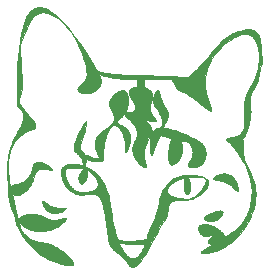
<source format=gbr>
%TF.GenerationSoftware,KiCad,Pcbnew,8.0.6*%
%TF.CreationDate,2025-04-24T23:00:43-04:00*%
%TF.ProjectId,hcsolder,6863736f-6c64-4657-922e-6b696361645f,rev?*%
%TF.SameCoordinates,Original*%
%TF.FileFunction,Legend,Bot*%
%TF.FilePolarity,Positive*%
%FSLAX46Y46*%
G04 Gerber Fmt 4.6, Leading zero omitted, Abs format (unit mm)*
G04 Created by KiCad (PCBNEW 8.0.6) date 2025-04-24 23:00:43*
%MOMM*%
%LPD*%
G01*
G04 APERTURE LIST*
%ADD10C,0.092604*%
G04 APERTURE END LIST*
D10*
X143173626Y-72507726D02*
X143333377Y-72545581D01*
X143496900Y-72603472D01*
X143663773Y-72680306D01*
X143833575Y-72774993D01*
X144005885Y-72886438D01*
X144180280Y-73013552D01*
X144533642Y-73310414D01*
X144890288Y-73656842D01*
X145246846Y-74044101D01*
X145599943Y-74463454D01*
X145946206Y-74906165D01*
X146282263Y-75363499D01*
X146604741Y-75826719D01*
X146910267Y-76287088D01*
X147456974Y-77164333D01*
X147895401Y-77925345D01*
X148186154Y-77990999D01*
X148546908Y-78048521D01*
X149440430Y-78141908D01*
X150499985Y-78210990D01*
X151649591Y-78261250D01*
X155628908Y-78383736D01*
X155678778Y-78340424D01*
X155728921Y-78296406D01*
X155779262Y-78251669D01*
X155829728Y-78206200D01*
X156023242Y-78027859D01*
X156205459Y-77854397D01*
X156377028Y-77685752D01*
X156538601Y-77521863D01*
X156834356Y-77208105D01*
X157097929Y-76912629D01*
X157334522Y-76634943D01*
X157549339Y-76374551D01*
X157934455Y-75903680D01*
X158115161Y-75692213D01*
X158294902Y-75496067D01*
X158386038Y-75403585D01*
X158478883Y-75314748D01*
X158574090Y-75229495D01*
X158672307Y-75147764D01*
X158774186Y-75069492D01*
X158880376Y-74994619D01*
X158991529Y-74923082D01*
X159108294Y-74854821D01*
X159231322Y-74789773D01*
X159361264Y-74727876D01*
X159498769Y-74669069D01*
X159644489Y-74613291D01*
X159835539Y-74545026D01*
X160033631Y-74479306D01*
X160134105Y-74449431D01*
X160234883Y-74422630D01*
X160335481Y-74399715D01*
X160435411Y-74381499D01*
X160534190Y-74368794D01*
X160631332Y-74362413D01*
X160726351Y-74363169D01*
X160772913Y-74366476D01*
X160818762Y-74371873D01*
X160863837Y-74379460D01*
X160908079Y-74389339D01*
X160951426Y-74401611D01*
X160993817Y-74416378D01*
X161035192Y-74433743D01*
X161075491Y-74453805D01*
X161114651Y-74476667D01*
X161152614Y-74502430D01*
X161319306Y-74626665D01*
X161386859Y-74683620D01*
X161445322Y-74742095D01*
X161495770Y-74805811D01*
X161539283Y-74878489D01*
X161576938Y-74963849D01*
X161609814Y-75065612D01*
X161638987Y-75187500D01*
X161665536Y-75333233D01*
X161690538Y-75506533D01*
X161715072Y-75711119D01*
X161767046Y-76229037D01*
X161830080Y-76916753D01*
X161829420Y-76956455D01*
X161822722Y-77016743D01*
X161794159Y-77188484D01*
X161750285Y-77410783D01*
X161696994Y-77662448D01*
X161585741Y-78169104D01*
X161507552Y-78538913D01*
X161507819Y-78538907D01*
X161496700Y-78594314D01*
X161484585Y-78647669D01*
X161471525Y-78699073D01*
X161457571Y-78748629D01*
X161427179Y-78842610D01*
X161393816Y-78930433D01*
X161357886Y-79012920D01*
X161319793Y-79090892D01*
X161279942Y-79165172D01*
X161238737Y-79236581D01*
X161153887Y-79374071D01*
X161068478Y-79509936D01*
X161026576Y-79579314D01*
X160985748Y-79650750D01*
X160946400Y-79725067D01*
X160908934Y-79803086D01*
X160861313Y-79918512D01*
X160826535Y-80025638D01*
X160803088Y-80126271D01*
X160789464Y-80222220D01*
X160784152Y-80315290D01*
X160785641Y-80407292D01*
X160792422Y-80500031D01*
X160802985Y-80595315D01*
X160829413Y-80800752D01*
X160842258Y-80914519D01*
X160852844Y-81038062D01*
X160859661Y-81173190D01*
X160861197Y-81321708D01*
X160855944Y-81485426D01*
X160842391Y-81666150D01*
X160814651Y-81897905D01*
X160795344Y-82023737D01*
X160772248Y-82154616D01*
X160745241Y-82289351D01*
X160714199Y-82426750D01*
X160679001Y-82565621D01*
X160639522Y-82704772D01*
X160595641Y-82843011D01*
X160547233Y-82979148D01*
X160494178Y-83111988D01*
X160436351Y-83240342D01*
X160373629Y-83363018D01*
X160305891Y-83478822D01*
X160233012Y-83586565D01*
X160154871Y-83685053D01*
X160172326Y-83729579D01*
X160187083Y-83776437D01*
X160199358Y-83825329D01*
X160209367Y-83875954D01*
X160217327Y-83928013D01*
X160223454Y-83981207D01*
X160227963Y-84035235D01*
X160231072Y-84089799D01*
X160233953Y-84199334D01*
X160233826Y-84307415D01*
X160231469Y-84509627D01*
X160233341Y-84637371D01*
X160239210Y-84760022D01*
X160248860Y-84877867D01*
X160262075Y-84991193D01*
X160278639Y-85100287D01*
X160298336Y-85205435D01*
X160320950Y-85306925D01*
X160346266Y-85405043D01*
X160404135Y-85592310D01*
X160470218Y-85769531D01*
X160542785Y-85939001D01*
X160620109Y-86103013D01*
X160782118Y-86423845D01*
X160863346Y-86585254D01*
X160942421Y-86750382D01*
X161017614Y-86921526D01*
X161087196Y-87100980D01*
X161149442Y-87291037D01*
X161177273Y-87390760D01*
X161202622Y-87493993D01*
X161238374Y-87672194D01*
X161264794Y-87852547D01*
X161282108Y-88034732D01*
X161290543Y-88218429D01*
X161290323Y-88403320D01*
X161281677Y-88589084D01*
X161264828Y-88775402D01*
X161240005Y-88961954D01*
X161207433Y-89148422D01*
X161167338Y-89334484D01*
X161119946Y-89519823D01*
X161065484Y-89704118D01*
X161004178Y-89887050D01*
X160936254Y-90068299D01*
X160781455Y-90424470D01*
X160602899Y-90770077D01*
X160402394Y-91102562D01*
X160181749Y-91419369D01*
X159942774Y-91717942D01*
X159816978Y-91859592D01*
X159687278Y-91995725D01*
X159553901Y-92126021D01*
X159417072Y-92250161D01*
X159277017Y-92367826D01*
X159133963Y-92478695D01*
X158988136Y-92582449D01*
X158839762Y-92678770D01*
X158749189Y-92733144D01*
X158657545Y-92785030D01*
X158472026Y-92881422D01*
X158285176Y-92968105D01*
X158098967Y-93045241D01*
X157915372Y-93112990D01*
X157736361Y-93171515D01*
X157563907Y-93220975D01*
X157399982Y-93261532D01*
X157246556Y-93293347D01*
X157105603Y-93316581D01*
X156979093Y-93331394D01*
X156868998Y-93337949D01*
X156777291Y-93336406D01*
X156738949Y-93332648D01*
X156705943Y-93326926D01*
X156678519Y-93319259D01*
X156656925Y-93309669D01*
X156641407Y-93298176D01*
X156632210Y-93284798D01*
X156630439Y-93277747D01*
X156630762Y-93270064D01*
X156637734Y-93252670D01*
X156653207Y-93232346D01*
X156677266Y-93208822D01*
X156709991Y-93181828D01*
X156751466Y-93151095D01*
X156860992Y-93077332D01*
X157665540Y-92578757D01*
X157623311Y-92572146D01*
X157582352Y-92564632D01*
X157542818Y-92556238D01*
X157504861Y-92546987D01*
X157468638Y-92536904D01*
X157434301Y-92526012D01*
X157402004Y-92514335D01*
X157371902Y-92501896D01*
X157357722Y-92495399D01*
X157344149Y-92488720D01*
X157331201Y-92481862D01*
X157318898Y-92474829D01*
X157307260Y-92467623D01*
X157296305Y-92460247D01*
X157286052Y-92452705D01*
X157276522Y-92444999D01*
X157267733Y-92437132D01*
X157259704Y-92429107D01*
X157252455Y-92420927D01*
X157246005Y-92412595D01*
X157240373Y-92404114D01*
X157235579Y-92395487D01*
X157231642Y-92386717D01*
X157228580Y-92377807D01*
X157225171Y-92360260D01*
X157224853Y-92342207D01*
X157227418Y-92323696D01*
X157232658Y-92304776D01*
X157240367Y-92285497D01*
X157250338Y-92265908D01*
X157262364Y-92246059D01*
X157276236Y-92225999D01*
X157291749Y-92205777D01*
X157308694Y-92185444D01*
X157346054Y-92144636D01*
X157386660Y-92103973D01*
X157428853Y-92063847D01*
X157511373Y-91986791D01*
X157548385Y-91950650D01*
X157580354Y-91916627D01*
X157593930Y-91900533D01*
X157605624Y-91885117D01*
X157615229Y-91870428D01*
X157622537Y-91856515D01*
X157627341Y-91843428D01*
X157629435Y-91831216D01*
X157628611Y-91819929D01*
X157624662Y-91809615D01*
X157618393Y-91801540D01*
X157610059Y-91795521D01*
X157599745Y-91791409D01*
X157587535Y-91789052D01*
X157557757Y-91789005D01*
X157521397Y-91794183D01*
X157479123Y-91803383D01*
X157431605Y-91815406D01*
X157323515Y-91843118D01*
X157264282Y-91856408D01*
X157202483Y-91867718D01*
X157138788Y-91875850D01*
X157073866Y-91879602D01*
X157041154Y-91879461D01*
X157008387Y-91877775D01*
X156975647Y-91874394D01*
X156943020Y-91869168D01*
X156910588Y-91861947D01*
X156878434Y-91852581D01*
X156846644Y-91840920D01*
X156815300Y-91826814D01*
X156788851Y-91812697D01*
X156763078Y-91796881D01*
X156738021Y-91779467D01*
X156713716Y-91760556D01*
X156690199Y-91740250D01*
X156667508Y-91718650D01*
X156645679Y-91695857D01*
X156624749Y-91671973D01*
X156604755Y-91647099D01*
X156585735Y-91621336D01*
X156550761Y-91567549D01*
X156520121Y-91511423D01*
X156494112Y-91453769D01*
X156473029Y-91395396D01*
X156457165Y-91337117D01*
X156451284Y-91308266D01*
X156446818Y-91279741D01*
X156443804Y-91251645D01*
X156442281Y-91224080D01*
X156442283Y-91197145D01*
X156443850Y-91170942D01*
X156447016Y-91145574D01*
X156451819Y-91121140D01*
X156458297Y-91097743D01*
X156466485Y-91075484D01*
X156476422Y-91054464D01*
X156488143Y-91034785D01*
X156508637Y-91008379D01*
X156533178Y-90984464D01*
X156561575Y-90963024D01*
X156593634Y-90944043D01*
X156629160Y-90927504D01*
X156667962Y-90913392D01*
X156754616Y-90892381D01*
X156852049Y-90880879D01*
X156958714Y-90878757D01*
X157073065Y-90885884D01*
X157193555Y-90902129D01*
X157318637Y-90927363D01*
X157446764Y-90961456D01*
X157576389Y-91004276D01*
X157705966Y-91055695D01*
X157833948Y-91115581D01*
X157958788Y-91183805D01*
X158078938Y-91260236D01*
X158192853Y-91344744D01*
X158252895Y-91394904D01*
X158318355Y-91453775D01*
X158386900Y-91520122D01*
X158421600Y-91555712D01*
X158456197Y-91592708D01*
X158490398Y-91630955D01*
X158523912Y-91670299D01*
X158556448Y-91710585D01*
X158587713Y-91751659D01*
X158617417Y-91793366D01*
X158645266Y-91835552D01*
X158670971Y-91878062D01*
X158694239Y-91920742D01*
X158919403Y-91774366D01*
X159118443Y-91643618D01*
X159292544Y-91527322D01*
X159442894Y-91424301D01*
X159570678Y-91333379D01*
X159626478Y-91292087D01*
X159677081Y-91253379D01*
X159722636Y-91217106D01*
X159763291Y-91183123D01*
X159799193Y-91151282D01*
X159830492Y-91121436D01*
X159999701Y-90939136D01*
X160154045Y-90745053D01*
X160293800Y-90540520D01*
X160419240Y-90326870D01*
X160530640Y-90105435D01*
X160628276Y-89877547D01*
X160712423Y-89644541D01*
X160783356Y-89407747D01*
X160841350Y-89168499D01*
X160886680Y-88928130D01*
X160919623Y-88687972D01*
X160940452Y-88449358D01*
X160949443Y-88213620D01*
X160946871Y-87982092D01*
X160933011Y-87756106D01*
X160908139Y-87536994D01*
X160885313Y-87389978D01*
X160858797Y-87245844D01*
X160828881Y-87104710D01*
X160795855Y-86966693D01*
X160760007Y-86831909D01*
X160721629Y-86700477D01*
X160681008Y-86572512D01*
X160638434Y-86448132D01*
X160594198Y-86327455D01*
X160548588Y-86210596D01*
X160501894Y-86097673D01*
X160454405Y-85988803D01*
X160358201Y-85783690D01*
X160262292Y-85596193D01*
X160168994Y-85427248D01*
X160080622Y-85277792D01*
X159999493Y-85148761D01*
X159927921Y-85041091D01*
X159822714Y-84893578D01*
X159783529Y-84842742D01*
X159383361Y-84372892D01*
X159339829Y-84318015D01*
X159299207Y-84263975D01*
X159261935Y-84210763D01*
X159228454Y-84158374D01*
X159199205Y-84106802D01*
X159174628Y-84056039D01*
X159164229Y-84030959D01*
X159155163Y-84006079D01*
X159147485Y-83981399D01*
X159141251Y-83956917D01*
X159104798Y-83943203D01*
X159069746Y-83928528D01*
X159036231Y-83913002D01*
X159004387Y-83896739D01*
X158974351Y-83879848D01*
X158946259Y-83862441D01*
X158920245Y-83844630D01*
X158896446Y-83826527D01*
X158885419Y-83817400D01*
X158874997Y-83808242D01*
X158865196Y-83799066D01*
X158856034Y-83789887D01*
X158847527Y-83780718D01*
X158839692Y-83771573D01*
X158832547Y-83762467D01*
X158826108Y-83753413D01*
X158820392Y-83744425D01*
X158815417Y-83735517D01*
X158811198Y-83726702D01*
X158807754Y-83717996D01*
X158805100Y-83709412D01*
X158803255Y-83700963D01*
X158802234Y-83692664D01*
X158802056Y-83684528D01*
X158804609Y-83667792D01*
X158811089Y-83652797D01*
X158821323Y-83639385D01*
X158835138Y-83627394D01*
X158852364Y-83616665D01*
X158872827Y-83607037D01*
X158922777Y-83590446D01*
X158983613Y-83576339D01*
X159053958Y-83563435D01*
X159217665Y-83536113D01*
X159308275Y-83519132D01*
X159402885Y-83498230D01*
X159500119Y-83472126D01*
X159598601Y-83439538D01*
X159696954Y-83399185D01*
X159745651Y-83375697D01*
X159793800Y-83349787D01*
X159841228Y-83321295D01*
X159887763Y-83290062D01*
X159933233Y-83255926D01*
X159977466Y-83218729D01*
X160041491Y-83156278D01*
X160097060Y-83090795D01*
X160144722Y-83022283D01*
X160185026Y-82950746D01*
X160218519Y-82876189D01*
X160245752Y-82798616D01*
X160267273Y-82718031D01*
X160283630Y-82634438D01*
X160303051Y-82458245D01*
X160308404Y-82270070D01*
X160294470Y-81857910D01*
X160276952Y-81398225D01*
X160277824Y-81150643D01*
X160290972Y-80891280D01*
X160320786Y-80620169D01*
X160371656Y-80337343D01*
X160406359Y-80191547D01*
X160447972Y-80042835D01*
X160497044Y-79891212D01*
X160554125Y-79736680D01*
X161263871Y-78494725D01*
X161351471Y-78245552D01*
X161425259Y-77984786D01*
X161484859Y-77715536D01*
X161529897Y-77440911D01*
X161559998Y-77164017D01*
X161574787Y-76887963D01*
X161573889Y-76615857D01*
X161556930Y-76350807D01*
X161523535Y-76095920D01*
X161500557Y-75973259D01*
X161473329Y-75854305D01*
X161441804Y-75739446D01*
X161405936Y-75629070D01*
X161365679Y-75523566D01*
X161320984Y-75423322D01*
X161271805Y-75328727D01*
X161218096Y-75240170D01*
X161159809Y-75158039D01*
X161096898Y-75082721D01*
X161029315Y-75014607D01*
X160957014Y-74954084D01*
X160879949Y-74901541D01*
X160798072Y-74857366D01*
X160714761Y-74823113D01*
X160628890Y-74797626D01*
X160540683Y-74780539D01*
X160450367Y-74771488D01*
X160358167Y-74770108D01*
X160264309Y-74776033D01*
X160169018Y-74788899D01*
X160072520Y-74808342D01*
X159975041Y-74833995D01*
X159876807Y-74865495D01*
X159778043Y-74902476D01*
X159678975Y-74944573D01*
X159579828Y-74991421D01*
X159480829Y-75042656D01*
X159284176Y-75156825D01*
X159090819Y-75284161D01*
X158902566Y-75421744D01*
X158721221Y-75566655D01*
X158548591Y-75715974D01*
X158386479Y-75866783D01*
X158236693Y-76016161D01*
X158101037Y-76161189D01*
X157981318Y-76298948D01*
X157885775Y-76416033D01*
X157763843Y-76576866D01*
X157625335Y-76780075D01*
X157552932Y-76897141D01*
X157480065Y-77024287D01*
X157407961Y-77161341D01*
X157337846Y-77308131D01*
X157270947Y-77464486D01*
X157208491Y-77630235D01*
X157151705Y-77805205D01*
X157101814Y-77989226D01*
X157060046Y-78182125D01*
X157027628Y-78383733D01*
X157011099Y-78535064D01*
X157001508Y-78685026D01*
X156998347Y-78833356D01*
X157001109Y-78979792D01*
X157009290Y-79124070D01*
X157022381Y-79265928D01*
X157039876Y-79405105D01*
X157061269Y-79541336D01*
X157086053Y-79674361D01*
X157113722Y-79803915D01*
X157175686Y-80051563D01*
X157243110Y-80282182D01*
X157311939Y-80493669D01*
X157437607Y-80850850D01*
X157486340Y-80992342D01*
X157520268Y-81106301D01*
X157530414Y-81152300D01*
X157535339Y-81190628D01*
X157534537Y-81221022D01*
X157527501Y-81243221D01*
X157513724Y-81256961D01*
X157492700Y-81261980D01*
X157463923Y-81258015D01*
X157426885Y-81244804D01*
X157320705Y-81191489D01*
X157204548Y-81120637D01*
X157078756Y-81034402D01*
X156943667Y-80934934D01*
X156317139Y-80447797D01*
X155956929Y-80180801D01*
X155766276Y-80048980D01*
X155569044Y-79921146D01*
X155365574Y-79799452D01*
X155156203Y-79686050D01*
X154941273Y-79583094D01*
X154721123Y-79492734D01*
X154708795Y-79487863D01*
X154697256Y-79482776D01*
X154686496Y-79477474D01*
X154676507Y-79471958D01*
X154667282Y-79466229D01*
X154658810Y-79460287D01*
X154654855Y-79457237D01*
X154651085Y-79454134D01*
X154647499Y-79450979D01*
X154644096Y-79447771D01*
X154640876Y-79444511D01*
X154637836Y-79441199D01*
X154634977Y-79437835D01*
X154632296Y-79434418D01*
X154629794Y-79430950D01*
X154627468Y-79427430D01*
X154625318Y-79423859D01*
X154623343Y-79420236D01*
X154621541Y-79416562D01*
X154619912Y-79412836D01*
X154618454Y-79409060D01*
X154617167Y-79405232D01*
X154616049Y-79401354D01*
X154615100Y-79397424D01*
X154614317Y-79393445D01*
X154613701Y-79389414D01*
X154609907Y-79384744D01*
X154606165Y-79379955D01*
X154602479Y-79375043D01*
X154598851Y-79370001D01*
X154595286Y-79364822D01*
X154591786Y-79359500D01*
X154588354Y-79354029D01*
X154584993Y-79348404D01*
X154347331Y-78958524D01*
X154288288Y-78854748D01*
X154261448Y-78804412D01*
X154237033Y-78755715D01*
X154215520Y-78709111D01*
X154197387Y-78665056D01*
X154183111Y-78624002D01*
X154173169Y-78586404D01*
X153586052Y-78600369D01*
X152982115Y-78611308D01*
X152381801Y-78618923D01*
X151805546Y-78622917D01*
X151815633Y-78656735D01*
X151824008Y-78691930D01*
X151830730Y-78728382D01*
X151835862Y-78765969D01*
X151839463Y-78804573D01*
X151841595Y-78844071D01*
X151842319Y-78884343D01*
X151841695Y-78925269D01*
X151839784Y-78966729D01*
X151836648Y-79008601D01*
X151832346Y-79050766D01*
X151826940Y-79093102D01*
X151820491Y-79135489D01*
X151813060Y-79177807D01*
X151795492Y-79261753D01*
X151808384Y-79265476D01*
X151821239Y-79269310D01*
X151834020Y-79273269D01*
X151846689Y-79277364D01*
X151897999Y-79294990D01*
X151969406Y-79322781D01*
X152010800Y-79340958D01*
X152055002Y-79362242D01*
X152101273Y-79386820D01*
X152148876Y-79414880D01*
X152197071Y-79446612D01*
X152245119Y-79482203D01*
X152292282Y-79521842D01*
X152315301Y-79543239D01*
X152337822Y-79565718D01*
X152359751Y-79589303D01*
X152380998Y-79614017D01*
X152401469Y-79639885D01*
X152421073Y-79666930D01*
X152439717Y-79695175D01*
X152457308Y-79724644D01*
X152473755Y-79755360D01*
X152488965Y-79787347D01*
X152507043Y-79831861D01*
X152521279Y-79875448D01*
X152531915Y-79918199D01*
X152539190Y-79960204D01*
X152543346Y-80001556D01*
X152544624Y-80042345D01*
X152543265Y-80082662D01*
X152539509Y-80122599D01*
X152533597Y-80162247D01*
X152525770Y-80201697D01*
X152505336Y-80280368D01*
X152480133Y-80359342D01*
X152452089Y-80439347D01*
X152395183Y-80605370D01*
X152370175Y-80692846D01*
X152350034Y-80784272D01*
X152342391Y-80831694D01*
X152336686Y-80880377D01*
X152333162Y-80930412D01*
X152332059Y-80981890D01*
X152333617Y-81034903D01*
X152338079Y-81089541D01*
X152345684Y-81145896D01*
X152356673Y-81204059D01*
X152368226Y-81252524D01*
X152381524Y-81299487D01*
X152396407Y-81344971D01*
X152412720Y-81389000D01*
X152430303Y-81431600D01*
X152449001Y-81472793D01*
X152468655Y-81512605D01*
X152489108Y-81551059D01*
X152510201Y-81588181D01*
X152531779Y-81623993D01*
X152575755Y-81691787D01*
X152619776Y-81754635D01*
X152662581Y-81812732D01*
X152739504Y-81915446D01*
X152771101Y-81960451D01*
X152784632Y-81981450D01*
X152796442Y-82001479D01*
X152806372Y-82020563D01*
X152814266Y-82038725D01*
X152819966Y-82055990D01*
X152823313Y-82072381D01*
X152824152Y-82087924D01*
X152822324Y-82102643D01*
X152817671Y-82116561D01*
X152810037Y-82129703D01*
X152798314Y-82142809D01*
X152784001Y-82153390D01*
X152767276Y-82161609D01*
X152748317Y-82167632D01*
X152727304Y-82171621D01*
X152704415Y-82173741D01*
X152679828Y-82174157D01*
X152653722Y-82173032D01*
X152597666Y-82166818D01*
X152537677Y-82156413D01*
X152411607Y-82128281D01*
X152286940Y-82099144D01*
X152228702Y-82087483D01*
X152175099Y-82079511D01*
X152127559Y-82076542D01*
X152106509Y-82077344D01*
X152087511Y-82079889D01*
X152070742Y-82084341D01*
X152056382Y-82090866D01*
X152044609Y-82099626D01*
X152035602Y-82110786D01*
X152030900Y-82120718D01*
X152028548Y-82131129D01*
X152028424Y-82142036D01*
X152030407Y-82153457D01*
X152034376Y-82165409D01*
X152040211Y-82177910D01*
X152056996Y-82204630D01*
X152079794Y-82233755D01*
X152107639Y-82265427D01*
X152174607Y-82336971D01*
X152211797Y-82377123D01*
X152250170Y-82420384D01*
X152288759Y-82466892D01*
X152326597Y-82516788D01*
X152362720Y-82570213D01*
X152379836Y-82598292D01*
X152396161Y-82627306D01*
X152411573Y-82657273D01*
X152425953Y-82688209D01*
X152439178Y-82720132D01*
X152451130Y-82753061D01*
X152466247Y-82803939D01*
X152477045Y-82853727D01*
X152483743Y-82902562D01*
X152486562Y-82950585D01*
X152485721Y-82997934D01*
X152481441Y-83044747D01*
X152473942Y-83091164D01*
X152463445Y-83137323D01*
X152434335Y-83229422D01*
X152395872Y-83322157D01*
X152349819Y-83416635D01*
X152297936Y-83513970D01*
X152183727Y-83721645D01*
X152124925Y-83834208D01*
X152067339Y-83954067D01*
X152012731Y-84082334D01*
X151962863Y-84220118D01*
X151940257Y-84292926D01*
X151919496Y-84368530D01*
X151900801Y-84447068D01*
X151884391Y-84528680D01*
X151871189Y-84608806D01*
X151861061Y-84687018D01*
X151853800Y-84763291D01*
X151849199Y-84837601D01*
X151847052Y-84909924D01*
X151847150Y-84980234D01*
X151849288Y-85048507D01*
X151853258Y-85114718D01*
X151858853Y-85178843D01*
X151865865Y-85240856D01*
X151874089Y-85300734D01*
X151883317Y-85358451D01*
X151903958Y-85467304D01*
X151926130Y-85567220D01*
X151968446Y-85739445D01*
X151985278Y-85811360D01*
X151997018Y-85873547D01*
X152000460Y-85900931D01*
X152002009Y-85925808D01*
X152001456Y-85948155D01*
X151998596Y-85967946D01*
X151993220Y-85985157D01*
X151985122Y-85999763D01*
X151974094Y-86011740D01*
X151959931Y-86021062D01*
X151938111Y-86028680D01*
X151912602Y-86031532D01*
X151883690Y-86029752D01*
X151851659Y-86023474D01*
X151816794Y-86012832D01*
X151779381Y-85997961D01*
X151698047Y-85956068D01*
X151609937Y-85898868D01*
X151517330Y-85827435D01*
X151422505Y-85742842D01*
X151327742Y-85646165D01*
X151235320Y-85538475D01*
X151147518Y-85420847D01*
X151066615Y-85294355D01*
X151029464Y-85228121D01*
X150994892Y-85160073D01*
X150963184Y-85090346D01*
X150934627Y-85019074D01*
X150909503Y-84946392D01*
X150888099Y-84872432D01*
X150870699Y-84797331D01*
X150857588Y-84721222D01*
X150849051Y-84644238D01*
X150845373Y-84566515D01*
X150846156Y-84503098D01*
X150850218Y-84441558D01*
X150857303Y-84381785D01*
X150867153Y-84323671D01*
X150879513Y-84267104D01*
X150894124Y-84211974D01*
X150910731Y-84158173D01*
X150929077Y-84105589D01*
X150969956Y-84003635D01*
X151014707Y-83905233D01*
X151107608Y-83715566D01*
X151151649Y-83622542D01*
X151191344Y-83529552D01*
X151224639Y-83435716D01*
X151238244Y-83388205D01*
X151249479Y-83340153D01*
X151258086Y-83291450D01*
X151263809Y-83241986D01*
X151266391Y-83191651D01*
X151265576Y-83140334D01*
X151261105Y-83087926D01*
X151252723Y-83034317D01*
X151240173Y-82979398D01*
X151223198Y-82923057D01*
X151201667Y-82864850D01*
X151173258Y-82798217D01*
X151138078Y-82724555D01*
X151096231Y-82645260D01*
X151072841Y-82603938D01*
X151047824Y-82561731D01*
X151021193Y-82518814D01*
X150992961Y-82475363D01*
X150963142Y-82431551D01*
X150931748Y-82387553D01*
X150898794Y-82343544D01*
X150864291Y-82299698D01*
X150815251Y-82241257D01*
X150763479Y-82183513D01*
X150709794Y-82126624D01*
X150655014Y-82070749D01*
X150441322Y-81860540D01*
X150393348Y-81812100D01*
X150349191Y-81765621D01*
X150309669Y-81721261D01*
X150275601Y-81679178D01*
X150260869Y-81659040D01*
X150247806Y-81639530D01*
X150236516Y-81620668D01*
X150227102Y-81602474D01*
X150219665Y-81584968D01*
X150214307Y-81568169D01*
X150211132Y-81552097D01*
X150210241Y-81536772D01*
X150212729Y-81513981D01*
X150219099Y-81493874D01*
X150229119Y-81476257D01*
X150242559Y-81460940D01*
X150259189Y-81447730D01*
X150278779Y-81436435D01*
X150301097Y-81426862D01*
X150325913Y-81418820D01*
X150382121Y-81406557D01*
X150445557Y-81398108D01*
X150586743Y-81386505D01*
X150660807Y-81380275D01*
X150734726Y-81371708D01*
X150806658Y-81359268D01*
X150841302Y-81351115D01*
X150874759Y-81341416D01*
X150906797Y-81329981D01*
X150937186Y-81316616D01*
X150965695Y-81301129D01*
X150992095Y-81283328D01*
X151016155Y-81263021D01*
X151037644Y-81240016D01*
X151056332Y-81214120D01*
X151071989Y-81185141D01*
X151090854Y-81136493D01*
X151103257Y-81087341D01*
X151109623Y-81037724D01*
X151110379Y-80987683D01*
X151105950Y-80937259D01*
X151096760Y-80886492D01*
X151083236Y-80835424D01*
X151065802Y-80784095D01*
X151044885Y-80732545D01*
X151020910Y-80680815D01*
X150965486Y-80576978D01*
X150902935Y-80472910D01*
X150836659Y-80368934D01*
X150770062Y-80265378D01*
X150706548Y-80162565D01*
X150649520Y-80060821D01*
X150624501Y-80010452D01*
X150602381Y-79960472D01*
X150583584Y-79910921D01*
X150568535Y-79861841D01*
X150557661Y-79813272D01*
X150551386Y-79765255D01*
X150550136Y-79717830D01*
X150554336Y-79671039D01*
X150564413Y-79624921D01*
X150580790Y-79579517D01*
X150599871Y-79541738D01*
X150623128Y-79505855D01*
X150650335Y-79471894D01*
X150681266Y-79439879D01*
X150715694Y-79409835D01*
X150753394Y-79381785D01*
X150794138Y-79355755D01*
X150837701Y-79331768D01*
X150883856Y-79309849D01*
X150932376Y-79290023D01*
X150983036Y-79272314D01*
X151035609Y-79256746D01*
X151089869Y-79243344D01*
X151145589Y-79232132D01*
X151202543Y-79223135D01*
X151260505Y-79216376D01*
X151252595Y-79137701D01*
X151246936Y-79058759D01*
X151243696Y-78980326D01*
X151243042Y-78903176D01*
X151245141Y-78828085D01*
X151247276Y-78791554D01*
X151250161Y-78755828D01*
X151253819Y-78721004D01*
X151258269Y-78687180D01*
X151263534Y-78654452D01*
X151269633Y-78622916D01*
X151102416Y-78622023D01*
X150943534Y-78620535D01*
X150647343Y-78614426D01*
X150368348Y-78603065D01*
X150106068Y-78586856D01*
X149860022Y-78566202D01*
X149629729Y-78541508D01*
X149414709Y-78513176D01*
X149214480Y-78481611D01*
X149028563Y-78447216D01*
X148856475Y-78410395D01*
X148697737Y-78371552D01*
X148551868Y-78331089D01*
X148418386Y-78289411D01*
X148296811Y-78246922D01*
X148186663Y-78204024D01*
X148087460Y-78161123D01*
X147998722Y-78118621D01*
X148032657Y-78190030D01*
X148062474Y-78258815D01*
X148088349Y-78325029D01*
X148110458Y-78388725D01*
X148128978Y-78449958D01*
X148144085Y-78508779D01*
X148155955Y-78565244D01*
X148164766Y-78619405D01*
X148170694Y-78671315D01*
X148173915Y-78721030D01*
X148174605Y-78768601D01*
X148172941Y-78814083D01*
X148169100Y-78857529D01*
X148163258Y-78898992D01*
X148155591Y-78938526D01*
X148146277Y-78976185D01*
X148135490Y-79012022D01*
X148123409Y-79046090D01*
X148110209Y-79078443D01*
X148096066Y-79109135D01*
X148081158Y-79138219D01*
X148065660Y-79165748D01*
X148049750Y-79191777D01*
X148033604Y-79216358D01*
X148001307Y-79261392D01*
X147970183Y-79301279D01*
X147917098Y-79367322D01*
X147877131Y-79415514D01*
X147833494Y-79460621D01*
X147786475Y-79502675D01*
X147736358Y-79541708D01*
X147683428Y-79577752D01*
X147627970Y-79610840D01*
X147570271Y-79641003D01*
X147510616Y-79668275D01*
X147449289Y-79692687D01*
X147386576Y-79714271D01*
X147322762Y-79733060D01*
X147258134Y-79749087D01*
X147192975Y-79762382D01*
X147127573Y-79772979D01*
X147062211Y-79780910D01*
X146997175Y-79786206D01*
X146869224Y-79789027D01*
X146806879Y-79786615D01*
X146746002Y-79781698D01*
X146686878Y-79774308D01*
X146629792Y-79764478D01*
X146575029Y-79752239D01*
X146522876Y-79737624D01*
X146473618Y-79720666D01*
X146427539Y-79701395D01*
X146384925Y-79679846D01*
X146346061Y-79656049D01*
X146311234Y-79630038D01*
X146280727Y-79601843D01*
X146254827Y-79571499D01*
X146233819Y-79539036D01*
X146220141Y-79507884D01*
X146212989Y-79476374D01*
X146211950Y-79444445D01*
X146216613Y-79412036D01*
X146226566Y-79379086D01*
X146241397Y-79345534D01*
X146260694Y-79311319D01*
X146284044Y-79276379D01*
X146341260Y-79204084D01*
X146409748Y-79128159D01*
X146567359Y-78963468D01*
X146649892Y-78873726D01*
X146730515Y-78778400D01*
X146769080Y-78728492D01*
X146805933Y-78677004D01*
X146840660Y-78623877D01*
X146872850Y-78569049D01*
X146902091Y-78512459D01*
X146927971Y-78454046D01*
X146950078Y-78393749D01*
X146968000Y-78331507D01*
X146981325Y-78267258D01*
X146989642Y-78200943D01*
X146992538Y-78132500D01*
X146989601Y-78061867D01*
X146968813Y-77872078D01*
X146937659Y-77674260D01*
X146896521Y-77469414D01*
X146845780Y-77258543D01*
X146717012Y-76822736D01*
X146554403Y-76374857D01*
X146361002Y-75922925D01*
X146139857Y-75474958D01*
X145894019Y-75038975D01*
X145626534Y-74622995D01*
X145485627Y-74425012D01*
X145340452Y-74235037D01*
X145191389Y-74054072D01*
X145038821Y-73883119D01*
X144883127Y-73723181D01*
X144724690Y-73575260D01*
X144563890Y-73440358D01*
X144401108Y-73319478D01*
X144236725Y-73213622D01*
X144071123Y-73123793D01*
X143904682Y-73050992D01*
X143737784Y-72996223D01*
X143570810Y-72960486D01*
X143404140Y-72944786D01*
X143238156Y-72950124D01*
X143073239Y-72977502D01*
X142992823Y-72999499D01*
X142915362Y-73026737D01*
X142840746Y-73059051D01*
X142768868Y-73096278D01*
X142699616Y-73138255D01*
X142632883Y-73184818D01*
X142568559Y-73235803D01*
X142506534Y-73291048D01*
X142388948Y-73413661D01*
X142279250Y-73551348D01*
X142176567Y-73702803D01*
X142080026Y-73866717D01*
X141988753Y-74041782D01*
X141901874Y-74226691D01*
X141818515Y-74420135D01*
X141737804Y-74620806D01*
X141580829Y-75038601D01*
X141423959Y-75469612D01*
X141400487Y-75547579D01*
X141382522Y-75637162D01*
X141361405Y-75848326D01*
X141357193Y-76097404D01*
X141366470Y-76378694D01*
X141411829Y-77015111D01*
X141470162Y-77711973D01*
X141514144Y-78423674D01*
X141522217Y-78770838D01*
X141516455Y-79104609D01*
X141493446Y-79419288D01*
X141449772Y-79709174D01*
X141419119Y-79843038D01*
X141382019Y-79968566D01*
X141338046Y-80085045D01*
X141286772Y-80191763D01*
X141260491Y-80252751D01*
X141245784Y-80316407D01*
X141241934Y-80382546D01*
X141248222Y-80450986D01*
X141263930Y-80521543D01*
X141288339Y-80594032D01*
X141320731Y-80668272D01*
X141360388Y-80744077D01*
X141406592Y-80821265D01*
X141458624Y-80899651D01*
X141577299Y-81059287D01*
X141710667Y-81221516D01*
X141852981Y-81384869D01*
X142141462Y-81709074D01*
X142276136Y-81866989D01*
X142396770Y-82020154D01*
X142450026Y-82094497D01*
X142497617Y-82167101D01*
X142538825Y-82237784D01*
X142572932Y-82306362D01*
X142599219Y-82372650D01*
X142616967Y-82436467D01*
X142625459Y-82497627D01*
X142623976Y-82555948D01*
X142622567Y-82566805D01*
X142620922Y-82577424D01*
X142619043Y-82587808D01*
X142616934Y-82597958D01*
X142614597Y-82607878D01*
X142612037Y-82617568D01*
X142609255Y-82627031D01*
X142606256Y-82636270D01*
X142603041Y-82645285D01*
X142599615Y-82654080D01*
X142595980Y-82662656D01*
X142592139Y-82671015D01*
X142588095Y-82679160D01*
X142583853Y-82687093D01*
X142579413Y-82694815D01*
X142574780Y-82702329D01*
X142569957Y-82709636D01*
X142564947Y-82716740D01*
X142554377Y-82730343D01*
X142543095Y-82743155D01*
X142531126Y-82755191D01*
X142518494Y-82766470D01*
X142505224Y-82777008D01*
X142491341Y-82786820D01*
X142476868Y-82795925D01*
X142475148Y-82798026D01*
X142473162Y-82800110D01*
X142470905Y-82802179D01*
X142468375Y-82804230D01*
X142465568Y-82806265D01*
X142462481Y-82808282D01*
X142459110Y-82810282D01*
X142455453Y-82812263D01*
X142451507Y-82814226D01*
X142447267Y-82816169D01*
X142442730Y-82818094D01*
X142437894Y-82819998D01*
X142432754Y-82821883D01*
X142427309Y-82823746D01*
X142421553Y-82825589D01*
X142415485Y-82827411D01*
X142175719Y-82905944D01*
X141954046Y-82996704D01*
X141749820Y-83098942D01*
X141562395Y-83211908D01*
X141391127Y-83334853D01*
X141235369Y-83467028D01*
X141094477Y-83607684D01*
X140967805Y-83756070D01*
X140854707Y-83911437D01*
X140754539Y-84073036D01*
X140666655Y-84240118D01*
X140590410Y-84411933D01*
X140525158Y-84587732D01*
X140470254Y-84766764D01*
X140425053Y-84948282D01*
X140388909Y-85131535D01*
X140341211Y-85500250D01*
X140321998Y-85866913D01*
X140326106Y-86225529D01*
X140348374Y-86570104D01*
X140383637Y-86894640D01*
X140426734Y-87193144D01*
X140515776Y-87688071D01*
X140538520Y-87665753D01*
X140564142Y-87645141D01*
X140592507Y-87626059D01*
X140623476Y-87608331D01*
X140692679Y-87576239D01*
X140770651Y-87547458D01*
X140948506Y-87494219D01*
X141148246Y-87437379D01*
X141253575Y-87404099D01*
X141361078Y-87365707D01*
X141469654Y-87320798D01*
X141578205Y-87267968D01*
X141685631Y-87205812D01*
X141738578Y-87170799D01*
X141790833Y-87132928D01*
X141842256Y-87092024D01*
X141892711Y-87047911D01*
X141942061Y-87000413D01*
X141990167Y-86949355D01*
X142033309Y-86898903D01*
X142072512Y-86848399D01*
X142108024Y-86797914D01*
X142140091Y-86747518D01*
X142168962Y-86697280D01*
X142194883Y-86647271D01*
X142218103Y-86597560D01*
X142238869Y-86548219D01*
X142257428Y-86499317D01*
X142274028Y-86450924D01*
X142302341Y-86355946D01*
X142325787Y-86263846D01*
X142346346Y-86175186D01*
X142365998Y-86090524D01*
X142386723Y-86010424D01*
X142410501Y-85935445D01*
X142424154Y-85900051D01*
X142439312Y-85866148D01*
X142456223Y-85833805D01*
X142475135Y-85803094D01*
X142496296Y-85774083D01*
X142519952Y-85746844D01*
X142546351Y-85721445D01*
X142575740Y-85697958D01*
X142608368Y-85676453D01*
X142644482Y-85656998D01*
X142696691Y-85635159D01*
X142750932Y-85619049D01*
X142806950Y-85608364D01*
X142864492Y-85602802D01*
X142923307Y-85602058D01*
X142983140Y-85605829D01*
X143043739Y-85613813D01*
X143104850Y-85625705D01*
X143166222Y-85641203D01*
X143227601Y-85660003D01*
X143288733Y-85681802D01*
X143349366Y-85706296D01*
X143409248Y-85733181D01*
X143468124Y-85762156D01*
X143525743Y-85792916D01*
X143581851Y-85825158D01*
X143688522Y-85892874D01*
X143786113Y-85962878D01*
X143872602Y-86032742D01*
X143945965Y-86100041D01*
X143977091Y-86131970D01*
X144004177Y-86162347D01*
X144026970Y-86190870D01*
X144045216Y-86217234D01*
X144058662Y-86241137D01*
X144067056Y-86262274D01*
X144070145Y-86280344D01*
X144067675Y-86295042D01*
X144061309Y-86304302D01*
X144051270Y-86310562D01*
X144037715Y-86314064D01*
X144020802Y-86315047D01*
X143977536Y-86310417D01*
X143922731Y-86298594D01*
X143613369Y-86217799D01*
X143519801Y-86198831D01*
X143422266Y-86184199D01*
X143322026Y-86175823D01*
X143220341Y-86175625D01*
X143169351Y-86179193D01*
X143118474Y-86185527D01*
X143067867Y-86194865D01*
X143017687Y-86207449D01*
X142968092Y-86223518D01*
X142919241Y-86243314D01*
X142871290Y-86267075D01*
X142824398Y-86295042D01*
X142788334Y-86320247D01*
X142755591Y-86346621D01*
X142725939Y-86374159D01*
X142699146Y-86402855D01*
X142674981Y-86432703D01*
X142653211Y-86463697D01*
X142633607Y-86495831D01*
X142615935Y-86529100D01*
X142585467Y-86599019D01*
X142559954Y-86673406D01*
X142537545Y-86752216D01*
X142516390Y-86835402D01*
X142470433Y-87014719D01*
X142441928Y-87110756D01*
X142407270Y-87210985D01*
X142364608Y-87315358D01*
X142312091Y-87423830D01*
X142281558Y-87479588D01*
X142247866Y-87536354D01*
X142210785Y-87594121D01*
X142170084Y-87652883D01*
X142114750Y-87726531D01*
X142053314Y-87801806D01*
X141986359Y-87877570D01*
X141914463Y-87952685D01*
X141838208Y-88026012D01*
X141758174Y-88096414D01*
X141674942Y-88162752D01*
X141589092Y-88223887D01*
X141501205Y-88278681D01*
X141411861Y-88325997D01*
X141366825Y-88346494D01*
X141321642Y-88364695D01*
X141276385Y-88380457D01*
X141231127Y-88393637D01*
X141185940Y-88404095D01*
X141140897Y-88411686D01*
X141096071Y-88416270D01*
X141051534Y-88417703D01*
X141007358Y-88415843D01*
X140963616Y-88410549D01*
X140920382Y-88401677D01*
X140877726Y-88389086D01*
X140861111Y-88383069D01*
X140844518Y-88376441D01*
X140827969Y-88369220D01*
X140811487Y-88361425D01*
X140795095Y-88353072D01*
X140778814Y-88344182D01*
X140762666Y-88334771D01*
X140746675Y-88324858D01*
X140730862Y-88314462D01*
X140715249Y-88303600D01*
X140699859Y-88292291D01*
X140684715Y-88280553D01*
X140669838Y-88268404D01*
X140655250Y-88255863D01*
X140640975Y-88242947D01*
X140627034Y-88229675D01*
X140810929Y-88974378D01*
X141031499Y-89835563D01*
X141418799Y-91332708D01*
X141459839Y-91391688D01*
X141502411Y-91449955D01*
X141546544Y-91507422D01*
X141592267Y-91564003D01*
X141639608Y-91619610D01*
X141688597Y-91674156D01*
X141739261Y-91727555D01*
X141791630Y-91779721D01*
X141845732Y-91830565D01*
X141901597Y-91880002D01*
X141959251Y-91927944D01*
X142018725Y-91974305D01*
X142080047Y-92018998D01*
X142143246Y-92061936D01*
X142208350Y-92103033D01*
X142275388Y-92142200D01*
X142397997Y-92205876D01*
X142515054Y-92257045D01*
X142627757Y-92297633D01*
X142737305Y-92329565D01*
X142844894Y-92354764D01*
X142951723Y-92375156D01*
X143167893Y-92409214D01*
X143395399Y-92447136D01*
X143516398Y-92472357D01*
X143643825Y-92504318D01*
X143778878Y-92544942D01*
X143922754Y-92596154D01*
X144076652Y-92659880D01*
X144241771Y-92738042D01*
X144327989Y-92782664D01*
X144413310Y-92829319D01*
X144580675Y-92927994D01*
X144742697Y-93032606D01*
X144898206Y-93141693D01*
X145046034Y-93253792D01*
X145185011Y-93367441D01*
X145313968Y-93481177D01*
X145431735Y-93593539D01*
X145537143Y-93703064D01*
X145629022Y-93808289D01*
X145706204Y-93907753D01*
X145738919Y-93954867D01*
X145767520Y-93999993D01*
X145791862Y-94042947D01*
X145811799Y-94083546D01*
X145827185Y-94121609D01*
X145837873Y-94156951D01*
X145843717Y-94189391D01*
X145844572Y-94218745D01*
X145840290Y-94244831D01*
X145830726Y-94267466D01*
X145808472Y-94293576D01*
X145775350Y-94315173D01*
X145731849Y-94332218D01*
X145678458Y-94344667D01*
X145543967Y-94355614D01*
X145375794Y-94347680D01*
X145177856Y-94320534D01*
X144954071Y-94273843D01*
X144708354Y-94207272D01*
X144444624Y-94120490D01*
X144166797Y-94013164D01*
X143878790Y-93884960D01*
X143584520Y-93735546D01*
X143287905Y-93564589D01*
X142992860Y-93371755D01*
X142703304Y-93156712D01*
X142423154Y-92919128D01*
X142156325Y-92658668D01*
X142007783Y-92495439D01*
X141869591Y-92329567D01*
X141741381Y-92161742D01*
X141622787Y-91992654D01*
X141513443Y-91822991D01*
X141412982Y-91653445D01*
X141321039Y-91484706D01*
X141237246Y-91317462D01*
X141161236Y-91152404D01*
X141092645Y-90990222D01*
X141031104Y-90831606D01*
X140976249Y-90677245D01*
X140927711Y-90527830D01*
X140885125Y-90384050D01*
X140816343Y-90116155D01*
X140710724Y-89813805D01*
X140610384Y-89509244D01*
X140518331Y-89208617D01*
X140437576Y-88918072D01*
X140402374Y-88778500D01*
X140371126Y-88643755D01*
X140344206Y-88514603D01*
X140321992Y-88391813D01*
X140304858Y-88276154D01*
X140293182Y-88168394D01*
X140287339Y-88069301D01*
X140287706Y-87979644D01*
X140293611Y-87809682D01*
X140297446Y-87648750D01*
X140300412Y-87501757D01*
X140303713Y-87373615D01*
X140286565Y-87245080D01*
X140271996Y-87110445D01*
X140250672Y-86826434D01*
X140239903Y-86528697D01*
X140239849Y-86224348D01*
X140250672Y-85920501D01*
X140272533Y-85624271D01*
X140287654Y-85481235D01*
X140305594Y-85342772D01*
X140326374Y-85209769D01*
X140350015Y-85083118D01*
X140396365Y-84873083D01*
X140448017Y-84670061D01*
X140504399Y-84474121D01*
X140564937Y-84285330D01*
X140629059Y-84103757D01*
X140696191Y-83929469D01*
X140765761Y-83762535D01*
X140837196Y-83603022D01*
X140909921Y-83450998D01*
X140983365Y-83306532D01*
X141056954Y-83169691D01*
X141130116Y-83040544D01*
X141202277Y-82919159D01*
X141272864Y-82805603D01*
X141407025Y-82602251D01*
X141413731Y-82567021D01*
X141425277Y-82525281D01*
X141459078Y-82423493D01*
X141500810Y-82299331D01*
X141522270Y-82229623D01*
X141542856Y-82155238D01*
X141561615Y-82076482D01*
X141577596Y-81993658D01*
X141589847Y-81907074D01*
X141597414Y-81817035D01*
X141599346Y-81723845D01*
X141594690Y-81627810D01*
X141582494Y-81529236D01*
X141573271Y-81479092D01*
X141561807Y-81428428D01*
X141551082Y-81389813D01*
X141538881Y-81354014D01*
X141525324Y-81320846D01*
X141510530Y-81290124D01*
X141494619Y-81261663D01*
X141477712Y-81235279D01*
X141459928Y-81210786D01*
X141441386Y-81188000D01*
X141422207Y-81166736D01*
X141402511Y-81146810D01*
X141382416Y-81128036D01*
X141362044Y-81110229D01*
X141320946Y-81076779D01*
X141280174Y-81044981D01*
X141240687Y-81013356D01*
X141221726Y-80997147D01*
X141203445Y-80980427D01*
X141185964Y-80963011D01*
X141169404Y-80944714D01*
X141153885Y-80925352D01*
X141139525Y-80904739D01*
X141126446Y-80882691D01*
X141114766Y-80859023D01*
X141104606Y-80833551D01*
X141096085Y-80806088D01*
X141089324Y-80776451D01*
X141084442Y-80744455D01*
X141081558Y-80709915D01*
X141080794Y-80672646D01*
X141086419Y-78714977D01*
X141128138Y-77403794D01*
X141171207Y-76719498D01*
X141233839Y-76036782D01*
X141319600Y-75371185D01*
X141432056Y-74738243D01*
X141574774Y-74153496D01*
X141658596Y-73884051D01*
X141751320Y-73632480D01*
X141853394Y-73400728D01*
X141965263Y-73190734D01*
X142087372Y-73004443D01*
X142220167Y-72843796D01*
X142364095Y-72710735D01*
X142519600Y-72607202D01*
X142687129Y-72535141D01*
X142867128Y-72496492D01*
X143018070Y-72490999D01*
X143173626Y-72507726D01*
G36*
X143173626Y-72507726D02*
G01*
X143333377Y-72545581D01*
X143496900Y-72603472D01*
X143663773Y-72680306D01*
X143833575Y-72774993D01*
X144005885Y-72886438D01*
X144180280Y-73013552D01*
X144533642Y-73310414D01*
X144890288Y-73656842D01*
X145246846Y-74044101D01*
X145599943Y-74463454D01*
X145946206Y-74906165D01*
X146282263Y-75363499D01*
X146604741Y-75826719D01*
X146910267Y-76287088D01*
X147456974Y-77164333D01*
X147895401Y-77925345D01*
X148186154Y-77990999D01*
X148546908Y-78048521D01*
X149440430Y-78141908D01*
X150499985Y-78210990D01*
X151649591Y-78261250D01*
X155628908Y-78383736D01*
X155678778Y-78340424D01*
X155728921Y-78296406D01*
X155779262Y-78251669D01*
X155829728Y-78206200D01*
X156023242Y-78027859D01*
X156205459Y-77854397D01*
X156377028Y-77685752D01*
X156538601Y-77521863D01*
X156834356Y-77208105D01*
X157097929Y-76912629D01*
X157334522Y-76634943D01*
X157549339Y-76374551D01*
X157934455Y-75903680D01*
X158115161Y-75692213D01*
X158294902Y-75496067D01*
X158386038Y-75403585D01*
X158478883Y-75314748D01*
X158574090Y-75229495D01*
X158672307Y-75147764D01*
X158774186Y-75069492D01*
X158880376Y-74994619D01*
X158991529Y-74923082D01*
X159108294Y-74854821D01*
X159231322Y-74789773D01*
X159361264Y-74727876D01*
X159498769Y-74669069D01*
X159644489Y-74613291D01*
X159835539Y-74545026D01*
X160033631Y-74479306D01*
X160134105Y-74449431D01*
X160234883Y-74422630D01*
X160335481Y-74399715D01*
X160435411Y-74381499D01*
X160534190Y-74368794D01*
X160631332Y-74362413D01*
X160726351Y-74363169D01*
X160772913Y-74366476D01*
X160818762Y-74371873D01*
X160863837Y-74379460D01*
X160908079Y-74389339D01*
X160951426Y-74401611D01*
X160993817Y-74416378D01*
X161035192Y-74433743D01*
X161075491Y-74453805D01*
X161114651Y-74476667D01*
X161152614Y-74502430D01*
X161319306Y-74626665D01*
X161386859Y-74683620D01*
X161445322Y-74742095D01*
X161495770Y-74805811D01*
X161539283Y-74878489D01*
X161576938Y-74963849D01*
X161609814Y-75065612D01*
X161638987Y-75187500D01*
X161665536Y-75333233D01*
X161690538Y-75506533D01*
X161715072Y-75711119D01*
X161767046Y-76229037D01*
X161830080Y-76916753D01*
X161829420Y-76956455D01*
X161822722Y-77016743D01*
X161794159Y-77188484D01*
X161750285Y-77410783D01*
X161696994Y-77662448D01*
X161585741Y-78169104D01*
X161507552Y-78538913D01*
X161507819Y-78538907D01*
X161496700Y-78594314D01*
X161484585Y-78647669D01*
X161471525Y-78699073D01*
X161457571Y-78748629D01*
X161427179Y-78842610D01*
X161393816Y-78930433D01*
X161357886Y-79012920D01*
X161319793Y-79090892D01*
X161279942Y-79165172D01*
X161238737Y-79236581D01*
X161153887Y-79374071D01*
X161068478Y-79509936D01*
X161026576Y-79579314D01*
X160985748Y-79650750D01*
X160946400Y-79725067D01*
X160908934Y-79803086D01*
X160861313Y-79918512D01*
X160826535Y-80025638D01*
X160803088Y-80126271D01*
X160789464Y-80222220D01*
X160784152Y-80315290D01*
X160785641Y-80407292D01*
X160792422Y-80500031D01*
X160802985Y-80595315D01*
X160829413Y-80800752D01*
X160842258Y-80914519D01*
X160852844Y-81038062D01*
X160859661Y-81173190D01*
X160861197Y-81321708D01*
X160855944Y-81485426D01*
X160842391Y-81666150D01*
X160814651Y-81897905D01*
X160795344Y-82023737D01*
X160772248Y-82154616D01*
X160745241Y-82289351D01*
X160714199Y-82426750D01*
X160679001Y-82565621D01*
X160639522Y-82704772D01*
X160595641Y-82843011D01*
X160547233Y-82979148D01*
X160494178Y-83111988D01*
X160436351Y-83240342D01*
X160373629Y-83363018D01*
X160305891Y-83478822D01*
X160233012Y-83586565D01*
X160154871Y-83685053D01*
X160172326Y-83729579D01*
X160187083Y-83776437D01*
X160199358Y-83825329D01*
X160209367Y-83875954D01*
X160217327Y-83928013D01*
X160223454Y-83981207D01*
X160227963Y-84035235D01*
X160231072Y-84089799D01*
X160233953Y-84199334D01*
X160233826Y-84307415D01*
X160231469Y-84509627D01*
X160233341Y-84637371D01*
X160239210Y-84760022D01*
X160248860Y-84877867D01*
X160262075Y-84991193D01*
X160278639Y-85100287D01*
X160298336Y-85205435D01*
X160320950Y-85306925D01*
X160346266Y-85405043D01*
X160404135Y-85592310D01*
X160470218Y-85769531D01*
X160542785Y-85939001D01*
X160620109Y-86103013D01*
X160782118Y-86423845D01*
X160863346Y-86585254D01*
X160942421Y-86750382D01*
X161017614Y-86921526D01*
X161087196Y-87100980D01*
X161149442Y-87291037D01*
X161177273Y-87390760D01*
X161202622Y-87493993D01*
X161238374Y-87672194D01*
X161264794Y-87852547D01*
X161282108Y-88034732D01*
X161290543Y-88218429D01*
X161290323Y-88403320D01*
X161281677Y-88589084D01*
X161264828Y-88775402D01*
X161240005Y-88961954D01*
X161207433Y-89148422D01*
X161167338Y-89334484D01*
X161119946Y-89519823D01*
X161065484Y-89704118D01*
X161004178Y-89887050D01*
X160936254Y-90068299D01*
X160781455Y-90424470D01*
X160602899Y-90770077D01*
X160402394Y-91102562D01*
X160181749Y-91419369D01*
X159942774Y-91717942D01*
X159816978Y-91859592D01*
X159687278Y-91995725D01*
X159553901Y-92126021D01*
X159417072Y-92250161D01*
X159277017Y-92367826D01*
X159133963Y-92478695D01*
X158988136Y-92582449D01*
X158839762Y-92678770D01*
X158749189Y-92733144D01*
X158657545Y-92785030D01*
X158472026Y-92881422D01*
X158285176Y-92968105D01*
X158098967Y-93045241D01*
X157915372Y-93112990D01*
X157736361Y-93171515D01*
X157563907Y-93220975D01*
X157399982Y-93261532D01*
X157246556Y-93293347D01*
X157105603Y-93316581D01*
X156979093Y-93331394D01*
X156868998Y-93337949D01*
X156777291Y-93336406D01*
X156738949Y-93332648D01*
X156705943Y-93326926D01*
X156678519Y-93319259D01*
X156656925Y-93309669D01*
X156641407Y-93298176D01*
X156632210Y-93284798D01*
X156630439Y-93277747D01*
X156630762Y-93270064D01*
X156637734Y-93252670D01*
X156653207Y-93232346D01*
X156677266Y-93208822D01*
X156709991Y-93181828D01*
X156751466Y-93151095D01*
X156860992Y-93077332D01*
X157665540Y-92578757D01*
X157623311Y-92572146D01*
X157582352Y-92564632D01*
X157542818Y-92556238D01*
X157504861Y-92546987D01*
X157468638Y-92536904D01*
X157434301Y-92526012D01*
X157402004Y-92514335D01*
X157371902Y-92501896D01*
X157357722Y-92495399D01*
X157344149Y-92488720D01*
X157331201Y-92481862D01*
X157318898Y-92474829D01*
X157307260Y-92467623D01*
X157296305Y-92460247D01*
X157286052Y-92452705D01*
X157276522Y-92444999D01*
X157267733Y-92437132D01*
X157259704Y-92429107D01*
X157252455Y-92420927D01*
X157246005Y-92412595D01*
X157240373Y-92404114D01*
X157235579Y-92395487D01*
X157231642Y-92386717D01*
X157228580Y-92377807D01*
X157225171Y-92360260D01*
X157224853Y-92342207D01*
X157227418Y-92323696D01*
X157232658Y-92304776D01*
X157240367Y-92285497D01*
X157250338Y-92265908D01*
X157262364Y-92246059D01*
X157276236Y-92225999D01*
X157291749Y-92205777D01*
X157308694Y-92185444D01*
X157346054Y-92144636D01*
X157386660Y-92103973D01*
X157428853Y-92063847D01*
X157511373Y-91986791D01*
X157548385Y-91950650D01*
X157580354Y-91916627D01*
X157593930Y-91900533D01*
X157605624Y-91885117D01*
X157615229Y-91870428D01*
X157622537Y-91856515D01*
X157627341Y-91843428D01*
X157629435Y-91831216D01*
X157628611Y-91819929D01*
X157624662Y-91809615D01*
X157618393Y-91801540D01*
X157610059Y-91795521D01*
X157599745Y-91791409D01*
X157587535Y-91789052D01*
X157557757Y-91789005D01*
X157521397Y-91794183D01*
X157479123Y-91803383D01*
X157431605Y-91815406D01*
X157323515Y-91843118D01*
X157264282Y-91856408D01*
X157202483Y-91867718D01*
X157138788Y-91875850D01*
X157073866Y-91879602D01*
X157041154Y-91879461D01*
X157008387Y-91877775D01*
X156975647Y-91874394D01*
X156943020Y-91869168D01*
X156910588Y-91861947D01*
X156878434Y-91852581D01*
X156846644Y-91840920D01*
X156815300Y-91826814D01*
X156788851Y-91812697D01*
X156763078Y-91796881D01*
X156738021Y-91779467D01*
X156713716Y-91760556D01*
X156690199Y-91740250D01*
X156667508Y-91718650D01*
X156645679Y-91695857D01*
X156624749Y-91671973D01*
X156604755Y-91647099D01*
X156585735Y-91621336D01*
X156550761Y-91567549D01*
X156520121Y-91511423D01*
X156494112Y-91453769D01*
X156473029Y-91395396D01*
X156457165Y-91337117D01*
X156451284Y-91308266D01*
X156446818Y-91279741D01*
X156443804Y-91251645D01*
X156442281Y-91224080D01*
X156442283Y-91197145D01*
X156443850Y-91170942D01*
X156447016Y-91145574D01*
X156451819Y-91121140D01*
X156458297Y-91097743D01*
X156466485Y-91075484D01*
X156476422Y-91054464D01*
X156488143Y-91034785D01*
X156508637Y-91008379D01*
X156533178Y-90984464D01*
X156561575Y-90963024D01*
X156593634Y-90944043D01*
X156629160Y-90927504D01*
X156667962Y-90913392D01*
X156754616Y-90892381D01*
X156852049Y-90880879D01*
X156958714Y-90878757D01*
X157073065Y-90885884D01*
X157193555Y-90902129D01*
X157318637Y-90927363D01*
X157446764Y-90961456D01*
X157576389Y-91004276D01*
X157705966Y-91055695D01*
X157833948Y-91115581D01*
X157958788Y-91183805D01*
X158078938Y-91260236D01*
X158192853Y-91344744D01*
X158252895Y-91394904D01*
X158318355Y-91453775D01*
X158386900Y-91520122D01*
X158421600Y-91555712D01*
X158456197Y-91592708D01*
X158490398Y-91630955D01*
X158523912Y-91670299D01*
X158556448Y-91710585D01*
X158587713Y-91751659D01*
X158617417Y-91793366D01*
X158645266Y-91835552D01*
X158670971Y-91878062D01*
X158694239Y-91920742D01*
X158919403Y-91774366D01*
X159118443Y-91643618D01*
X159292544Y-91527322D01*
X159442894Y-91424301D01*
X159570678Y-91333379D01*
X159626478Y-91292087D01*
X159677081Y-91253379D01*
X159722636Y-91217106D01*
X159763291Y-91183123D01*
X159799193Y-91151282D01*
X159830492Y-91121436D01*
X159999701Y-90939136D01*
X160154045Y-90745053D01*
X160293800Y-90540520D01*
X160419240Y-90326870D01*
X160530640Y-90105435D01*
X160628276Y-89877547D01*
X160712423Y-89644541D01*
X160783356Y-89407747D01*
X160841350Y-89168499D01*
X160886680Y-88928130D01*
X160919623Y-88687972D01*
X160940452Y-88449358D01*
X160949443Y-88213620D01*
X160946871Y-87982092D01*
X160933011Y-87756106D01*
X160908139Y-87536994D01*
X160885313Y-87389978D01*
X160858797Y-87245844D01*
X160828881Y-87104710D01*
X160795855Y-86966693D01*
X160760007Y-86831909D01*
X160721629Y-86700477D01*
X160681008Y-86572512D01*
X160638434Y-86448132D01*
X160594198Y-86327455D01*
X160548588Y-86210596D01*
X160501894Y-86097673D01*
X160454405Y-85988803D01*
X160358201Y-85783690D01*
X160262292Y-85596193D01*
X160168994Y-85427248D01*
X160080622Y-85277792D01*
X159999493Y-85148761D01*
X159927921Y-85041091D01*
X159822714Y-84893578D01*
X159783529Y-84842742D01*
X159383361Y-84372892D01*
X159339829Y-84318015D01*
X159299207Y-84263975D01*
X159261935Y-84210763D01*
X159228454Y-84158374D01*
X159199205Y-84106802D01*
X159174628Y-84056039D01*
X159164229Y-84030959D01*
X159155163Y-84006079D01*
X159147485Y-83981399D01*
X159141251Y-83956917D01*
X159104798Y-83943203D01*
X159069746Y-83928528D01*
X159036231Y-83913002D01*
X159004387Y-83896739D01*
X158974351Y-83879848D01*
X158946259Y-83862441D01*
X158920245Y-83844630D01*
X158896446Y-83826527D01*
X158885419Y-83817400D01*
X158874997Y-83808242D01*
X158865196Y-83799066D01*
X158856034Y-83789887D01*
X158847527Y-83780718D01*
X158839692Y-83771573D01*
X158832547Y-83762467D01*
X158826108Y-83753413D01*
X158820392Y-83744425D01*
X158815417Y-83735517D01*
X158811198Y-83726702D01*
X158807754Y-83717996D01*
X158805100Y-83709412D01*
X158803255Y-83700963D01*
X158802234Y-83692664D01*
X158802056Y-83684528D01*
X158804609Y-83667792D01*
X158811089Y-83652797D01*
X158821323Y-83639385D01*
X158835138Y-83627394D01*
X158852364Y-83616665D01*
X158872827Y-83607037D01*
X158922777Y-83590446D01*
X158983613Y-83576339D01*
X159053958Y-83563435D01*
X159217665Y-83536113D01*
X159308275Y-83519132D01*
X159402885Y-83498230D01*
X159500119Y-83472126D01*
X159598601Y-83439538D01*
X159696954Y-83399185D01*
X159745651Y-83375697D01*
X159793800Y-83349787D01*
X159841228Y-83321295D01*
X159887763Y-83290062D01*
X159933233Y-83255926D01*
X159977466Y-83218729D01*
X160041491Y-83156278D01*
X160097060Y-83090795D01*
X160144722Y-83022283D01*
X160185026Y-82950746D01*
X160218519Y-82876189D01*
X160245752Y-82798616D01*
X160267273Y-82718031D01*
X160283630Y-82634438D01*
X160303051Y-82458245D01*
X160308404Y-82270070D01*
X160294470Y-81857910D01*
X160276952Y-81398225D01*
X160277824Y-81150643D01*
X160290972Y-80891280D01*
X160320786Y-80620169D01*
X160371656Y-80337343D01*
X160406359Y-80191547D01*
X160447972Y-80042835D01*
X160497044Y-79891212D01*
X160554125Y-79736680D01*
X161263871Y-78494725D01*
X161351471Y-78245552D01*
X161425259Y-77984786D01*
X161484859Y-77715536D01*
X161529897Y-77440911D01*
X161559998Y-77164017D01*
X161574787Y-76887963D01*
X161573889Y-76615857D01*
X161556930Y-76350807D01*
X161523535Y-76095920D01*
X161500557Y-75973259D01*
X161473329Y-75854305D01*
X161441804Y-75739446D01*
X161405936Y-75629070D01*
X161365679Y-75523566D01*
X161320984Y-75423322D01*
X161271805Y-75328727D01*
X161218096Y-75240170D01*
X161159809Y-75158039D01*
X161096898Y-75082721D01*
X161029315Y-75014607D01*
X160957014Y-74954084D01*
X160879949Y-74901541D01*
X160798072Y-74857366D01*
X160714761Y-74823113D01*
X160628890Y-74797626D01*
X160540683Y-74780539D01*
X160450367Y-74771488D01*
X160358167Y-74770108D01*
X160264309Y-74776033D01*
X160169018Y-74788899D01*
X160072520Y-74808342D01*
X159975041Y-74833995D01*
X159876807Y-74865495D01*
X159778043Y-74902476D01*
X159678975Y-74944573D01*
X159579828Y-74991421D01*
X159480829Y-75042656D01*
X159284176Y-75156825D01*
X159090819Y-75284161D01*
X158902566Y-75421744D01*
X158721221Y-75566655D01*
X158548591Y-75715974D01*
X158386479Y-75866783D01*
X158236693Y-76016161D01*
X158101037Y-76161189D01*
X157981318Y-76298948D01*
X157885775Y-76416033D01*
X157763843Y-76576866D01*
X157625335Y-76780075D01*
X157552932Y-76897141D01*
X157480065Y-77024287D01*
X157407961Y-77161341D01*
X157337846Y-77308131D01*
X157270947Y-77464486D01*
X157208491Y-77630235D01*
X157151705Y-77805205D01*
X157101814Y-77989226D01*
X157060046Y-78182125D01*
X157027628Y-78383733D01*
X157011099Y-78535064D01*
X157001508Y-78685026D01*
X156998347Y-78833356D01*
X157001109Y-78979792D01*
X157009290Y-79124070D01*
X157022381Y-79265928D01*
X157039876Y-79405105D01*
X157061269Y-79541336D01*
X157086053Y-79674361D01*
X157113722Y-79803915D01*
X157175686Y-80051563D01*
X157243110Y-80282182D01*
X157311939Y-80493669D01*
X157437607Y-80850850D01*
X157486340Y-80992342D01*
X157520268Y-81106301D01*
X157530414Y-81152300D01*
X157535339Y-81190628D01*
X157534537Y-81221022D01*
X157527501Y-81243221D01*
X157513724Y-81256961D01*
X157492700Y-81261980D01*
X157463923Y-81258015D01*
X157426885Y-81244804D01*
X157320705Y-81191489D01*
X157204548Y-81120637D01*
X157078756Y-81034402D01*
X156943667Y-80934934D01*
X156317139Y-80447797D01*
X155956929Y-80180801D01*
X155766276Y-80048980D01*
X155569044Y-79921146D01*
X155365574Y-79799452D01*
X155156203Y-79686050D01*
X154941273Y-79583094D01*
X154721123Y-79492734D01*
X154708795Y-79487863D01*
X154697256Y-79482776D01*
X154686496Y-79477474D01*
X154676507Y-79471958D01*
X154667282Y-79466229D01*
X154658810Y-79460287D01*
X154654855Y-79457237D01*
X154651085Y-79454134D01*
X154647499Y-79450979D01*
X154644096Y-79447771D01*
X154640876Y-79444511D01*
X154637836Y-79441199D01*
X154634977Y-79437835D01*
X154632296Y-79434418D01*
X154629794Y-79430950D01*
X154627468Y-79427430D01*
X154625318Y-79423859D01*
X154623343Y-79420236D01*
X154621541Y-79416562D01*
X154619912Y-79412836D01*
X154618454Y-79409060D01*
X154617167Y-79405232D01*
X154616049Y-79401354D01*
X154615100Y-79397424D01*
X154614317Y-79393445D01*
X154613701Y-79389414D01*
X154609907Y-79384744D01*
X154606165Y-79379955D01*
X154602479Y-79375043D01*
X154598851Y-79370001D01*
X154595286Y-79364822D01*
X154591786Y-79359500D01*
X154588354Y-79354029D01*
X154584993Y-79348404D01*
X154347331Y-78958524D01*
X154288288Y-78854748D01*
X154261448Y-78804412D01*
X154237033Y-78755715D01*
X154215520Y-78709111D01*
X154197387Y-78665056D01*
X154183111Y-78624002D01*
X154173169Y-78586404D01*
X153586052Y-78600369D01*
X152982115Y-78611308D01*
X152381801Y-78618923D01*
X151805546Y-78622917D01*
X151815633Y-78656735D01*
X151824008Y-78691930D01*
X151830730Y-78728382D01*
X151835862Y-78765969D01*
X151839463Y-78804573D01*
X151841595Y-78844071D01*
X151842319Y-78884343D01*
X151841695Y-78925269D01*
X151839784Y-78966729D01*
X151836648Y-79008601D01*
X151832346Y-79050766D01*
X151826940Y-79093102D01*
X151820491Y-79135489D01*
X151813060Y-79177807D01*
X151795492Y-79261753D01*
X151808384Y-79265476D01*
X151821239Y-79269310D01*
X151834020Y-79273269D01*
X151846689Y-79277364D01*
X151897999Y-79294990D01*
X151969406Y-79322781D01*
X152010800Y-79340958D01*
X152055002Y-79362242D01*
X152101273Y-79386820D01*
X152148876Y-79414880D01*
X152197071Y-79446612D01*
X152245119Y-79482203D01*
X152292282Y-79521842D01*
X152315301Y-79543239D01*
X152337822Y-79565718D01*
X152359751Y-79589303D01*
X152380998Y-79614017D01*
X152401469Y-79639885D01*
X152421073Y-79666930D01*
X152439717Y-79695175D01*
X152457308Y-79724644D01*
X152473755Y-79755360D01*
X152488965Y-79787347D01*
X152507043Y-79831861D01*
X152521279Y-79875448D01*
X152531915Y-79918199D01*
X152539190Y-79960204D01*
X152543346Y-80001556D01*
X152544624Y-80042345D01*
X152543265Y-80082662D01*
X152539509Y-80122599D01*
X152533597Y-80162247D01*
X152525770Y-80201697D01*
X152505336Y-80280368D01*
X152480133Y-80359342D01*
X152452089Y-80439347D01*
X152395183Y-80605370D01*
X152370175Y-80692846D01*
X152350034Y-80784272D01*
X152342391Y-80831694D01*
X152336686Y-80880377D01*
X152333162Y-80930412D01*
X152332059Y-80981890D01*
X152333617Y-81034903D01*
X152338079Y-81089541D01*
X152345684Y-81145896D01*
X152356673Y-81204059D01*
X152368226Y-81252524D01*
X152381524Y-81299487D01*
X152396407Y-81344971D01*
X152412720Y-81389000D01*
X152430303Y-81431600D01*
X152449001Y-81472793D01*
X152468655Y-81512605D01*
X152489108Y-81551059D01*
X152510201Y-81588181D01*
X152531779Y-81623993D01*
X152575755Y-81691787D01*
X152619776Y-81754635D01*
X152662581Y-81812732D01*
X152739504Y-81915446D01*
X152771101Y-81960451D01*
X152784632Y-81981450D01*
X152796442Y-82001479D01*
X152806372Y-82020563D01*
X152814266Y-82038725D01*
X152819966Y-82055990D01*
X152823313Y-82072381D01*
X152824152Y-82087924D01*
X152822324Y-82102643D01*
X152817671Y-82116561D01*
X152810037Y-82129703D01*
X152798314Y-82142809D01*
X152784001Y-82153390D01*
X152767276Y-82161609D01*
X152748317Y-82167632D01*
X152727304Y-82171621D01*
X152704415Y-82173741D01*
X152679828Y-82174157D01*
X152653722Y-82173032D01*
X152597666Y-82166818D01*
X152537677Y-82156413D01*
X152411607Y-82128281D01*
X152286940Y-82099144D01*
X152228702Y-82087483D01*
X152175099Y-82079511D01*
X152127559Y-82076542D01*
X152106509Y-82077344D01*
X152087511Y-82079889D01*
X152070742Y-82084341D01*
X152056382Y-82090866D01*
X152044609Y-82099626D01*
X152035602Y-82110786D01*
X152030900Y-82120718D01*
X152028548Y-82131129D01*
X152028424Y-82142036D01*
X152030407Y-82153457D01*
X152034376Y-82165409D01*
X152040211Y-82177910D01*
X152056996Y-82204630D01*
X152079794Y-82233755D01*
X152107639Y-82265427D01*
X152174607Y-82336971D01*
X152211797Y-82377123D01*
X152250170Y-82420384D01*
X152288759Y-82466892D01*
X152326597Y-82516788D01*
X152362720Y-82570213D01*
X152379836Y-82598292D01*
X152396161Y-82627306D01*
X152411573Y-82657273D01*
X152425953Y-82688209D01*
X152439178Y-82720132D01*
X152451130Y-82753061D01*
X152466247Y-82803939D01*
X152477045Y-82853727D01*
X152483743Y-82902562D01*
X152486562Y-82950585D01*
X152485721Y-82997934D01*
X152481441Y-83044747D01*
X152473942Y-83091164D01*
X152463445Y-83137323D01*
X152434335Y-83229422D01*
X152395872Y-83322157D01*
X152349819Y-83416635D01*
X152297936Y-83513970D01*
X152183727Y-83721645D01*
X152124925Y-83834208D01*
X152067339Y-83954067D01*
X152012731Y-84082334D01*
X151962863Y-84220118D01*
X151940257Y-84292926D01*
X151919496Y-84368530D01*
X151900801Y-84447068D01*
X151884391Y-84528680D01*
X151871189Y-84608806D01*
X151861061Y-84687018D01*
X151853800Y-84763291D01*
X151849199Y-84837601D01*
X151847052Y-84909924D01*
X151847150Y-84980234D01*
X151849288Y-85048507D01*
X151853258Y-85114718D01*
X151858853Y-85178843D01*
X151865865Y-85240856D01*
X151874089Y-85300734D01*
X151883317Y-85358451D01*
X151903958Y-85467304D01*
X151926130Y-85567220D01*
X151968446Y-85739445D01*
X151985278Y-85811360D01*
X151997018Y-85873547D01*
X152000460Y-85900931D01*
X152002009Y-85925808D01*
X152001456Y-85948155D01*
X151998596Y-85967946D01*
X151993220Y-85985157D01*
X151985122Y-85999763D01*
X151974094Y-86011740D01*
X151959931Y-86021062D01*
X151938111Y-86028680D01*
X151912602Y-86031532D01*
X151883690Y-86029752D01*
X151851659Y-86023474D01*
X151816794Y-86012832D01*
X151779381Y-85997961D01*
X151698047Y-85956068D01*
X151609937Y-85898868D01*
X151517330Y-85827435D01*
X151422505Y-85742842D01*
X151327742Y-85646165D01*
X151235320Y-85538475D01*
X151147518Y-85420847D01*
X151066615Y-85294355D01*
X151029464Y-85228121D01*
X150994892Y-85160073D01*
X150963184Y-85090346D01*
X150934627Y-85019074D01*
X150909503Y-84946392D01*
X150888099Y-84872432D01*
X150870699Y-84797331D01*
X150857588Y-84721222D01*
X150849051Y-84644238D01*
X150845373Y-84566515D01*
X150846156Y-84503098D01*
X150850218Y-84441558D01*
X150857303Y-84381785D01*
X150867153Y-84323671D01*
X150879513Y-84267104D01*
X150894124Y-84211974D01*
X150910731Y-84158173D01*
X150929077Y-84105589D01*
X150969956Y-84003635D01*
X151014707Y-83905233D01*
X151107608Y-83715566D01*
X151151649Y-83622542D01*
X151191344Y-83529552D01*
X151224639Y-83435716D01*
X151238244Y-83388205D01*
X151249479Y-83340153D01*
X151258086Y-83291450D01*
X151263809Y-83241986D01*
X151266391Y-83191651D01*
X151265576Y-83140334D01*
X151261105Y-83087926D01*
X151252723Y-83034317D01*
X151240173Y-82979398D01*
X151223198Y-82923057D01*
X151201667Y-82864850D01*
X151173258Y-82798217D01*
X151138078Y-82724555D01*
X151096231Y-82645260D01*
X151072841Y-82603938D01*
X151047824Y-82561731D01*
X151021193Y-82518814D01*
X150992961Y-82475363D01*
X150963142Y-82431551D01*
X150931748Y-82387553D01*
X150898794Y-82343544D01*
X150864291Y-82299698D01*
X150815251Y-82241257D01*
X150763479Y-82183513D01*
X150709794Y-82126624D01*
X150655014Y-82070749D01*
X150441322Y-81860540D01*
X150393348Y-81812100D01*
X150349191Y-81765621D01*
X150309669Y-81721261D01*
X150275601Y-81679178D01*
X150260869Y-81659040D01*
X150247806Y-81639530D01*
X150236516Y-81620668D01*
X150227102Y-81602474D01*
X150219665Y-81584968D01*
X150214307Y-81568169D01*
X150211132Y-81552097D01*
X150210241Y-81536772D01*
X150212729Y-81513981D01*
X150219099Y-81493874D01*
X150229119Y-81476257D01*
X150242559Y-81460940D01*
X150259189Y-81447730D01*
X150278779Y-81436435D01*
X150301097Y-81426862D01*
X150325913Y-81418820D01*
X150382121Y-81406557D01*
X150445557Y-81398108D01*
X150586743Y-81386505D01*
X150660807Y-81380275D01*
X150734726Y-81371708D01*
X150806658Y-81359268D01*
X150841302Y-81351115D01*
X150874759Y-81341416D01*
X150906797Y-81329981D01*
X150937186Y-81316616D01*
X150965695Y-81301129D01*
X150992095Y-81283328D01*
X151016155Y-81263021D01*
X151037644Y-81240016D01*
X151056332Y-81214120D01*
X151071989Y-81185141D01*
X151090854Y-81136493D01*
X151103257Y-81087341D01*
X151109623Y-81037724D01*
X151110379Y-80987683D01*
X151105950Y-80937259D01*
X151096760Y-80886492D01*
X151083236Y-80835424D01*
X151065802Y-80784095D01*
X151044885Y-80732545D01*
X151020910Y-80680815D01*
X150965486Y-80576978D01*
X150902935Y-80472910D01*
X150836659Y-80368934D01*
X150770062Y-80265378D01*
X150706548Y-80162565D01*
X150649520Y-80060821D01*
X150624501Y-80010452D01*
X150602381Y-79960472D01*
X150583584Y-79910921D01*
X150568535Y-79861841D01*
X150557661Y-79813272D01*
X150551386Y-79765255D01*
X150550136Y-79717830D01*
X150554336Y-79671039D01*
X150564413Y-79624921D01*
X150580790Y-79579517D01*
X150599871Y-79541738D01*
X150623128Y-79505855D01*
X150650335Y-79471894D01*
X150681266Y-79439879D01*
X150715694Y-79409835D01*
X150753394Y-79381785D01*
X150794138Y-79355755D01*
X150837701Y-79331768D01*
X150883856Y-79309849D01*
X150932376Y-79290023D01*
X150983036Y-79272314D01*
X151035609Y-79256746D01*
X151089869Y-79243344D01*
X151145589Y-79232132D01*
X151202543Y-79223135D01*
X151260505Y-79216376D01*
X151252595Y-79137701D01*
X151246936Y-79058759D01*
X151243696Y-78980326D01*
X151243042Y-78903176D01*
X151245141Y-78828085D01*
X151247276Y-78791554D01*
X151250161Y-78755828D01*
X151253819Y-78721004D01*
X151258269Y-78687180D01*
X151263534Y-78654452D01*
X151269633Y-78622916D01*
X151102416Y-78622023D01*
X150943534Y-78620535D01*
X150647343Y-78614426D01*
X150368348Y-78603065D01*
X150106068Y-78586856D01*
X149860022Y-78566202D01*
X149629729Y-78541508D01*
X149414709Y-78513176D01*
X149214480Y-78481611D01*
X149028563Y-78447216D01*
X148856475Y-78410395D01*
X148697737Y-78371552D01*
X148551868Y-78331089D01*
X148418386Y-78289411D01*
X148296811Y-78246922D01*
X148186663Y-78204024D01*
X148087460Y-78161123D01*
X147998722Y-78118621D01*
X148032657Y-78190030D01*
X148062474Y-78258815D01*
X148088349Y-78325029D01*
X148110458Y-78388725D01*
X148128978Y-78449958D01*
X148144085Y-78508779D01*
X148155955Y-78565244D01*
X148164766Y-78619405D01*
X148170694Y-78671315D01*
X148173915Y-78721030D01*
X148174605Y-78768601D01*
X148172941Y-78814083D01*
X148169100Y-78857529D01*
X148163258Y-78898992D01*
X148155591Y-78938526D01*
X148146277Y-78976185D01*
X148135490Y-79012022D01*
X148123409Y-79046090D01*
X148110209Y-79078443D01*
X148096066Y-79109135D01*
X148081158Y-79138219D01*
X148065660Y-79165748D01*
X148049750Y-79191777D01*
X148033604Y-79216358D01*
X148001307Y-79261392D01*
X147970183Y-79301279D01*
X147917098Y-79367322D01*
X147877131Y-79415514D01*
X147833494Y-79460621D01*
X147786475Y-79502675D01*
X147736358Y-79541708D01*
X147683428Y-79577752D01*
X147627970Y-79610840D01*
X147570271Y-79641003D01*
X147510616Y-79668275D01*
X147449289Y-79692687D01*
X147386576Y-79714271D01*
X147322762Y-79733060D01*
X147258134Y-79749087D01*
X147192975Y-79762382D01*
X147127573Y-79772979D01*
X147062211Y-79780910D01*
X146997175Y-79786206D01*
X146869224Y-79789027D01*
X146806879Y-79786615D01*
X146746002Y-79781698D01*
X146686878Y-79774308D01*
X146629792Y-79764478D01*
X146575029Y-79752239D01*
X146522876Y-79737624D01*
X146473618Y-79720666D01*
X146427539Y-79701395D01*
X146384925Y-79679846D01*
X146346061Y-79656049D01*
X146311234Y-79630038D01*
X146280727Y-79601843D01*
X146254827Y-79571499D01*
X146233819Y-79539036D01*
X146220141Y-79507884D01*
X146212989Y-79476374D01*
X146211950Y-79444445D01*
X146216613Y-79412036D01*
X146226566Y-79379086D01*
X146241397Y-79345534D01*
X146260694Y-79311319D01*
X146284044Y-79276379D01*
X146341260Y-79204084D01*
X146409748Y-79128159D01*
X146567359Y-78963468D01*
X146649892Y-78873726D01*
X146730515Y-78778400D01*
X146769080Y-78728492D01*
X146805933Y-78677004D01*
X146840660Y-78623877D01*
X146872850Y-78569049D01*
X146902091Y-78512459D01*
X146927971Y-78454046D01*
X146950078Y-78393749D01*
X146968000Y-78331507D01*
X146981325Y-78267258D01*
X146989642Y-78200943D01*
X146992538Y-78132500D01*
X146989601Y-78061867D01*
X146968813Y-77872078D01*
X146937659Y-77674260D01*
X146896521Y-77469414D01*
X146845780Y-77258543D01*
X146717012Y-76822736D01*
X146554403Y-76374857D01*
X146361002Y-75922925D01*
X146139857Y-75474958D01*
X145894019Y-75038975D01*
X145626534Y-74622995D01*
X145485627Y-74425012D01*
X145340452Y-74235037D01*
X145191389Y-74054072D01*
X145038821Y-73883119D01*
X144883127Y-73723181D01*
X144724690Y-73575260D01*
X144563890Y-73440358D01*
X144401108Y-73319478D01*
X144236725Y-73213622D01*
X144071123Y-73123793D01*
X143904682Y-73050992D01*
X143737784Y-72996223D01*
X143570810Y-72960486D01*
X143404140Y-72944786D01*
X143238156Y-72950124D01*
X143073239Y-72977502D01*
X142992823Y-72999499D01*
X142915362Y-73026737D01*
X142840746Y-73059051D01*
X142768868Y-73096278D01*
X142699616Y-73138255D01*
X142632883Y-73184818D01*
X142568559Y-73235803D01*
X142506534Y-73291048D01*
X142388948Y-73413661D01*
X142279250Y-73551348D01*
X142176567Y-73702803D01*
X142080026Y-73866717D01*
X141988753Y-74041782D01*
X141901874Y-74226691D01*
X141818515Y-74420135D01*
X141737804Y-74620806D01*
X141580829Y-75038601D01*
X141423959Y-75469612D01*
X141400487Y-75547579D01*
X141382522Y-75637162D01*
X141361405Y-75848326D01*
X141357193Y-76097404D01*
X141366470Y-76378694D01*
X141411829Y-77015111D01*
X141470162Y-77711973D01*
X141514144Y-78423674D01*
X141522217Y-78770838D01*
X141516455Y-79104609D01*
X141493446Y-79419288D01*
X141449772Y-79709174D01*
X141419119Y-79843038D01*
X141382019Y-79968566D01*
X141338046Y-80085045D01*
X141286772Y-80191763D01*
X141260491Y-80252751D01*
X141245784Y-80316407D01*
X141241934Y-80382546D01*
X141248222Y-80450986D01*
X141263930Y-80521543D01*
X141288339Y-80594032D01*
X141320731Y-80668272D01*
X141360388Y-80744077D01*
X141406592Y-80821265D01*
X141458624Y-80899651D01*
X141577299Y-81059287D01*
X141710667Y-81221516D01*
X141852981Y-81384869D01*
X142141462Y-81709074D01*
X142276136Y-81866989D01*
X142396770Y-82020154D01*
X142450026Y-82094497D01*
X142497617Y-82167101D01*
X142538825Y-82237784D01*
X142572932Y-82306362D01*
X142599219Y-82372650D01*
X142616967Y-82436467D01*
X142625459Y-82497627D01*
X142623976Y-82555948D01*
X142622567Y-82566805D01*
X142620922Y-82577424D01*
X142619043Y-82587808D01*
X142616934Y-82597958D01*
X142614597Y-82607878D01*
X142612037Y-82617568D01*
X142609255Y-82627031D01*
X142606256Y-82636270D01*
X142603041Y-82645285D01*
X142599615Y-82654080D01*
X142595980Y-82662656D01*
X142592139Y-82671015D01*
X142588095Y-82679160D01*
X142583853Y-82687093D01*
X142579413Y-82694815D01*
X142574780Y-82702329D01*
X142569957Y-82709636D01*
X142564947Y-82716740D01*
X142554377Y-82730343D01*
X142543095Y-82743155D01*
X142531126Y-82755191D01*
X142518494Y-82766470D01*
X142505224Y-82777008D01*
X142491341Y-82786820D01*
X142476868Y-82795925D01*
X142475148Y-82798026D01*
X142473162Y-82800110D01*
X142470905Y-82802179D01*
X142468375Y-82804230D01*
X142465568Y-82806265D01*
X142462481Y-82808282D01*
X142459110Y-82810282D01*
X142455453Y-82812263D01*
X142451507Y-82814226D01*
X142447267Y-82816169D01*
X142442730Y-82818094D01*
X142437894Y-82819998D01*
X142432754Y-82821883D01*
X142427309Y-82823746D01*
X142421553Y-82825589D01*
X142415485Y-82827411D01*
X142175719Y-82905944D01*
X141954046Y-82996704D01*
X141749820Y-83098942D01*
X141562395Y-83211908D01*
X141391127Y-83334853D01*
X141235369Y-83467028D01*
X141094477Y-83607684D01*
X140967805Y-83756070D01*
X140854707Y-83911437D01*
X140754539Y-84073036D01*
X140666655Y-84240118D01*
X140590410Y-84411933D01*
X140525158Y-84587732D01*
X140470254Y-84766764D01*
X140425053Y-84948282D01*
X140388909Y-85131535D01*
X140341211Y-85500250D01*
X140321998Y-85866913D01*
X140326106Y-86225529D01*
X140348374Y-86570104D01*
X140383637Y-86894640D01*
X140426734Y-87193144D01*
X140515776Y-87688071D01*
X140538520Y-87665753D01*
X140564142Y-87645141D01*
X140592507Y-87626059D01*
X140623476Y-87608331D01*
X140692679Y-87576239D01*
X140770651Y-87547458D01*
X140948506Y-87494219D01*
X141148246Y-87437379D01*
X141253575Y-87404099D01*
X141361078Y-87365707D01*
X141469654Y-87320798D01*
X141578205Y-87267968D01*
X141685631Y-87205812D01*
X141738578Y-87170799D01*
X141790833Y-87132928D01*
X141842256Y-87092024D01*
X141892711Y-87047911D01*
X141942061Y-87000413D01*
X141990167Y-86949355D01*
X142033309Y-86898903D01*
X142072512Y-86848399D01*
X142108024Y-86797914D01*
X142140091Y-86747518D01*
X142168962Y-86697280D01*
X142194883Y-86647271D01*
X142218103Y-86597560D01*
X142238869Y-86548219D01*
X142257428Y-86499317D01*
X142274028Y-86450924D01*
X142302341Y-86355946D01*
X142325787Y-86263846D01*
X142346346Y-86175186D01*
X142365998Y-86090524D01*
X142386723Y-86010424D01*
X142410501Y-85935445D01*
X142424154Y-85900051D01*
X142439312Y-85866148D01*
X142456223Y-85833805D01*
X142475135Y-85803094D01*
X142496296Y-85774083D01*
X142519952Y-85746844D01*
X142546351Y-85721445D01*
X142575740Y-85697958D01*
X142608368Y-85676453D01*
X142644482Y-85656998D01*
X142696691Y-85635159D01*
X142750932Y-85619049D01*
X142806950Y-85608364D01*
X142864492Y-85602802D01*
X142923307Y-85602058D01*
X142983140Y-85605829D01*
X143043739Y-85613813D01*
X143104850Y-85625705D01*
X143166222Y-85641203D01*
X143227601Y-85660003D01*
X143288733Y-85681802D01*
X143349366Y-85706296D01*
X143409248Y-85733181D01*
X143468124Y-85762156D01*
X143525743Y-85792916D01*
X143581851Y-85825158D01*
X143688522Y-85892874D01*
X143786113Y-85962878D01*
X143872602Y-86032742D01*
X143945965Y-86100041D01*
X143977091Y-86131970D01*
X144004177Y-86162347D01*
X144026970Y-86190870D01*
X144045216Y-86217234D01*
X144058662Y-86241137D01*
X144067056Y-86262274D01*
X144070145Y-86280344D01*
X144067675Y-86295042D01*
X144061309Y-86304302D01*
X144051270Y-86310562D01*
X144037715Y-86314064D01*
X144020802Y-86315047D01*
X143977536Y-86310417D01*
X143922731Y-86298594D01*
X143613369Y-86217799D01*
X143519801Y-86198831D01*
X143422266Y-86184199D01*
X143322026Y-86175823D01*
X143220341Y-86175625D01*
X143169351Y-86179193D01*
X143118474Y-86185527D01*
X143067867Y-86194865D01*
X143017687Y-86207449D01*
X142968092Y-86223518D01*
X142919241Y-86243314D01*
X142871290Y-86267075D01*
X142824398Y-86295042D01*
X142788334Y-86320247D01*
X142755591Y-86346621D01*
X142725939Y-86374159D01*
X142699146Y-86402855D01*
X142674981Y-86432703D01*
X142653211Y-86463697D01*
X142633607Y-86495831D01*
X142615935Y-86529100D01*
X142585467Y-86599019D01*
X142559954Y-86673406D01*
X142537545Y-86752216D01*
X142516390Y-86835402D01*
X142470433Y-87014719D01*
X142441928Y-87110756D01*
X142407270Y-87210985D01*
X142364608Y-87315358D01*
X142312091Y-87423830D01*
X142281558Y-87479588D01*
X142247866Y-87536354D01*
X142210785Y-87594121D01*
X142170084Y-87652883D01*
X142114750Y-87726531D01*
X142053314Y-87801806D01*
X141986359Y-87877570D01*
X141914463Y-87952685D01*
X141838208Y-88026012D01*
X141758174Y-88096414D01*
X141674942Y-88162752D01*
X141589092Y-88223887D01*
X141501205Y-88278681D01*
X141411861Y-88325997D01*
X141366825Y-88346494D01*
X141321642Y-88364695D01*
X141276385Y-88380457D01*
X141231127Y-88393637D01*
X141185940Y-88404095D01*
X141140897Y-88411686D01*
X141096071Y-88416270D01*
X141051534Y-88417703D01*
X141007358Y-88415843D01*
X140963616Y-88410549D01*
X140920382Y-88401677D01*
X140877726Y-88389086D01*
X140861111Y-88383069D01*
X140844518Y-88376441D01*
X140827969Y-88369220D01*
X140811487Y-88361425D01*
X140795095Y-88353072D01*
X140778814Y-88344182D01*
X140762666Y-88334771D01*
X140746675Y-88324858D01*
X140730862Y-88314462D01*
X140715249Y-88303600D01*
X140699859Y-88292291D01*
X140684715Y-88280553D01*
X140669838Y-88268404D01*
X140655250Y-88255863D01*
X140640975Y-88242947D01*
X140627034Y-88229675D01*
X140810929Y-88974378D01*
X141031499Y-89835563D01*
X141418799Y-91332708D01*
X141459839Y-91391688D01*
X141502411Y-91449955D01*
X141546544Y-91507422D01*
X141592267Y-91564003D01*
X141639608Y-91619610D01*
X141688597Y-91674156D01*
X141739261Y-91727555D01*
X141791630Y-91779721D01*
X141845732Y-91830565D01*
X141901597Y-91880002D01*
X141959251Y-91927944D01*
X142018725Y-91974305D01*
X142080047Y-92018998D01*
X142143246Y-92061936D01*
X142208350Y-92103033D01*
X142275388Y-92142200D01*
X142397997Y-92205876D01*
X142515054Y-92257045D01*
X142627757Y-92297633D01*
X142737305Y-92329565D01*
X142844894Y-92354764D01*
X142951723Y-92375156D01*
X143167893Y-92409214D01*
X143395399Y-92447136D01*
X143516398Y-92472357D01*
X143643825Y-92504318D01*
X143778878Y-92544942D01*
X143922754Y-92596154D01*
X144076652Y-92659880D01*
X144241771Y-92738042D01*
X144327989Y-92782664D01*
X144413310Y-92829319D01*
X144580675Y-92927994D01*
X144742697Y-93032606D01*
X144898206Y-93141693D01*
X145046034Y-93253792D01*
X145185011Y-93367441D01*
X145313968Y-93481177D01*
X145431735Y-93593539D01*
X145537143Y-93703064D01*
X145629022Y-93808289D01*
X145706204Y-93907753D01*
X145738919Y-93954867D01*
X145767520Y-93999993D01*
X145791862Y-94042947D01*
X145811799Y-94083546D01*
X145827185Y-94121609D01*
X145837873Y-94156951D01*
X145843717Y-94189391D01*
X145844572Y-94218745D01*
X145840290Y-94244831D01*
X145830726Y-94267466D01*
X145808472Y-94293576D01*
X145775350Y-94315173D01*
X145731849Y-94332218D01*
X145678458Y-94344667D01*
X145543967Y-94355614D01*
X145375794Y-94347680D01*
X145177856Y-94320534D01*
X144954071Y-94273843D01*
X144708354Y-94207272D01*
X144444624Y-94120490D01*
X144166797Y-94013164D01*
X143878790Y-93884960D01*
X143584520Y-93735546D01*
X143287905Y-93564589D01*
X142992860Y-93371755D01*
X142703304Y-93156712D01*
X142423154Y-92919128D01*
X142156325Y-92658668D01*
X142007783Y-92495439D01*
X141869591Y-92329567D01*
X141741381Y-92161742D01*
X141622787Y-91992654D01*
X141513443Y-91822991D01*
X141412982Y-91653445D01*
X141321039Y-91484706D01*
X141237246Y-91317462D01*
X141161236Y-91152404D01*
X141092645Y-90990222D01*
X141031104Y-90831606D01*
X140976249Y-90677245D01*
X140927711Y-90527830D01*
X140885125Y-90384050D01*
X140816343Y-90116155D01*
X140710724Y-89813805D01*
X140610384Y-89509244D01*
X140518331Y-89208617D01*
X140437576Y-88918072D01*
X140402374Y-88778500D01*
X140371126Y-88643755D01*
X140344206Y-88514603D01*
X140321992Y-88391813D01*
X140304858Y-88276154D01*
X140293182Y-88168394D01*
X140287339Y-88069301D01*
X140287706Y-87979644D01*
X140293611Y-87809682D01*
X140297446Y-87648750D01*
X140300412Y-87501757D01*
X140303713Y-87373615D01*
X140286565Y-87245080D01*
X140271996Y-87110445D01*
X140250672Y-86826434D01*
X140239903Y-86528697D01*
X140239849Y-86224348D01*
X140250672Y-85920501D01*
X140272533Y-85624271D01*
X140287654Y-85481235D01*
X140305594Y-85342772D01*
X140326374Y-85209769D01*
X140350015Y-85083118D01*
X140396365Y-84873083D01*
X140448017Y-84670061D01*
X140504399Y-84474121D01*
X140564937Y-84285330D01*
X140629059Y-84103757D01*
X140696191Y-83929469D01*
X140765761Y-83762535D01*
X140837196Y-83603022D01*
X140909921Y-83450998D01*
X140983365Y-83306532D01*
X141056954Y-83169691D01*
X141130116Y-83040544D01*
X141202277Y-82919159D01*
X141272864Y-82805603D01*
X141407025Y-82602251D01*
X141413731Y-82567021D01*
X141425277Y-82525281D01*
X141459078Y-82423493D01*
X141500810Y-82299331D01*
X141522270Y-82229623D01*
X141542856Y-82155238D01*
X141561615Y-82076482D01*
X141577596Y-81993658D01*
X141589847Y-81907074D01*
X141597414Y-81817035D01*
X141599346Y-81723845D01*
X141594690Y-81627810D01*
X141582494Y-81529236D01*
X141573271Y-81479092D01*
X141561807Y-81428428D01*
X141551082Y-81389813D01*
X141538881Y-81354014D01*
X141525324Y-81320846D01*
X141510530Y-81290124D01*
X141494619Y-81261663D01*
X141477712Y-81235279D01*
X141459928Y-81210786D01*
X141441386Y-81188000D01*
X141422207Y-81166736D01*
X141402511Y-81146810D01*
X141382416Y-81128036D01*
X141362044Y-81110229D01*
X141320946Y-81076779D01*
X141280174Y-81044981D01*
X141240687Y-81013356D01*
X141221726Y-80997147D01*
X141203445Y-80980427D01*
X141185964Y-80963011D01*
X141169404Y-80944714D01*
X141153885Y-80925352D01*
X141139525Y-80904739D01*
X141126446Y-80882691D01*
X141114766Y-80859023D01*
X141104606Y-80833551D01*
X141096085Y-80806088D01*
X141089324Y-80776451D01*
X141084442Y-80744455D01*
X141081558Y-80709915D01*
X141080794Y-80672646D01*
X141086419Y-78714977D01*
X141128138Y-77403794D01*
X141171207Y-76719498D01*
X141233839Y-76036782D01*
X141319600Y-75371185D01*
X141432056Y-74738243D01*
X141574774Y-74153496D01*
X141658596Y-73884051D01*
X141751320Y-73632480D01*
X141853394Y-73400728D01*
X141965263Y-73190734D01*
X142087372Y-73004443D01*
X142220167Y-72843796D01*
X142364095Y-72710735D01*
X142519600Y-72607202D01*
X142687129Y-72535141D01*
X142867128Y-72496492D01*
X143018070Y-72490999D01*
X143173626Y-72507726D01*
G37*
X150039356Y-79544012D02*
X150078756Y-79547554D01*
X150116136Y-79554611D01*
X150151300Y-79565279D01*
X150184050Y-79579654D01*
X150221478Y-79602801D01*
X150256541Y-79632156D01*
X150289197Y-79667384D01*
X150319402Y-79708148D01*
X150347113Y-79754113D01*
X150372287Y-79804942D01*
X150394881Y-79860300D01*
X150414851Y-79919850D01*
X150446750Y-80050183D01*
X150467639Y-80193253D01*
X150477174Y-80346372D01*
X150475009Y-80506852D01*
X150460799Y-80672005D01*
X150434201Y-80839142D01*
X150394869Y-81005575D01*
X150342458Y-81168616D01*
X150276625Y-81325577D01*
X150238566Y-81400938D01*
X150197023Y-81473770D01*
X150151951Y-81543738D01*
X150103309Y-81610506D01*
X150051051Y-81673738D01*
X149995137Y-81733097D01*
X149974864Y-81752742D01*
X149954488Y-81771623D01*
X149913620Y-81807271D01*
X149872933Y-81840400D01*
X149832825Y-81871371D01*
X149755940Y-81928271D01*
X149719960Y-81954920D01*
X149686153Y-81980846D01*
X149654918Y-82006410D01*
X149640390Y-82019168D01*
X149626654Y-82031970D01*
X149613760Y-82044861D01*
X149601759Y-82057886D01*
X149590700Y-82071090D01*
X149580632Y-82084517D01*
X149571606Y-82098213D01*
X149563671Y-82112223D01*
X149556877Y-82126591D01*
X149551275Y-82141362D01*
X149546914Y-82156581D01*
X149543843Y-82172294D01*
X149542113Y-82188544D01*
X149541773Y-82205378D01*
X149544108Y-82231708D01*
X149549813Y-82256559D01*
X149558721Y-82280058D01*
X149570668Y-82302331D01*
X149585488Y-82323505D01*
X149603016Y-82343707D01*
X149623086Y-82363062D01*
X149645533Y-82381698D01*
X149696898Y-82417317D01*
X149755786Y-82451577D01*
X149890842Y-82520067D01*
X150040117Y-82595267D01*
X150116779Y-82637913D01*
X150193027Y-82685275D01*
X150267538Y-82738363D01*
X150303729Y-82767370D01*
X150338989Y-82798190D01*
X150373153Y-82830947D01*
X150406057Y-82865768D01*
X150437533Y-82902781D01*
X150467418Y-82942110D01*
X150508664Y-83005264D01*
X150544200Y-83071112D01*
X150574294Y-83139345D01*
X150599211Y-83209650D01*
X150619219Y-83281717D01*
X150634584Y-83355234D01*
X150645574Y-83429889D01*
X150652455Y-83505371D01*
X150655493Y-83581370D01*
X150654957Y-83657572D01*
X150651111Y-83733668D01*
X150644224Y-83809346D01*
X150634561Y-83884294D01*
X150622390Y-83958201D01*
X150591590Y-84101647D01*
X150553958Y-84237193D01*
X150511629Y-84362347D01*
X150466735Y-84474619D01*
X150421412Y-84571518D01*
X150377793Y-84650553D01*
X150338013Y-84709233D01*
X150320229Y-84730162D01*
X150304206Y-84745068D01*
X150290209Y-84753639D01*
X150278505Y-84755565D01*
X150270793Y-84751993D01*
X150264797Y-84743854D01*
X150257205Y-84714455D01*
X150254237Y-84668524D01*
X150254401Y-84607216D01*
X150258155Y-84443100D01*
X150256528Y-84231359D01*
X150249966Y-84110520D01*
X150237582Y-83981245D01*
X150217882Y-83844689D01*
X150189376Y-83702010D01*
X150150570Y-83554364D01*
X150099973Y-83402907D01*
X150036092Y-83248796D01*
X149998703Y-83171107D01*
X149957434Y-83093188D01*
X149913684Y-83015490D01*
X149856076Y-82919458D01*
X149822504Y-82867420D01*
X149785981Y-82814225D01*
X149746681Y-82761015D01*
X149704773Y-82708930D01*
X149660430Y-82659113D01*
X149613823Y-82612706D01*
X149589724Y-82591139D01*
X149565123Y-82570852D01*
X149540042Y-82551988D01*
X149514502Y-82534691D01*
X149488525Y-82519103D01*
X149462132Y-82505367D01*
X149435345Y-82493625D01*
X149408184Y-82484020D01*
X149380672Y-82476695D01*
X149352830Y-82471793D01*
X149324678Y-82469457D01*
X149296240Y-82469829D01*
X149258834Y-82474604D01*
X149222370Y-82484048D01*
X149186845Y-82497906D01*
X149152259Y-82515924D01*
X149118611Y-82537849D01*
X149085898Y-82563427D01*
X149054120Y-82592404D01*
X149023275Y-82624525D01*
X148993362Y-82659538D01*
X148964379Y-82697188D01*
X148909201Y-82779384D01*
X148857729Y-82869083D01*
X148809953Y-82964253D01*
X148765861Y-83062862D01*
X148725444Y-83162881D01*
X148688691Y-83262278D01*
X148655591Y-83359021D01*
X148600307Y-83536425D01*
X148559507Y-83678843D01*
X148525616Y-83806534D01*
X148496526Y-83930458D01*
X148471871Y-84050484D01*
X148451287Y-84166478D01*
X148434409Y-84278308D01*
X148420872Y-84385841D01*
X148410311Y-84488945D01*
X148402361Y-84587488D01*
X148392837Y-84770357D01*
X148389378Y-84933389D01*
X148388984Y-85195699D01*
X148390423Y-85215761D01*
X148391247Y-85235525D01*
X148391423Y-85254925D01*
X148390918Y-85273900D01*
X148390400Y-85283207D01*
X148389700Y-85292384D01*
X148388814Y-85301423D01*
X148387737Y-85310315D01*
X148386465Y-85319053D01*
X148384995Y-85327629D01*
X148383322Y-85336034D01*
X148381443Y-85344262D01*
X148379973Y-85354045D01*
X148378336Y-85363301D01*
X148376523Y-85372026D01*
X148374524Y-85380216D01*
X148373453Y-85384110D01*
X148372331Y-85387869D01*
X148371159Y-85391492D01*
X148369934Y-85394980D01*
X148368656Y-85398331D01*
X148367324Y-85401546D01*
X148365937Y-85404624D01*
X148364493Y-85407564D01*
X148362991Y-85410366D01*
X148361430Y-85413029D01*
X148359810Y-85415554D01*
X148358128Y-85417940D01*
X148356383Y-85420185D01*
X148354576Y-85422291D01*
X148352703Y-85424256D01*
X148350766Y-85426080D01*
X148348761Y-85427763D01*
X148346688Y-85429303D01*
X148344546Y-85430702D01*
X148342334Y-85431957D01*
X148340050Y-85433070D01*
X148337694Y-85434038D01*
X148335264Y-85434863D01*
X148332760Y-85435543D01*
X148308410Y-85456135D01*
X148281350Y-85474709D01*
X148251729Y-85491314D01*
X148219697Y-85505999D01*
X148185404Y-85518811D01*
X148148998Y-85529800D01*
X148070452Y-85546503D01*
X147985256Y-85556496D01*
X147894607Y-85560168D01*
X147799704Y-85557909D01*
X147701745Y-85550108D01*
X147601927Y-85537153D01*
X147501447Y-85519435D01*
X147401505Y-85497342D01*
X147303297Y-85471262D01*
X147208022Y-85441586D01*
X147116876Y-85408703D01*
X147031059Y-85373001D01*
X146951767Y-85334870D01*
X146921129Y-85509290D01*
X146904584Y-85603279D01*
X146887242Y-85695977D01*
X146869118Y-85783025D01*
X146859768Y-85823069D01*
X146850229Y-85860066D01*
X146840502Y-85893472D01*
X146830589Y-85922742D01*
X146820493Y-85947331D01*
X146810215Y-85966695D01*
X146844912Y-85980001D01*
X146879236Y-85993622D01*
X146913160Y-86007550D01*
X146946657Y-86021777D01*
X146979702Y-86036296D01*
X147012268Y-86051099D01*
X147044328Y-86066177D01*
X147075856Y-86081524D01*
X147139671Y-86114204D01*
X147206461Y-86150962D01*
X147276021Y-86192227D01*
X147348148Y-86238423D01*
X147422638Y-86289978D01*
X147499288Y-86347319D01*
X147577895Y-86410870D01*
X147658254Y-86481061D01*
X147740161Y-86558315D01*
X147823414Y-86643061D01*
X147907808Y-86735725D01*
X147993140Y-86836733D01*
X148079206Y-86946512D01*
X148165802Y-87065488D01*
X148252725Y-87194088D01*
X148339771Y-87332738D01*
X148430282Y-87488554D01*
X148511936Y-87641739D01*
X148650900Y-87941179D01*
X148761121Y-88232990D01*
X148847057Y-88519103D01*
X148913168Y-88801447D01*
X148963911Y-89081954D01*
X149003746Y-89362555D01*
X149037129Y-89645179D01*
X149102379Y-90224223D01*
X149143162Y-90524504D01*
X149195328Y-90834533D01*
X149263335Y-91156238D01*
X149351643Y-91491552D01*
X149464709Y-91842405D01*
X149606992Y-92210728D01*
X149801438Y-92238825D01*
X149927621Y-92254388D01*
X150073535Y-92268721D01*
X150239497Y-92280146D01*
X150425825Y-92286984D01*
X150632838Y-92287555D01*
X150860852Y-92280181D01*
X150957296Y-92274669D01*
X151050941Y-92268010D01*
X151229663Y-92251867D01*
X151396673Y-92232989D01*
X151551630Y-92212613D01*
X152044069Y-92140878D01*
X152086139Y-92007335D01*
X152124273Y-91881865D01*
X152188911Y-91663024D01*
X152215506Y-91573594D01*
X152238345Y-91500118D01*
X152257472Y-91444566D01*
X152265658Y-91424127D01*
X152272933Y-91408909D01*
X152376863Y-91212564D01*
X152470848Y-91024151D01*
X152555528Y-90843335D01*
X152631545Y-90669781D01*
X152699539Y-90503155D01*
X152760149Y-90343122D01*
X152814017Y-90189348D01*
X152861784Y-90041497D01*
X152941573Y-89762228D01*
X153004642Y-89502639D01*
X153101112Y-89031793D01*
X153144762Y-88815181D01*
X153192187Y-88607542D01*
X153248511Y-88406198D01*
X153281612Y-88307050D01*
X153318860Y-88208471D01*
X153360894Y-88110128D01*
X153394146Y-88041158D01*
X153786481Y-88041158D01*
X153789307Y-88083127D01*
X153797634Y-88123730D01*
X153811239Y-88162970D01*
X153829900Y-88200849D01*
X153853392Y-88237370D01*
X153881492Y-88272534D01*
X153913978Y-88306343D01*
X153950624Y-88338800D01*
X154035507Y-88399666D01*
X154134355Y-88455149D01*
X154245380Y-88505267D01*
X154366795Y-88550035D01*
X154496812Y-88589472D01*
X154633645Y-88623594D01*
X154775506Y-88652420D01*
X154920607Y-88675966D01*
X155067162Y-88694250D01*
X155213383Y-88707288D01*
X155357482Y-88715098D01*
X155497673Y-88717698D01*
X155497672Y-88717696D01*
X155566756Y-88714535D01*
X155636254Y-88705264D01*
X155705995Y-88690202D01*
X155775807Y-88669667D01*
X155845519Y-88643978D01*
X155914962Y-88613452D01*
X155983963Y-88578409D01*
X156052352Y-88539167D01*
X156119959Y-88496044D01*
X156186611Y-88449360D01*
X156316369Y-88346578D01*
X156440259Y-88233369D01*
X156556915Y-88112281D01*
X156664968Y-87985861D01*
X156763051Y-87856658D01*
X156849797Y-87727219D01*
X156923837Y-87600091D01*
X156983804Y-87477823D01*
X157028331Y-87362962D01*
X157044377Y-87309105D01*
X157056050Y-87258056D01*
X157063179Y-87210132D01*
X157065593Y-87165652D01*
X157063156Y-87124894D01*
X157055961Y-87087818D01*
X157044181Y-87054269D01*
X157027990Y-87024088D01*
X157007562Y-86997121D01*
X156983071Y-86973209D01*
X156954692Y-86952197D01*
X156922596Y-86933928D01*
X156886960Y-86918245D01*
X156847956Y-86904991D01*
X156760540Y-86885145D01*
X156661740Y-86873137D01*
X156552947Y-86867714D01*
X155489736Y-86910990D01*
X155503946Y-86912129D01*
X155517870Y-86915496D01*
X155531497Y-86921012D01*
X155544816Y-86928600D01*
X155557817Y-86938183D01*
X155570489Y-86949683D01*
X155594801Y-86978126D01*
X155617666Y-87013309D01*
X155638998Y-87054612D01*
X155658708Y-87101415D01*
X155676712Y-87153100D01*
X155692922Y-87209047D01*
X155707252Y-87268636D01*
X155719615Y-87331248D01*
X155729925Y-87396263D01*
X155738094Y-87463061D01*
X155744036Y-87531024D01*
X155747665Y-87599531D01*
X155748894Y-87667963D01*
X155748534Y-87701849D01*
X155747465Y-87735288D01*
X155745704Y-87768242D01*
X155743269Y-87800667D01*
X155740177Y-87832524D01*
X155736446Y-87863769D01*
X155732092Y-87894363D01*
X155727134Y-87924264D01*
X155721589Y-87953429D01*
X155715473Y-87981819D01*
X155708805Y-88009392D01*
X155701602Y-88036105D01*
X155693880Y-88061919D01*
X155685658Y-88086792D01*
X155676953Y-88110681D01*
X155667783Y-88133547D01*
X155658163Y-88155347D01*
X155648113Y-88176040D01*
X155637649Y-88195585D01*
X155626789Y-88213941D01*
X155615550Y-88231066D01*
X155603949Y-88246919D01*
X155592004Y-88261458D01*
X155579732Y-88274642D01*
X155567151Y-88286430D01*
X155554277Y-88296781D01*
X155541129Y-88305652D01*
X155527724Y-88313003D01*
X155514078Y-88318793D01*
X155500210Y-88322980D01*
X155486137Y-88325522D01*
X155471875Y-88326379D01*
X155457614Y-88325522D01*
X155443541Y-88322978D01*
X155429673Y-88318790D01*
X155416028Y-88312998D01*
X155402622Y-88305644D01*
X155389474Y-88296769D01*
X155364020Y-88274623D01*
X155339803Y-88246892D01*
X155316963Y-88213906D01*
X155295639Y-88175997D01*
X155275970Y-88133497D01*
X155258094Y-88086736D01*
X155242151Y-88036047D01*
X155228279Y-87981760D01*
X155216618Y-87924208D01*
X155207307Y-87863720D01*
X155200483Y-87800629D01*
X155196288Y-87735267D01*
X155194858Y-87667963D01*
X155195500Y-87600094D01*
X155197470Y-87533131D01*
X155200835Y-87467555D01*
X155205661Y-87403843D01*
X155212013Y-87342476D01*
X155219959Y-87283931D01*
X155229564Y-87228689D01*
X155240896Y-87177228D01*
X155247229Y-87153065D01*
X155254019Y-87130027D01*
X155261273Y-87108174D01*
X155269001Y-87087565D01*
X155277209Y-87068261D01*
X155285907Y-87050322D01*
X155295103Y-87033807D01*
X155304805Y-87018776D01*
X155315021Y-87005289D01*
X155325760Y-86993406D01*
X155337029Y-86983187D01*
X155348838Y-86974692D01*
X155361194Y-86967980D01*
X155374106Y-86963112D01*
X155387582Y-86960147D01*
X155401630Y-86959145D01*
X155332410Y-86960958D01*
X155262517Y-86966299D01*
X155192140Y-86975021D01*
X155121466Y-86986978D01*
X155050684Y-87002024D01*
X154979982Y-87020013D01*
X154909548Y-87040798D01*
X154839570Y-87064232D01*
X154770238Y-87090171D01*
X154701738Y-87118466D01*
X154634259Y-87148972D01*
X154567990Y-87181543D01*
X154503119Y-87216032D01*
X154439833Y-87252293D01*
X154378322Y-87290179D01*
X154318773Y-87329545D01*
X154261375Y-87370243D01*
X154206316Y-87412128D01*
X154153783Y-87455054D01*
X154103966Y-87498873D01*
X154057053Y-87543439D01*
X154013232Y-87588607D01*
X153972690Y-87634230D01*
X153935617Y-87680161D01*
X153902201Y-87726255D01*
X153872629Y-87772364D01*
X153847090Y-87818343D01*
X153825773Y-87864045D01*
X153808865Y-87909324D01*
X153796555Y-87954033D01*
X153789031Y-87998027D01*
X153786481Y-88041158D01*
X153394146Y-88041158D01*
X153408356Y-88011686D01*
X153461885Y-87912810D01*
X153522123Y-87813165D01*
X153589711Y-87712417D01*
X153665287Y-87610231D01*
X153749494Y-87506272D01*
X153842971Y-87400207D01*
X153936480Y-87305655D01*
X154036193Y-87218671D01*
X154141570Y-87139062D01*
X154252070Y-87066633D01*
X154367152Y-87001191D01*
X154486276Y-86942543D01*
X154608902Y-86890496D01*
X154734488Y-86844854D01*
X154862495Y-86805425D01*
X154992382Y-86772016D01*
X155123608Y-86744432D01*
X155255633Y-86722480D01*
X155387916Y-86705967D01*
X155519917Y-86694698D01*
X155780911Y-86687121D01*
X156034289Y-86698200D01*
X156275729Y-86726387D01*
X156500904Y-86770132D01*
X156705493Y-86827887D01*
X156798715Y-86861535D01*
X156885170Y-86898104D01*
X156964315Y-86937401D01*
X157035611Y-86979233D01*
X157098516Y-87023406D01*
X157152492Y-87069726D01*
X157196996Y-87118000D01*
X157231488Y-87168034D01*
X157231492Y-87168305D01*
X157251801Y-87209503D01*
X157266548Y-87252702D01*
X157275883Y-87297747D01*
X157279961Y-87344482D01*
X157278934Y-87392753D01*
X157272954Y-87442405D01*
X157262177Y-87493283D01*
X157246753Y-87545232D01*
X157226836Y-87598096D01*
X157202579Y-87651722D01*
X157174135Y-87705953D01*
X157141657Y-87760635D01*
X157065211Y-87870732D01*
X156974465Y-87980773D01*
X156870642Y-88089518D01*
X156754966Y-88195727D01*
X156628661Y-88298160D01*
X156492950Y-88395578D01*
X156349058Y-88486740D01*
X156198208Y-88570407D01*
X156041623Y-88645339D01*
X155880529Y-88710296D01*
X155806256Y-88735909D01*
X155733482Y-88758046D01*
X155662169Y-88776957D01*
X155592283Y-88792891D01*
X155523787Y-88806099D01*
X155456644Y-88816829D01*
X155326272Y-88831857D01*
X155200879Y-88839971D01*
X155080173Y-88843168D01*
X154851664Y-88842802D01*
X154743279Y-88843231D01*
X154638421Y-88846732D01*
X154536800Y-88855302D01*
X154487112Y-88862111D01*
X154438124Y-88870937D01*
X154389800Y-88882027D01*
X154342104Y-88895634D01*
X154294999Y-88912005D01*
X154248450Y-88931390D01*
X154202418Y-88954039D01*
X154156870Y-88980202D01*
X154111768Y-89010129D01*
X154067075Y-89044068D01*
X154033602Y-89073309D01*
X154003888Y-89103612D01*
X153977696Y-89134942D01*
X153954785Y-89167265D01*
X153934916Y-89200546D01*
X153917849Y-89234751D01*
X153903345Y-89269845D01*
X153891164Y-89305794D01*
X153881068Y-89342564D01*
X153872816Y-89380120D01*
X153860888Y-89457452D01*
X153853464Y-89537514D01*
X153848628Y-89620032D01*
X153839061Y-89791332D01*
X153830496Y-89879562D01*
X153816858Y-89969146D01*
X153796229Y-90059807D01*
X153782694Y-90105455D01*
X153766694Y-90151270D01*
X153747988Y-90197216D01*
X153726337Y-90243259D01*
X153701502Y-90289365D01*
X153673243Y-90335499D01*
X153453378Y-90684949D01*
X153239276Y-91045966D01*
X153030785Y-91413494D01*
X152827755Y-91782477D01*
X152437472Y-92504586D01*
X152067222Y-93171847D01*
X151889233Y-93472271D01*
X151715799Y-93743815D01*
X151546771Y-93981425D01*
X151463862Y-94085925D01*
X151381997Y-94180044D01*
X151301158Y-94263153D01*
X151221327Y-94334618D01*
X151142483Y-94393807D01*
X151064609Y-94440089D01*
X150987686Y-94472831D01*
X150911694Y-94491403D01*
X150836615Y-94495170D01*
X150762429Y-94483503D01*
X150726778Y-94471946D01*
X150695390Y-94457269D01*
X150666940Y-94438957D01*
X150640105Y-94416490D01*
X150613560Y-94389351D01*
X150585980Y-94357023D01*
X150522419Y-94274729D01*
X150438829Y-94165465D01*
X150386212Y-94099426D01*
X150324615Y-94025092D01*
X150252712Y-93941946D01*
X150169181Y-93849469D01*
X150072696Y-93747144D01*
X149961933Y-93634454D01*
X149873623Y-93547748D01*
X149793471Y-93471646D01*
X149720780Y-93405054D01*
X149654850Y-93346877D01*
X149594986Y-93296020D01*
X149540488Y-93251389D01*
X149490660Y-93211890D01*
X149444804Y-93176428D01*
X149362217Y-93113236D01*
X149324090Y-93083317D01*
X149287145Y-93053057D01*
X149250684Y-93021362D01*
X149214009Y-92987137D01*
X149176422Y-92949287D01*
X149137226Y-92906718D01*
X149055119Y-92806442D01*
X148986861Y-92706104D01*
X148930833Y-92604162D01*
X148885417Y-92499077D01*
X148856462Y-92411811D01*
X149694966Y-92411811D01*
X149718480Y-92462942D01*
X149742590Y-92514469D01*
X149792967Y-92618794D01*
X149842436Y-92717128D01*
X149890978Y-92809652D01*
X149938574Y-92896543D01*
X149985205Y-92977981D01*
X150030853Y-93054145D01*
X150075497Y-93125214D01*
X150119119Y-93191367D01*
X150161701Y-93252784D01*
X150203223Y-93309642D01*
X150243666Y-93362123D01*
X150283011Y-93410404D01*
X150321239Y-93454664D01*
X150358332Y-93495083D01*
X150394271Y-93531840D01*
X150429035Y-93565114D01*
X150462607Y-93595083D01*
X150494968Y-93621928D01*
X150526098Y-93645827D01*
X150555979Y-93666959D01*
X150584591Y-93685503D01*
X150611916Y-93701639D01*
X150637934Y-93715545D01*
X150662627Y-93727400D01*
X150685976Y-93737384D01*
X150707962Y-93745676D01*
X150747767Y-93757899D01*
X150781892Y-93765502D01*
X150810184Y-93769917D01*
X150810250Y-93769983D01*
X150810283Y-93770017D01*
X150810300Y-93770033D01*
X150810317Y-93770049D01*
X150855831Y-93773967D01*
X150900571Y-93773875D01*
X150944542Y-93769906D01*
X150987747Y-93762191D01*
X151030187Y-93750860D01*
X151071867Y-93736046D01*
X151112790Y-93717878D01*
X151152958Y-93696489D01*
X151192375Y-93672010D01*
X151231044Y-93644572D01*
X151306149Y-93581343D01*
X151378298Y-93507852D01*
X151447516Y-93425149D01*
X151513827Y-93334283D01*
X151577256Y-93236305D01*
X151637827Y-93132265D01*
X151695565Y-93023211D01*
X151750495Y-92910194D01*
X151802641Y-92794263D01*
X151852028Y-92676469D01*
X151898681Y-92557861D01*
X151804272Y-92570185D01*
X151698643Y-92579784D01*
X151581188Y-92586376D01*
X151451303Y-92589678D01*
X151308383Y-92589407D01*
X151151824Y-92585283D01*
X150981020Y-92577023D01*
X150795368Y-92564344D01*
X150598679Y-92547947D01*
X150420373Y-92530725D01*
X150259705Y-92512710D01*
X150115934Y-92493931D01*
X149988318Y-92474421D01*
X149876112Y-92454210D01*
X149778576Y-92433330D01*
X149694966Y-92411811D01*
X148856462Y-92411811D01*
X148848996Y-92389311D01*
X148819953Y-92273324D01*
X148796668Y-92149576D01*
X148777525Y-92016527D01*
X148710015Y-91360542D01*
X148659049Y-90936723D01*
X148623601Y-90695468D01*
X148579352Y-90432598D01*
X148505151Y-90023027D01*
X148470202Y-89837710D01*
X148435878Y-89664849D01*
X148401570Y-89504052D01*
X148366672Y-89354926D01*
X148330576Y-89217079D01*
X148292676Y-89090118D01*
X148252363Y-88973652D01*
X148231113Y-88919231D01*
X148209031Y-88867286D01*
X148186043Y-88817769D01*
X148162072Y-88770630D01*
X148137042Y-88725820D01*
X148110878Y-88683291D01*
X148083504Y-88642992D01*
X148054843Y-88604875D01*
X148024821Y-88568892D01*
X147993360Y-88534992D01*
X147960384Y-88503127D01*
X147925819Y-88473248D01*
X147889588Y-88445306D01*
X147851616Y-88419251D01*
X147795623Y-88385728D01*
X147739973Y-88357554D01*
X147684612Y-88334381D01*
X147629485Y-88315861D01*
X147574537Y-88301647D01*
X147519715Y-88291391D01*
X147464963Y-88284743D01*
X147410226Y-88281357D01*
X147300584Y-88282978D01*
X147190351Y-88293468D01*
X147079092Y-88310043D01*
X146966369Y-88329921D01*
X146851748Y-88350316D01*
X146734791Y-88368445D01*
X146615063Y-88381524D01*
X146492126Y-88386769D01*
X146429319Y-88385583D01*
X146365546Y-88381396D01*
X146300753Y-88373857D01*
X146234886Y-88362621D01*
X146167889Y-88347338D01*
X146099709Y-88327660D01*
X146030291Y-88303240D01*
X145959580Y-88273730D01*
X145880535Y-88235119D01*
X145803370Y-88191545D01*
X145728200Y-88143309D01*
X145655142Y-88090712D01*
X145584313Y-88034054D01*
X145515829Y-87973638D01*
X145449806Y-87909762D01*
X145386362Y-87842729D01*
X145325612Y-87772840D01*
X145267674Y-87700395D01*
X145160696Y-87549041D01*
X145066361Y-87391076D01*
X144985599Y-87228906D01*
X144919344Y-87064940D01*
X144891947Y-86983036D01*
X144868526Y-86901585D01*
X144849198Y-86820888D01*
X144834079Y-86741247D01*
X144823285Y-86662962D01*
X144816934Y-86586335D01*
X144815140Y-86511666D01*
X144818022Y-86439256D01*
X144820654Y-86415293D01*
X145146646Y-86415293D01*
X145151500Y-86521602D01*
X145166254Y-86641037D01*
X145191195Y-86770828D01*
X145226612Y-86908206D01*
X145272793Y-87050400D01*
X145330026Y-87194639D01*
X145398598Y-87338154D01*
X145437226Y-87408774D01*
X145478797Y-87478174D01*
X145523348Y-87546008D01*
X145570913Y-87611930D01*
X145621528Y-87675593D01*
X145675231Y-87736651D01*
X145732057Y-87794758D01*
X145792041Y-87849567D01*
X145855221Y-87900732D01*
X145921631Y-87947907D01*
X145991308Y-87990746D01*
X146064288Y-88028902D01*
X146140607Y-88062029D01*
X146220301Y-88089782D01*
X146303405Y-88111812D01*
X146389956Y-88127775D01*
X146479991Y-88137324D01*
X146573544Y-88140113D01*
X146699889Y-88137933D01*
X146825304Y-88132962D01*
X146948791Y-88124724D01*
X147069354Y-88112745D01*
X147185998Y-88096549D01*
X147242538Y-88086721D01*
X147297725Y-88075661D01*
X147351434Y-88063309D01*
X147403540Y-88049606D01*
X147453919Y-88034492D01*
X147502446Y-88017908D01*
X147548997Y-87999795D01*
X147593447Y-87980094D01*
X147635672Y-87958744D01*
X147675547Y-87935686D01*
X147712948Y-87910862D01*
X147747750Y-87884211D01*
X147779828Y-87855675D01*
X147809059Y-87825193D01*
X147835317Y-87792707D01*
X147858478Y-87758157D01*
X147878417Y-87721483D01*
X147895011Y-87682627D01*
X147908133Y-87641529D01*
X147917661Y-87598129D01*
X147923469Y-87552369D01*
X147925432Y-87504188D01*
X147924020Y-87463728D01*
X147919837Y-87422193D01*
X147912961Y-87379694D01*
X147903472Y-87336342D01*
X147891447Y-87292247D01*
X147876967Y-87247519D01*
X147840954Y-87156609D01*
X147796063Y-87064495D01*
X147742925Y-86972063D01*
X147682171Y-86880196D01*
X147614431Y-86789780D01*
X147540337Y-86701699D01*
X147460519Y-86616837D01*
X147375608Y-86536078D01*
X147286234Y-86460307D01*
X147193029Y-86390409D01*
X147096623Y-86327268D01*
X146997647Y-86271769D01*
X146947393Y-86247161D01*
X146896732Y-86224795D01*
X146910141Y-86238264D01*
X146922776Y-86253891D01*
X146934623Y-86271564D01*
X146945668Y-86291171D01*
X146965300Y-86335734D01*
X146981562Y-86386683D01*
X146994344Y-86443118D01*
X147003537Y-86504141D01*
X147009032Y-86568852D01*
X147010718Y-86636354D01*
X147008487Y-86705748D01*
X147002228Y-86776133D01*
X146991833Y-86846613D01*
X146977192Y-86916288D01*
X146958196Y-86984259D01*
X146934734Y-87049627D01*
X146906698Y-87111494D01*
X146890930Y-87140834D01*
X146873978Y-87168961D01*
X146859898Y-87190245D01*
X146843721Y-87213152D01*
X146825621Y-87237210D01*
X146805775Y-87261945D01*
X146784358Y-87286884D01*
X146761545Y-87311556D01*
X146737512Y-87335486D01*
X146712433Y-87358203D01*
X146686485Y-87379233D01*
X146659842Y-87398103D01*
X146646316Y-87406581D01*
X146632681Y-87414341D01*
X146618960Y-87421325D01*
X146605176Y-87427474D01*
X146591349Y-87432728D01*
X146577502Y-87437029D01*
X146563657Y-87440317D01*
X146549836Y-87442533D01*
X146536061Y-87443618D01*
X146522352Y-87443513D01*
X146508734Y-87442159D01*
X146495227Y-87439497D01*
X146479377Y-87434583D01*
X146464012Y-87427856D01*
X146449150Y-87419389D01*
X146434809Y-87409259D01*
X146421010Y-87397539D01*
X146407769Y-87384305D01*
X146395106Y-87369631D01*
X146383039Y-87353593D01*
X146360770Y-87317724D01*
X146341111Y-87277296D01*
X146324210Y-87232910D01*
X146310217Y-87185165D01*
X146299281Y-87134660D01*
X146291552Y-87081995D01*
X146287178Y-87027770D01*
X146286309Y-86972584D01*
X146289095Y-86917037D01*
X146295683Y-86861728D01*
X146306224Y-86807258D01*
X146320866Y-86754224D01*
X146338355Y-86705203D01*
X146359323Y-86655792D01*
X146383406Y-86606475D01*
X146410238Y-86557735D01*
X146439454Y-86510053D01*
X146470690Y-86463912D01*
X146503580Y-86419796D01*
X146537759Y-86378186D01*
X146572862Y-86339565D01*
X146608524Y-86304415D01*
X146644379Y-86273220D01*
X146662265Y-86259255D01*
X146680063Y-86246461D01*
X146697727Y-86234896D01*
X146715211Y-86224621D01*
X146732470Y-86215696D01*
X146749457Y-86208182D01*
X146766128Y-86202140D01*
X146782437Y-86197628D01*
X146798338Y-86194709D01*
X146813785Y-86193441D01*
X146775139Y-86181170D01*
X146736413Y-86170385D01*
X146697641Y-86161131D01*
X146658855Y-86153456D01*
X146620088Y-86147405D01*
X146600722Y-86145004D01*
X146581372Y-86143026D01*
X146562043Y-86141477D01*
X146542739Y-86140364D01*
X146523465Y-86139691D01*
X146504223Y-86139466D01*
X146377813Y-86136773D01*
X146252219Y-86129701D01*
X146128451Y-86119756D01*
X146007524Y-86108448D01*
X145778242Y-86087771D01*
X145671913Y-86081420D01*
X145572477Y-86079736D01*
X145525659Y-86081116D01*
X145480945Y-86084229D01*
X145438460Y-86089263D01*
X145398331Y-86096406D01*
X145360685Y-86105848D01*
X145325648Y-86117776D01*
X145293347Y-86132379D01*
X145263908Y-86149846D01*
X145237459Y-86170365D01*
X145214125Y-86194125D01*
X145194034Y-86221314D01*
X145177312Y-86252120D01*
X145164086Y-86286733D01*
X145154482Y-86325340D01*
X145148626Y-86368131D01*
X145146646Y-86415293D01*
X144820654Y-86415293D01*
X144825695Y-86369406D01*
X144838276Y-86302417D01*
X144855881Y-86238590D01*
X144878627Y-86178226D01*
X144906631Y-86121625D01*
X144940008Y-86069089D01*
X144967956Y-86033279D01*
X144998666Y-85999909D01*
X145032026Y-85968936D01*
X145067925Y-85940313D01*
X145106249Y-85913995D01*
X145146888Y-85889939D01*
X145189727Y-85868098D01*
X145234655Y-85848428D01*
X145330329Y-85815420D01*
X145433011Y-85790554D01*
X145541803Y-85773471D01*
X145655806Y-85763809D01*
X145774121Y-85761209D01*
X145895852Y-85765310D01*
X146020098Y-85775752D01*
X146145963Y-85792175D01*
X146272546Y-85814219D01*
X146398951Y-85841523D01*
X146524278Y-85873727D01*
X146647629Y-85910471D01*
X146641989Y-85878608D01*
X146640728Y-85841375D01*
X146643518Y-85750584D01*
X146643653Y-85696920D01*
X146640339Y-85637673D01*
X146631618Y-85572791D01*
X146615532Y-85502219D01*
X146590124Y-85425904D01*
X146573313Y-85385577D01*
X146553437Y-85343795D01*
X146530252Y-85300550D01*
X146503513Y-85255837D01*
X146472976Y-85209648D01*
X146438395Y-85161977D01*
X146399527Y-85112817D01*
X146356126Y-85062163D01*
X146307947Y-85010006D01*
X146254747Y-84956340D01*
X146196280Y-84901160D01*
X146132301Y-84844457D01*
X146062567Y-84786226D01*
X145986832Y-84726460D01*
X145944120Y-84684144D01*
X145912121Y-84631836D01*
X145890235Y-84570287D01*
X145877860Y-84500246D01*
X145874394Y-84422464D01*
X145879236Y-84337689D01*
X145891784Y-84246672D01*
X145911436Y-84150162D01*
X145937591Y-84048911D01*
X145969648Y-83943666D01*
X146049058Y-83724198D01*
X146144855Y-83497757D01*
X146252226Y-83270342D01*
X146366357Y-83047952D01*
X146482436Y-82836585D01*
X146595651Y-82642239D01*
X146701188Y-82470914D01*
X146794236Y-82328608D01*
X146869981Y-82221320D01*
X146923611Y-82155049D01*
X146940628Y-82139169D01*
X146950312Y-82135793D01*
X146956310Y-82149174D01*
X146958515Y-82180465D01*
X146950600Y-82293966D01*
X146924660Y-82470672D01*
X146878792Y-82704961D01*
X146811089Y-82991209D01*
X146719647Y-83323795D01*
X146602560Y-83697094D01*
X146533804Y-83897253D01*
X146457922Y-84105483D01*
X146443986Y-84146391D01*
X146433119Y-84186373D01*
X146425189Y-84225437D01*
X146420066Y-84263594D01*
X146417617Y-84300852D01*
X146417709Y-84337222D01*
X146420213Y-84372711D01*
X146424994Y-84407329D01*
X146431923Y-84441086D01*
X146440866Y-84473991D01*
X146451693Y-84506054D01*
X146464271Y-84537282D01*
X146478468Y-84567687D01*
X146494153Y-84597276D01*
X146511194Y-84626060D01*
X146529459Y-84654047D01*
X146548816Y-84681247D01*
X146569134Y-84707670D01*
X146612122Y-84758217D01*
X146657370Y-84805765D01*
X146703824Y-84850387D01*
X146750427Y-84892157D01*
X146796127Y-84931149D01*
X146880594Y-85001098D01*
X146943799Y-85023171D01*
X147012924Y-85050224D01*
X147165127Y-85114063D01*
X147329592Y-85182199D01*
X147414046Y-85214624D01*
X147498711Y-85244218D01*
X147582636Y-85269678D01*
X147664871Y-85289704D01*
X147744463Y-85302992D01*
X147782971Y-85306704D01*
X147820462Y-85308243D01*
X147856817Y-85307446D01*
X147891917Y-85304152D01*
X147925643Y-85298197D01*
X147957876Y-85289419D01*
X147988497Y-85277655D01*
X148017387Y-85262742D01*
X148044428Y-85244518D01*
X148069500Y-85222819D01*
X148025998Y-85161984D01*
X147982527Y-85094988D01*
X147939715Y-85022300D01*
X147898188Y-84944390D01*
X147858574Y-84861729D01*
X147821499Y-84774786D01*
X147787590Y-84684031D01*
X147757474Y-84589935D01*
X147731777Y-84492969D01*
X147711128Y-84393601D01*
X147696152Y-84292302D01*
X147687477Y-84189542D01*
X147685729Y-84085792D01*
X147691536Y-83981522D01*
X147705524Y-83877201D01*
X147728320Y-83773299D01*
X147754123Y-83688552D01*
X147785051Y-83608727D01*
X147820737Y-83533514D01*
X147860816Y-83462601D01*
X147904919Y-83395677D01*
X147952681Y-83332432D01*
X148003735Y-83272554D01*
X148057714Y-83215731D01*
X148114251Y-83161653D01*
X148172980Y-83110009D01*
X148295546Y-83012778D01*
X148422478Y-82921548D01*
X148550843Y-82833830D01*
X148677708Y-82747135D01*
X148800138Y-82658974D01*
X148915201Y-82566859D01*
X148969052Y-82518540D01*
X149019962Y-82468300D01*
X149067563Y-82415826D01*
X149111488Y-82360808D01*
X149151372Y-82302934D01*
X149186846Y-82241894D01*
X149217545Y-82177376D01*
X149243102Y-82109069D01*
X149263150Y-82036663D01*
X149277323Y-81959845D01*
X149283498Y-81903072D01*
X149285951Y-81848283D01*
X149284942Y-81795347D01*
X149280729Y-81744137D01*
X149273575Y-81694522D01*
X149263738Y-81646374D01*
X149251478Y-81599564D01*
X149237056Y-81553962D01*
X149220733Y-81509439D01*
X149202767Y-81465867D01*
X149162948Y-81381057D01*
X149119682Y-81298499D01*
X149075049Y-81217159D01*
X149031128Y-81136006D01*
X148990002Y-81054006D01*
X148953749Y-80970126D01*
X148938101Y-80927159D01*
X148924451Y-80883334D01*
X148913060Y-80838523D01*
X148904188Y-80792596D01*
X148898095Y-80745425D01*
X148895041Y-80696880D01*
X148895286Y-80646832D01*
X148899090Y-80595152D01*
X148906713Y-80541712D01*
X148918416Y-80486381D01*
X148934153Y-80430072D01*
X148953401Y-80374618D01*
X148975964Y-80320113D01*
X149001643Y-80266652D01*
X149030241Y-80214330D01*
X149061561Y-80163242D01*
X149095405Y-80113484D01*
X149131575Y-80065150D01*
X149169874Y-80018335D01*
X149210104Y-79973135D01*
X149252069Y-79929645D01*
X149295569Y-79887959D01*
X149340409Y-79848173D01*
X149386390Y-79810382D01*
X149480986Y-79741165D01*
X149577777Y-79681069D01*
X149626502Y-79654678D01*
X149675183Y-79630853D01*
X149723623Y-79609688D01*
X149771624Y-79591279D01*
X149818989Y-79575720D01*
X149865520Y-79563107D01*
X149911020Y-79553535D01*
X149955291Y-79547098D01*
X149998136Y-79543892D01*
X150039356Y-79544012D01*
G36*
X150039356Y-79544012D02*
G01*
X150078756Y-79547554D01*
X150116136Y-79554611D01*
X150151300Y-79565279D01*
X150184050Y-79579654D01*
X150221478Y-79602801D01*
X150256541Y-79632156D01*
X150289197Y-79667384D01*
X150319402Y-79708148D01*
X150347113Y-79754113D01*
X150372287Y-79804942D01*
X150394881Y-79860300D01*
X150414851Y-79919850D01*
X150446750Y-80050183D01*
X150467639Y-80193253D01*
X150477174Y-80346372D01*
X150475009Y-80506852D01*
X150460799Y-80672005D01*
X150434201Y-80839142D01*
X150394869Y-81005575D01*
X150342458Y-81168616D01*
X150276625Y-81325577D01*
X150238566Y-81400938D01*
X150197023Y-81473770D01*
X150151951Y-81543738D01*
X150103309Y-81610506D01*
X150051051Y-81673738D01*
X149995137Y-81733097D01*
X149974864Y-81752742D01*
X149954488Y-81771623D01*
X149913620Y-81807271D01*
X149872933Y-81840400D01*
X149832825Y-81871371D01*
X149755940Y-81928271D01*
X149719960Y-81954920D01*
X149686153Y-81980846D01*
X149654918Y-82006410D01*
X149640390Y-82019168D01*
X149626654Y-82031970D01*
X149613760Y-82044861D01*
X149601759Y-82057886D01*
X149590700Y-82071090D01*
X149580632Y-82084517D01*
X149571606Y-82098213D01*
X149563671Y-82112223D01*
X149556877Y-82126591D01*
X149551275Y-82141362D01*
X149546914Y-82156581D01*
X149543843Y-82172294D01*
X149542113Y-82188544D01*
X149541773Y-82205378D01*
X149544108Y-82231708D01*
X149549813Y-82256559D01*
X149558721Y-82280058D01*
X149570668Y-82302331D01*
X149585488Y-82323505D01*
X149603016Y-82343707D01*
X149623086Y-82363062D01*
X149645533Y-82381698D01*
X149696898Y-82417317D01*
X149755786Y-82451577D01*
X149890842Y-82520067D01*
X150040117Y-82595267D01*
X150116779Y-82637913D01*
X150193027Y-82685275D01*
X150267538Y-82738363D01*
X150303729Y-82767370D01*
X150338989Y-82798190D01*
X150373153Y-82830947D01*
X150406057Y-82865768D01*
X150437533Y-82902781D01*
X150467418Y-82942110D01*
X150508664Y-83005264D01*
X150544200Y-83071112D01*
X150574294Y-83139345D01*
X150599211Y-83209650D01*
X150619219Y-83281717D01*
X150634584Y-83355234D01*
X150645574Y-83429889D01*
X150652455Y-83505371D01*
X150655493Y-83581370D01*
X150654957Y-83657572D01*
X150651111Y-83733668D01*
X150644224Y-83809346D01*
X150634561Y-83884294D01*
X150622390Y-83958201D01*
X150591590Y-84101647D01*
X150553958Y-84237193D01*
X150511629Y-84362347D01*
X150466735Y-84474619D01*
X150421412Y-84571518D01*
X150377793Y-84650553D01*
X150338013Y-84709233D01*
X150320229Y-84730162D01*
X150304206Y-84745068D01*
X150290209Y-84753639D01*
X150278505Y-84755565D01*
X150270793Y-84751993D01*
X150264797Y-84743854D01*
X150257205Y-84714455D01*
X150254237Y-84668524D01*
X150254401Y-84607216D01*
X150258155Y-84443100D01*
X150256528Y-84231359D01*
X150249966Y-84110520D01*
X150237582Y-83981245D01*
X150217882Y-83844689D01*
X150189376Y-83702010D01*
X150150570Y-83554364D01*
X150099973Y-83402907D01*
X150036092Y-83248796D01*
X149998703Y-83171107D01*
X149957434Y-83093188D01*
X149913684Y-83015490D01*
X149856076Y-82919458D01*
X149822504Y-82867420D01*
X149785981Y-82814225D01*
X149746681Y-82761015D01*
X149704773Y-82708930D01*
X149660430Y-82659113D01*
X149613823Y-82612706D01*
X149589724Y-82591139D01*
X149565123Y-82570852D01*
X149540042Y-82551988D01*
X149514502Y-82534691D01*
X149488525Y-82519103D01*
X149462132Y-82505367D01*
X149435345Y-82493625D01*
X149408184Y-82484020D01*
X149380672Y-82476695D01*
X149352830Y-82471793D01*
X149324678Y-82469457D01*
X149296240Y-82469829D01*
X149258834Y-82474604D01*
X149222370Y-82484048D01*
X149186845Y-82497906D01*
X149152259Y-82515924D01*
X149118611Y-82537849D01*
X149085898Y-82563427D01*
X149054120Y-82592404D01*
X149023275Y-82624525D01*
X148993362Y-82659538D01*
X148964379Y-82697188D01*
X148909201Y-82779384D01*
X148857729Y-82869083D01*
X148809953Y-82964253D01*
X148765861Y-83062862D01*
X148725444Y-83162881D01*
X148688691Y-83262278D01*
X148655591Y-83359021D01*
X148600307Y-83536425D01*
X148559507Y-83678843D01*
X148525616Y-83806534D01*
X148496526Y-83930458D01*
X148471871Y-84050484D01*
X148451287Y-84166478D01*
X148434409Y-84278308D01*
X148420872Y-84385841D01*
X148410311Y-84488945D01*
X148402361Y-84587488D01*
X148392837Y-84770357D01*
X148389378Y-84933389D01*
X148388984Y-85195699D01*
X148390423Y-85215761D01*
X148391247Y-85235525D01*
X148391423Y-85254925D01*
X148390918Y-85273900D01*
X148390400Y-85283207D01*
X148389700Y-85292384D01*
X148388814Y-85301423D01*
X148387737Y-85310315D01*
X148386465Y-85319053D01*
X148384995Y-85327629D01*
X148383322Y-85336034D01*
X148381443Y-85344262D01*
X148379973Y-85354045D01*
X148378336Y-85363301D01*
X148376523Y-85372026D01*
X148374524Y-85380216D01*
X148373453Y-85384110D01*
X148372331Y-85387869D01*
X148371159Y-85391492D01*
X148369934Y-85394980D01*
X148368656Y-85398331D01*
X148367324Y-85401546D01*
X148365937Y-85404624D01*
X148364493Y-85407564D01*
X148362991Y-85410366D01*
X148361430Y-85413029D01*
X148359810Y-85415554D01*
X148358128Y-85417940D01*
X148356383Y-85420185D01*
X148354576Y-85422291D01*
X148352703Y-85424256D01*
X148350766Y-85426080D01*
X148348761Y-85427763D01*
X148346688Y-85429303D01*
X148344546Y-85430702D01*
X148342334Y-85431957D01*
X148340050Y-85433070D01*
X148337694Y-85434038D01*
X148335264Y-85434863D01*
X148332760Y-85435543D01*
X148308410Y-85456135D01*
X148281350Y-85474709D01*
X148251729Y-85491314D01*
X148219697Y-85505999D01*
X148185404Y-85518811D01*
X148148998Y-85529800D01*
X148070452Y-85546503D01*
X147985256Y-85556496D01*
X147894607Y-85560168D01*
X147799704Y-85557909D01*
X147701745Y-85550108D01*
X147601927Y-85537153D01*
X147501447Y-85519435D01*
X147401505Y-85497342D01*
X147303297Y-85471262D01*
X147208022Y-85441586D01*
X147116876Y-85408703D01*
X147031059Y-85373001D01*
X146951767Y-85334870D01*
X146921129Y-85509290D01*
X146904584Y-85603279D01*
X146887242Y-85695977D01*
X146869118Y-85783025D01*
X146859768Y-85823069D01*
X146850229Y-85860066D01*
X146840502Y-85893472D01*
X146830589Y-85922742D01*
X146820493Y-85947331D01*
X146810215Y-85966695D01*
X146844912Y-85980001D01*
X146879236Y-85993622D01*
X146913160Y-86007550D01*
X146946657Y-86021777D01*
X146979702Y-86036296D01*
X147012268Y-86051099D01*
X147044328Y-86066177D01*
X147075856Y-86081524D01*
X147139671Y-86114204D01*
X147206461Y-86150962D01*
X147276021Y-86192227D01*
X147348148Y-86238423D01*
X147422638Y-86289978D01*
X147499288Y-86347319D01*
X147577895Y-86410870D01*
X147658254Y-86481061D01*
X147740161Y-86558315D01*
X147823414Y-86643061D01*
X147907808Y-86735725D01*
X147993140Y-86836733D01*
X148079206Y-86946512D01*
X148165802Y-87065488D01*
X148252725Y-87194088D01*
X148339771Y-87332738D01*
X148430282Y-87488554D01*
X148511936Y-87641739D01*
X148650900Y-87941179D01*
X148761121Y-88232990D01*
X148847057Y-88519103D01*
X148913168Y-88801447D01*
X148963911Y-89081954D01*
X149003746Y-89362555D01*
X149037129Y-89645179D01*
X149102379Y-90224223D01*
X149143162Y-90524504D01*
X149195328Y-90834533D01*
X149263335Y-91156238D01*
X149351643Y-91491552D01*
X149464709Y-91842405D01*
X149606992Y-92210728D01*
X149801438Y-92238825D01*
X149927621Y-92254388D01*
X150073535Y-92268721D01*
X150239497Y-92280146D01*
X150425825Y-92286984D01*
X150632838Y-92287555D01*
X150860852Y-92280181D01*
X150957296Y-92274669D01*
X151050941Y-92268010D01*
X151229663Y-92251867D01*
X151396673Y-92232989D01*
X151551630Y-92212613D01*
X152044069Y-92140878D01*
X152086139Y-92007335D01*
X152124273Y-91881865D01*
X152188911Y-91663024D01*
X152215506Y-91573594D01*
X152238345Y-91500118D01*
X152257472Y-91444566D01*
X152265658Y-91424127D01*
X152272933Y-91408909D01*
X152376863Y-91212564D01*
X152470848Y-91024151D01*
X152555528Y-90843335D01*
X152631545Y-90669781D01*
X152699539Y-90503155D01*
X152760149Y-90343122D01*
X152814017Y-90189348D01*
X152861784Y-90041497D01*
X152941573Y-89762228D01*
X153004642Y-89502639D01*
X153101112Y-89031793D01*
X153144762Y-88815181D01*
X153192187Y-88607542D01*
X153248511Y-88406198D01*
X153281612Y-88307050D01*
X153318860Y-88208471D01*
X153360894Y-88110128D01*
X153394146Y-88041158D01*
X153786481Y-88041158D01*
X153789307Y-88083127D01*
X153797634Y-88123730D01*
X153811239Y-88162970D01*
X153829900Y-88200849D01*
X153853392Y-88237370D01*
X153881492Y-88272534D01*
X153913978Y-88306343D01*
X153950624Y-88338800D01*
X154035507Y-88399666D01*
X154134355Y-88455149D01*
X154245380Y-88505267D01*
X154366795Y-88550035D01*
X154496812Y-88589472D01*
X154633645Y-88623594D01*
X154775506Y-88652420D01*
X154920607Y-88675966D01*
X155067162Y-88694250D01*
X155213383Y-88707288D01*
X155357482Y-88715098D01*
X155497673Y-88717698D01*
X155497672Y-88717696D01*
X155566756Y-88714535D01*
X155636254Y-88705264D01*
X155705995Y-88690202D01*
X155775807Y-88669667D01*
X155845519Y-88643978D01*
X155914962Y-88613452D01*
X155983963Y-88578409D01*
X156052352Y-88539167D01*
X156119959Y-88496044D01*
X156186611Y-88449360D01*
X156316369Y-88346578D01*
X156440259Y-88233369D01*
X156556915Y-88112281D01*
X156664968Y-87985861D01*
X156763051Y-87856658D01*
X156849797Y-87727219D01*
X156923837Y-87600091D01*
X156983804Y-87477823D01*
X157028331Y-87362962D01*
X157044377Y-87309105D01*
X157056050Y-87258056D01*
X157063179Y-87210132D01*
X157065593Y-87165652D01*
X157063156Y-87124894D01*
X157055961Y-87087818D01*
X157044181Y-87054269D01*
X157027990Y-87024088D01*
X157007562Y-86997121D01*
X156983071Y-86973209D01*
X156954692Y-86952197D01*
X156922596Y-86933928D01*
X156886960Y-86918245D01*
X156847956Y-86904991D01*
X156760540Y-86885145D01*
X156661740Y-86873137D01*
X156552947Y-86867714D01*
X155489736Y-86910990D01*
X155503946Y-86912129D01*
X155517870Y-86915496D01*
X155531497Y-86921012D01*
X155544816Y-86928600D01*
X155557817Y-86938183D01*
X155570489Y-86949683D01*
X155594801Y-86978126D01*
X155617666Y-87013309D01*
X155638998Y-87054612D01*
X155658708Y-87101415D01*
X155676712Y-87153100D01*
X155692922Y-87209047D01*
X155707252Y-87268636D01*
X155719615Y-87331248D01*
X155729925Y-87396263D01*
X155738094Y-87463061D01*
X155744036Y-87531024D01*
X155747665Y-87599531D01*
X155748894Y-87667963D01*
X155748534Y-87701849D01*
X155747465Y-87735288D01*
X155745704Y-87768242D01*
X155743269Y-87800667D01*
X155740177Y-87832524D01*
X155736446Y-87863769D01*
X155732092Y-87894363D01*
X155727134Y-87924264D01*
X155721589Y-87953429D01*
X155715473Y-87981819D01*
X155708805Y-88009392D01*
X155701602Y-88036105D01*
X155693880Y-88061919D01*
X155685658Y-88086792D01*
X155676953Y-88110681D01*
X155667783Y-88133547D01*
X155658163Y-88155347D01*
X155648113Y-88176040D01*
X155637649Y-88195585D01*
X155626789Y-88213941D01*
X155615550Y-88231066D01*
X155603949Y-88246919D01*
X155592004Y-88261458D01*
X155579732Y-88274642D01*
X155567151Y-88286430D01*
X155554277Y-88296781D01*
X155541129Y-88305652D01*
X155527724Y-88313003D01*
X155514078Y-88318793D01*
X155500210Y-88322980D01*
X155486137Y-88325522D01*
X155471875Y-88326379D01*
X155457614Y-88325522D01*
X155443541Y-88322978D01*
X155429673Y-88318790D01*
X155416028Y-88312998D01*
X155402622Y-88305644D01*
X155389474Y-88296769D01*
X155364020Y-88274623D01*
X155339803Y-88246892D01*
X155316963Y-88213906D01*
X155295639Y-88175997D01*
X155275970Y-88133497D01*
X155258094Y-88086736D01*
X155242151Y-88036047D01*
X155228279Y-87981760D01*
X155216618Y-87924208D01*
X155207307Y-87863720D01*
X155200483Y-87800629D01*
X155196288Y-87735267D01*
X155194858Y-87667963D01*
X155195500Y-87600094D01*
X155197470Y-87533131D01*
X155200835Y-87467555D01*
X155205661Y-87403843D01*
X155212013Y-87342476D01*
X155219959Y-87283931D01*
X155229564Y-87228689D01*
X155240896Y-87177228D01*
X155247229Y-87153065D01*
X155254019Y-87130027D01*
X155261273Y-87108174D01*
X155269001Y-87087565D01*
X155277209Y-87068261D01*
X155285907Y-87050322D01*
X155295103Y-87033807D01*
X155304805Y-87018776D01*
X155315021Y-87005289D01*
X155325760Y-86993406D01*
X155337029Y-86983187D01*
X155348838Y-86974692D01*
X155361194Y-86967980D01*
X155374106Y-86963112D01*
X155387582Y-86960147D01*
X155401630Y-86959145D01*
X155332410Y-86960958D01*
X155262517Y-86966299D01*
X155192140Y-86975021D01*
X155121466Y-86986978D01*
X155050684Y-87002024D01*
X154979982Y-87020013D01*
X154909548Y-87040798D01*
X154839570Y-87064232D01*
X154770238Y-87090171D01*
X154701738Y-87118466D01*
X154634259Y-87148972D01*
X154567990Y-87181543D01*
X154503119Y-87216032D01*
X154439833Y-87252293D01*
X154378322Y-87290179D01*
X154318773Y-87329545D01*
X154261375Y-87370243D01*
X154206316Y-87412128D01*
X154153783Y-87455054D01*
X154103966Y-87498873D01*
X154057053Y-87543439D01*
X154013232Y-87588607D01*
X153972690Y-87634230D01*
X153935617Y-87680161D01*
X153902201Y-87726255D01*
X153872629Y-87772364D01*
X153847090Y-87818343D01*
X153825773Y-87864045D01*
X153808865Y-87909324D01*
X153796555Y-87954033D01*
X153789031Y-87998027D01*
X153786481Y-88041158D01*
X153394146Y-88041158D01*
X153408356Y-88011686D01*
X153461885Y-87912810D01*
X153522123Y-87813165D01*
X153589711Y-87712417D01*
X153665287Y-87610231D01*
X153749494Y-87506272D01*
X153842971Y-87400207D01*
X153936480Y-87305655D01*
X154036193Y-87218671D01*
X154141570Y-87139062D01*
X154252070Y-87066633D01*
X154367152Y-87001191D01*
X154486276Y-86942543D01*
X154608902Y-86890496D01*
X154734488Y-86844854D01*
X154862495Y-86805425D01*
X154992382Y-86772016D01*
X155123608Y-86744432D01*
X155255633Y-86722480D01*
X155387916Y-86705967D01*
X155519917Y-86694698D01*
X155780911Y-86687121D01*
X156034289Y-86698200D01*
X156275729Y-86726387D01*
X156500904Y-86770132D01*
X156705493Y-86827887D01*
X156798715Y-86861535D01*
X156885170Y-86898104D01*
X156964315Y-86937401D01*
X157035611Y-86979233D01*
X157098516Y-87023406D01*
X157152492Y-87069726D01*
X157196996Y-87118000D01*
X157231488Y-87168034D01*
X157231492Y-87168305D01*
X157251801Y-87209503D01*
X157266548Y-87252702D01*
X157275883Y-87297747D01*
X157279961Y-87344482D01*
X157278934Y-87392753D01*
X157272954Y-87442405D01*
X157262177Y-87493283D01*
X157246753Y-87545232D01*
X157226836Y-87598096D01*
X157202579Y-87651722D01*
X157174135Y-87705953D01*
X157141657Y-87760635D01*
X157065211Y-87870732D01*
X156974465Y-87980773D01*
X156870642Y-88089518D01*
X156754966Y-88195727D01*
X156628661Y-88298160D01*
X156492950Y-88395578D01*
X156349058Y-88486740D01*
X156198208Y-88570407D01*
X156041623Y-88645339D01*
X155880529Y-88710296D01*
X155806256Y-88735909D01*
X155733482Y-88758046D01*
X155662169Y-88776957D01*
X155592283Y-88792891D01*
X155523787Y-88806099D01*
X155456644Y-88816829D01*
X155326272Y-88831857D01*
X155200879Y-88839971D01*
X155080173Y-88843168D01*
X154851664Y-88842802D01*
X154743279Y-88843231D01*
X154638421Y-88846732D01*
X154536800Y-88855302D01*
X154487112Y-88862111D01*
X154438124Y-88870937D01*
X154389800Y-88882027D01*
X154342104Y-88895634D01*
X154294999Y-88912005D01*
X154248450Y-88931390D01*
X154202418Y-88954039D01*
X154156870Y-88980202D01*
X154111768Y-89010129D01*
X154067075Y-89044068D01*
X154033602Y-89073309D01*
X154003888Y-89103612D01*
X153977696Y-89134942D01*
X153954785Y-89167265D01*
X153934916Y-89200546D01*
X153917849Y-89234751D01*
X153903345Y-89269845D01*
X153891164Y-89305794D01*
X153881068Y-89342564D01*
X153872816Y-89380120D01*
X153860888Y-89457452D01*
X153853464Y-89537514D01*
X153848628Y-89620032D01*
X153839061Y-89791332D01*
X153830496Y-89879562D01*
X153816858Y-89969146D01*
X153796229Y-90059807D01*
X153782694Y-90105455D01*
X153766694Y-90151270D01*
X153747988Y-90197216D01*
X153726337Y-90243259D01*
X153701502Y-90289365D01*
X153673243Y-90335499D01*
X153453378Y-90684949D01*
X153239276Y-91045966D01*
X153030785Y-91413494D01*
X152827755Y-91782477D01*
X152437472Y-92504586D01*
X152067222Y-93171847D01*
X151889233Y-93472271D01*
X151715799Y-93743815D01*
X151546771Y-93981425D01*
X151463862Y-94085925D01*
X151381997Y-94180044D01*
X151301158Y-94263153D01*
X151221327Y-94334618D01*
X151142483Y-94393807D01*
X151064609Y-94440089D01*
X150987686Y-94472831D01*
X150911694Y-94491403D01*
X150836615Y-94495170D01*
X150762429Y-94483503D01*
X150726778Y-94471946D01*
X150695390Y-94457269D01*
X150666940Y-94438957D01*
X150640105Y-94416490D01*
X150613560Y-94389351D01*
X150585980Y-94357023D01*
X150522419Y-94274729D01*
X150438829Y-94165465D01*
X150386212Y-94099426D01*
X150324615Y-94025092D01*
X150252712Y-93941946D01*
X150169181Y-93849469D01*
X150072696Y-93747144D01*
X149961933Y-93634454D01*
X149873623Y-93547748D01*
X149793471Y-93471646D01*
X149720780Y-93405054D01*
X149654850Y-93346877D01*
X149594986Y-93296020D01*
X149540488Y-93251389D01*
X149490660Y-93211890D01*
X149444804Y-93176428D01*
X149362217Y-93113236D01*
X149324090Y-93083317D01*
X149287145Y-93053057D01*
X149250684Y-93021362D01*
X149214009Y-92987137D01*
X149176422Y-92949287D01*
X149137226Y-92906718D01*
X149055119Y-92806442D01*
X148986861Y-92706104D01*
X148930833Y-92604162D01*
X148885417Y-92499077D01*
X148856462Y-92411811D01*
X149694966Y-92411811D01*
X149718480Y-92462942D01*
X149742590Y-92514469D01*
X149792967Y-92618794D01*
X149842436Y-92717128D01*
X149890978Y-92809652D01*
X149938574Y-92896543D01*
X149985205Y-92977981D01*
X150030853Y-93054145D01*
X150075497Y-93125214D01*
X150119119Y-93191367D01*
X150161701Y-93252784D01*
X150203223Y-93309642D01*
X150243666Y-93362123D01*
X150283011Y-93410404D01*
X150321239Y-93454664D01*
X150358332Y-93495083D01*
X150394271Y-93531840D01*
X150429035Y-93565114D01*
X150462607Y-93595083D01*
X150494968Y-93621928D01*
X150526098Y-93645827D01*
X150555979Y-93666959D01*
X150584591Y-93685503D01*
X150611916Y-93701639D01*
X150637934Y-93715545D01*
X150662627Y-93727400D01*
X150685976Y-93737384D01*
X150707962Y-93745676D01*
X150747767Y-93757899D01*
X150781892Y-93765502D01*
X150810184Y-93769917D01*
X150810250Y-93769983D01*
X150810283Y-93770017D01*
X150810300Y-93770033D01*
X150810317Y-93770049D01*
X150855831Y-93773967D01*
X150900571Y-93773875D01*
X150944542Y-93769906D01*
X150987747Y-93762191D01*
X151030187Y-93750860D01*
X151071867Y-93736046D01*
X151112790Y-93717878D01*
X151152958Y-93696489D01*
X151192375Y-93672010D01*
X151231044Y-93644572D01*
X151306149Y-93581343D01*
X151378298Y-93507852D01*
X151447516Y-93425149D01*
X151513827Y-93334283D01*
X151577256Y-93236305D01*
X151637827Y-93132265D01*
X151695565Y-93023211D01*
X151750495Y-92910194D01*
X151802641Y-92794263D01*
X151852028Y-92676469D01*
X151898681Y-92557861D01*
X151804272Y-92570185D01*
X151698643Y-92579784D01*
X151581188Y-92586376D01*
X151451303Y-92589678D01*
X151308383Y-92589407D01*
X151151824Y-92585283D01*
X150981020Y-92577023D01*
X150795368Y-92564344D01*
X150598679Y-92547947D01*
X150420373Y-92530725D01*
X150259705Y-92512710D01*
X150115934Y-92493931D01*
X149988318Y-92474421D01*
X149876112Y-92454210D01*
X149778576Y-92433330D01*
X149694966Y-92411811D01*
X148856462Y-92411811D01*
X148848996Y-92389311D01*
X148819953Y-92273324D01*
X148796668Y-92149576D01*
X148777525Y-92016527D01*
X148710015Y-91360542D01*
X148659049Y-90936723D01*
X148623601Y-90695468D01*
X148579352Y-90432598D01*
X148505151Y-90023027D01*
X148470202Y-89837710D01*
X148435878Y-89664849D01*
X148401570Y-89504052D01*
X148366672Y-89354926D01*
X148330576Y-89217079D01*
X148292676Y-89090118D01*
X148252363Y-88973652D01*
X148231113Y-88919231D01*
X148209031Y-88867286D01*
X148186043Y-88817769D01*
X148162072Y-88770630D01*
X148137042Y-88725820D01*
X148110878Y-88683291D01*
X148083504Y-88642992D01*
X148054843Y-88604875D01*
X148024821Y-88568892D01*
X147993360Y-88534992D01*
X147960384Y-88503127D01*
X147925819Y-88473248D01*
X147889588Y-88445306D01*
X147851616Y-88419251D01*
X147795623Y-88385728D01*
X147739973Y-88357554D01*
X147684612Y-88334381D01*
X147629485Y-88315861D01*
X147574537Y-88301647D01*
X147519715Y-88291391D01*
X147464963Y-88284743D01*
X147410226Y-88281357D01*
X147300584Y-88282978D01*
X147190351Y-88293468D01*
X147079092Y-88310043D01*
X146966369Y-88329921D01*
X146851748Y-88350316D01*
X146734791Y-88368445D01*
X146615063Y-88381524D01*
X146492126Y-88386769D01*
X146429319Y-88385583D01*
X146365546Y-88381396D01*
X146300753Y-88373857D01*
X146234886Y-88362621D01*
X146167889Y-88347338D01*
X146099709Y-88327660D01*
X146030291Y-88303240D01*
X145959580Y-88273730D01*
X145880535Y-88235119D01*
X145803370Y-88191545D01*
X145728200Y-88143309D01*
X145655142Y-88090712D01*
X145584313Y-88034054D01*
X145515829Y-87973638D01*
X145449806Y-87909762D01*
X145386362Y-87842729D01*
X145325612Y-87772840D01*
X145267674Y-87700395D01*
X145160696Y-87549041D01*
X145066361Y-87391076D01*
X144985599Y-87228906D01*
X144919344Y-87064940D01*
X144891947Y-86983036D01*
X144868526Y-86901585D01*
X144849198Y-86820888D01*
X144834079Y-86741247D01*
X144823285Y-86662962D01*
X144816934Y-86586335D01*
X144815140Y-86511666D01*
X144818022Y-86439256D01*
X144820654Y-86415293D01*
X145146646Y-86415293D01*
X145151500Y-86521602D01*
X145166254Y-86641037D01*
X145191195Y-86770828D01*
X145226612Y-86908206D01*
X145272793Y-87050400D01*
X145330026Y-87194639D01*
X145398598Y-87338154D01*
X145437226Y-87408774D01*
X145478797Y-87478174D01*
X145523348Y-87546008D01*
X145570913Y-87611930D01*
X145621528Y-87675593D01*
X145675231Y-87736651D01*
X145732057Y-87794758D01*
X145792041Y-87849567D01*
X145855221Y-87900732D01*
X145921631Y-87947907D01*
X145991308Y-87990746D01*
X146064288Y-88028902D01*
X146140607Y-88062029D01*
X146220301Y-88089782D01*
X146303405Y-88111812D01*
X146389956Y-88127775D01*
X146479991Y-88137324D01*
X146573544Y-88140113D01*
X146699889Y-88137933D01*
X146825304Y-88132962D01*
X146948791Y-88124724D01*
X147069354Y-88112745D01*
X147185998Y-88096549D01*
X147242538Y-88086721D01*
X147297725Y-88075661D01*
X147351434Y-88063309D01*
X147403540Y-88049606D01*
X147453919Y-88034492D01*
X147502446Y-88017908D01*
X147548997Y-87999795D01*
X147593447Y-87980094D01*
X147635672Y-87958744D01*
X147675547Y-87935686D01*
X147712948Y-87910862D01*
X147747750Y-87884211D01*
X147779828Y-87855675D01*
X147809059Y-87825193D01*
X147835317Y-87792707D01*
X147858478Y-87758157D01*
X147878417Y-87721483D01*
X147895011Y-87682627D01*
X147908133Y-87641529D01*
X147917661Y-87598129D01*
X147923469Y-87552369D01*
X147925432Y-87504188D01*
X147924020Y-87463728D01*
X147919837Y-87422193D01*
X147912961Y-87379694D01*
X147903472Y-87336342D01*
X147891447Y-87292247D01*
X147876967Y-87247519D01*
X147840954Y-87156609D01*
X147796063Y-87064495D01*
X147742925Y-86972063D01*
X147682171Y-86880196D01*
X147614431Y-86789780D01*
X147540337Y-86701699D01*
X147460519Y-86616837D01*
X147375608Y-86536078D01*
X147286234Y-86460307D01*
X147193029Y-86390409D01*
X147096623Y-86327268D01*
X146997647Y-86271769D01*
X146947393Y-86247161D01*
X146896732Y-86224795D01*
X146910141Y-86238264D01*
X146922776Y-86253891D01*
X146934623Y-86271564D01*
X146945668Y-86291171D01*
X146965300Y-86335734D01*
X146981562Y-86386683D01*
X146994344Y-86443118D01*
X147003537Y-86504141D01*
X147009032Y-86568852D01*
X147010718Y-86636354D01*
X147008487Y-86705748D01*
X147002228Y-86776133D01*
X146991833Y-86846613D01*
X146977192Y-86916288D01*
X146958196Y-86984259D01*
X146934734Y-87049627D01*
X146906698Y-87111494D01*
X146890930Y-87140834D01*
X146873978Y-87168961D01*
X146859898Y-87190245D01*
X146843721Y-87213152D01*
X146825621Y-87237210D01*
X146805775Y-87261945D01*
X146784358Y-87286884D01*
X146761545Y-87311556D01*
X146737512Y-87335486D01*
X146712433Y-87358203D01*
X146686485Y-87379233D01*
X146659842Y-87398103D01*
X146646316Y-87406581D01*
X146632681Y-87414341D01*
X146618960Y-87421325D01*
X146605176Y-87427474D01*
X146591349Y-87432728D01*
X146577502Y-87437029D01*
X146563657Y-87440317D01*
X146549836Y-87442533D01*
X146536061Y-87443618D01*
X146522352Y-87443513D01*
X146508734Y-87442159D01*
X146495227Y-87439497D01*
X146479377Y-87434583D01*
X146464012Y-87427856D01*
X146449150Y-87419389D01*
X146434809Y-87409259D01*
X146421010Y-87397539D01*
X146407769Y-87384305D01*
X146395106Y-87369631D01*
X146383039Y-87353593D01*
X146360770Y-87317724D01*
X146341111Y-87277296D01*
X146324210Y-87232910D01*
X146310217Y-87185165D01*
X146299281Y-87134660D01*
X146291552Y-87081995D01*
X146287178Y-87027770D01*
X146286309Y-86972584D01*
X146289095Y-86917037D01*
X146295683Y-86861728D01*
X146306224Y-86807258D01*
X146320866Y-86754224D01*
X146338355Y-86705203D01*
X146359323Y-86655792D01*
X146383406Y-86606475D01*
X146410238Y-86557735D01*
X146439454Y-86510053D01*
X146470690Y-86463912D01*
X146503580Y-86419796D01*
X146537759Y-86378186D01*
X146572862Y-86339565D01*
X146608524Y-86304415D01*
X146644379Y-86273220D01*
X146662265Y-86259255D01*
X146680063Y-86246461D01*
X146697727Y-86234896D01*
X146715211Y-86224621D01*
X146732470Y-86215696D01*
X146749457Y-86208182D01*
X146766128Y-86202140D01*
X146782437Y-86197628D01*
X146798338Y-86194709D01*
X146813785Y-86193441D01*
X146775139Y-86181170D01*
X146736413Y-86170385D01*
X146697641Y-86161131D01*
X146658855Y-86153456D01*
X146620088Y-86147405D01*
X146600722Y-86145004D01*
X146581372Y-86143026D01*
X146562043Y-86141477D01*
X146542739Y-86140364D01*
X146523465Y-86139691D01*
X146504223Y-86139466D01*
X146377813Y-86136773D01*
X146252219Y-86129701D01*
X146128451Y-86119756D01*
X146007524Y-86108448D01*
X145778242Y-86087771D01*
X145671913Y-86081420D01*
X145572477Y-86079736D01*
X145525659Y-86081116D01*
X145480945Y-86084229D01*
X145438460Y-86089263D01*
X145398331Y-86096406D01*
X145360685Y-86105848D01*
X145325648Y-86117776D01*
X145293347Y-86132379D01*
X145263908Y-86149846D01*
X145237459Y-86170365D01*
X145214125Y-86194125D01*
X145194034Y-86221314D01*
X145177312Y-86252120D01*
X145164086Y-86286733D01*
X145154482Y-86325340D01*
X145148626Y-86368131D01*
X145146646Y-86415293D01*
X144820654Y-86415293D01*
X144825695Y-86369406D01*
X144838276Y-86302417D01*
X144855881Y-86238590D01*
X144878627Y-86178226D01*
X144906631Y-86121625D01*
X144940008Y-86069089D01*
X144967956Y-86033279D01*
X144998666Y-85999909D01*
X145032026Y-85968936D01*
X145067925Y-85940313D01*
X145106249Y-85913995D01*
X145146888Y-85889939D01*
X145189727Y-85868098D01*
X145234655Y-85848428D01*
X145330329Y-85815420D01*
X145433011Y-85790554D01*
X145541803Y-85773471D01*
X145655806Y-85763809D01*
X145774121Y-85761209D01*
X145895852Y-85765310D01*
X146020098Y-85775752D01*
X146145963Y-85792175D01*
X146272546Y-85814219D01*
X146398951Y-85841523D01*
X146524278Y-85873727D01*
X146647629Y-85910471D01*
X146641989Y-85878608D01*
X146640728Y-85841375D01*
X146643518Y-85750584D01*
X146643653Y-85696920D01*
X146640339Y-85637673D01*
X146631618Y-85572791D01*
X146615532Y-85502219D01*
X146590124Y-85425904D01*
X146573313Y-85385577D01*
X146553437Y-85343795D01*
X146530252Y-85300550D01*
X146503513Y-85255837D01*
X146472976Y-85209648D01*
X146438395Y-85161977D01*
X146399527Y-85112817D01*
X146356126Y-85062163D01*
X146307947Y-85010006D01*
X146254747Y-84956340D01*
X146196280Y-84901160D01*
X146132301Y-84844457D01*
X146062567Y-84786226D01*
X145986832Y-84726460D01*
X145944120Y-84684144D01*
X145912121Y-84631836D01*
X145890235Y-84570287D01*
X145877860Y-84500246D01*
X145874394Y-84422464D01*
X145879236Y-84337689D01*
X145891784Y-84246672D01*
X145911436Y-84150162D01*
X145937591Y-84048911D01*
X145969648Y-83943666D01*
X146049058Y-83724198D01*
X146144855Y-83497757D01*
X146252226Y-83270342D01*
X146366357Y-83047952D01*
X146482436Y-82836585D01*
X146595651Y-82642239D01*
X146701188Y-82470914D01*
X146794236Y-82328608D01*
X146869981Y-82221320D01*
X146923611Y-82155049D01*
X146940628Y-82139169D01*
X146950312Y-82135793D01*
X146956310Y-82149174D01*
X146958515Y-82180465D01*
X146950600Y-82293966D01*
X146924660Y-82470672D01*
X146878792Y-82704961D01*
X146811089Y-82991209D01*
X146719647Y-83323795D01*
X146602560Y-83697094D01*
X146533804Y-83897253D01*
X146457922Y-84105483D01*
X146443986Y-84146391D01*
X146433119Y-84186373D01*
X146425189Y-84225437D01*
X146420066Y-84263594D01*
X146417617Y-84300852D01*
X146417709Y-84337222D01*
X146420213Y-84372711D01*
X146424994Y-84407329D01*
X146431923Y-84441086D01*
X146440866Y-84473991D01*
X146451693Y-84506054D01*
X146464271Y-84537282D01*
X146478468Y-84567687D01*
X146494153Y-84597276D01*
X146511194Y-84626060D01*
X146529459Y-84654047D01*
X146548816Y-84681247D01*
X146569134Y-84707670D01*
X146612122Y-84758217D01*
X146657370Y-84805765D01*
X146703824Y-84850387D01*
X146750427Y-84892157D01*
X146796127Y-84931149D01*
X146880594Y-85001098D01*
X146943799Y-85023171D01*
X147012924Y-85050224D01*
X147165127Y-85114063D01*
X147329592Y-85182199D01*
X147414046Y-85214624D01*
X147498711Y-85244218D01*
X147582636Y-85269678D01*
X147664871Y-85289704D01*
X147744463Y-85302992D01*
X147782971Y-85306704D01*
X147820462Y-85308243D01*
X147856817Y-85307446D01*
X147891917Y-85304152D01*
X147925643Y-85298197D01*
X147957876Y-85289419D01*
X147988497Y-85277655D01*
X148017387Y-85262742D01*
X148044428Y-85244518D01*
X148069500Y-85222819D01*
X148025998Y-85161984D01*
X147982527Y-85094988D01*
X147939715Y-85022300D01*
X147898188Y-84944390D01*
X147858574Y-84861729D01*
X147821499Y-84774786D01*
X147787590Y-84684031D01*
X147757474Y-84589935D01*
X147731777Y-84492969D01*
X147711128Y-84393601D01*
X147696152Y-84292302D01*
X147687477Y-84189542D01*
X147685729Y-84085792D01*
X147691536Y-83981522D01*
X147705524Y-83877201D01*
X147728320Y-83773299D01*
X147754123Y-83688552D01*
X147785051Y-83608727D01*
X147820737Y-83533514D01*
X147860816Y-83462601D01*
X147904919Y-83395677D01*
X147952681Y-83332432D01*
X148003735Y-83272554D01*
X148057714Y-83215731D01*
X148114251Y-83161653D01*
X148172980Y-83110009D01*
X148295546Y-83012778D01*
X148422478Y-82921548D01*
X148550843Y-82833830D01*
X148677708Y-82747135D01*
X148800138Y-82658974D01*
X148915201Y-82566859D01*
X148969052Y-82518540D01*
X149019962Y-82468300D01*
X149067563Y-82415826D01*
X149111488Y-82360808D01*
X149151372Y-82302934D01*
X149186846Y-82241894D01*
X149217545Y-82177376D01*
X149243102Y-82109069D01*
X149263150Y-82036663D01*
X149277323Y-81959845D01*
X149283498Y-81903072D01*
X149285951Y-81848283D01*
X149284942Y-81795347D01*
X149280729Y-81744137D01*
X149273575Y-81694522D01*
X149263738Y-81646374D01*
X149251478Y-81599564D01*
X149237056Y-81553962D01*
X149220733Y-81509439D01*
X149202767Y-81465867D01*
X149162948Y-81381057D01*
X149119682Y-81298499D01*
X149075049Y-81217159D01*
X149031128Y-81136006D01*
X148990002Y-81054006D01*
X148953749Y-80970126D01*
X148938101Y-80927159D01*
X148924451Y-80883334D01*
X148913060Y-80838523D01*
X148904188Y-80792596D01*
X148898095Y-80745425D01*
X148895041Y-80696880D01*
X148895286Y-80646832D01*
X148899090Y-80595152D01*
X148906713Y-80541712D01*
X148918416Y-80486381D01*
X148934153Y-80430072D01*
X148953401Y-80374618D01*
X148975964Y-80320113D01*
X149001643Y-80266652D01*
X149030241Y-80214330D01*
X149061561Y-80163242D01*
X149095405Y-80113484D01*
X149131575Y-80065150D01*
X149169874Y-80018335D01*
X149210104Y-79973135D01*
X149252069Y-79929645D01*
X149295569Y-79887959D01*
X149340409Y-79848173D01*
X149386390Y-79810382D01*
X149480986Y-79741165D01*
X149577777Y-79681069D01*
X149626502Y-79654678D01*
X149675183Y-79630853D01*
X149723623Y-79609688D01*
X149771624Y-79591279D01*
X149818989Y-79575720D01*
X149865520Y-79563107D01*
X149911020Y-79553535D01*
X149955291Y-79547098D01*
X149998136Y-79543892D01*
X150039356Y-79544012D01*
G37*
X158343492Y-89721337D02*
X158383672Y-89728827D01*
X158418149Y-89740604D01*
X158446428Y-89756884D01*
X158468020Y-89777882D01*
X158475794Y-89789544D01*
X158481988Y-89802243D01*
X158486653Y-89815915D01*
X158489842Y-89830502D01*
X158491607Y-89845941D01*
X158492001Y-89862173D01*
X158491076Y-89879136D01*
X158488884Y-89896771D01*
X158485478Y-89915015D01*
X158480910Y-89933808D01*
X158468498Y-89972800D01*
X158452067Y-90013260D01*
X158432036Y-90054702D01*
X158408824Y-90096640D01*
X158382849Y-90138588D01*
X158354531Y-90180061D01*
X158324289Y-90220571D01*
X158292541Y-90259633D01*
X158259708Y-90296762D01*
X158226206Y-90331470D01*
X158192457Y-90363273D01*
X158147882Y-90400485D01*
X158101580Y-90434117D01*
X158053750Y-90464291D01*
X158004592Y-90491128D01*
X157954307Y-90514748D01*
X157903093Y-90535275D01*
X157851152Y-90552828D01*
X157798682Y-90567530D01*
X157745885Y-90579501D01*
X157692960Y-90588863D01*
X157640107Y-90595738D01*
X157587526Y-90600247D01*
X157535417Y-90602511D01*
X157483981Y-90602652D01*
X157433416Y-90600791D01*
X157383923Y-90597049D01*
X157335702Y-90591548D01*
X157288954Y-90584410D01*
X157243877Y-90575754D01*
X157200672Y-90565704D01*
X157159539Y-90554380D01*
X157120678Y-90541904D01*
X157084289Y-90528397D01*
X157050572Y-90513980D01*
X157019727Y-90498776D01*
X156991954Y-90482904D01*
X156967453Y-90466487D01*
X156946423Y-90449646D01*
X156929066Y-90432503D01*
X156915580Y-90415178D01*
X156906166Y-90397794D01*
X156901025Y-90380472D01*
X156901073Y-90355224D01*
X156909200Y-90328119D01*
X156924913Y-90299504D01*
X156947721Y-90269593D01*
X156977130Y-90238600D01*
X157012649Y-90206741D01*
X157100046Y-90141283D01*
X157205975Y-90074937D01*
X157326498Y-90009421D01*
X157457676Y-89946453D01*
X157595572Y-89887750D01*
X157736247Y-89835032D01*
X157875764Y-89790016D01*
X158010185Y-89754421D01*
X158135572Y-89729964D01*
X158247987Y-89718363D01*
X158298099Y-89717921D01*
X158343492Y-89721337D01*
G36*
X158343492Y-89721337D02*
G01*
X158383672Y-89728827D01*
X158418149Y-89740604D01*
X158446428Y-89756884D01*
X158468020Y-89777882D01*
X158475794Y-89789544D01*
X158481988Y-89802243D01*
X158486653Y-89815915D01*
X158489842Y-89830502D01*
X158491607Y-89845941D01*
X158492001Y-89862173D01*
X158491076Y-89879136D01*
X158488884Y-89896771D01*
X158485478Y-89915015D01*
X158480910Y-89933808D01*
X158468498Y-89972800D01*
X158452067Y-90013260D01*
X158432036Y-90054702D01*
X158408824Y-90096640D01*
X158382849Y-90138588D01*
X158354531Y-90180061D01*
X158324289Y-90220571D01*
X158292541Y-90259633D01*
X158259708Y-90296762D01*
X158226206Y-90331470D01*
X158192457Y-90363273D01*
X158147882Y-90400485D01*
X158101580Y-90434117D01*
X158053750Y-90464291D01*
X158004592Y-90491128D01*
X157954307Y-90514748D01*
X157903093Y-90535275D01*
X157851152Y-90552828D01*
X157798682Y-90567530D01*
X157745885Y-90579501D01*
X157692960Y-90588863D01*
X157640107Y-90595738D01*
X157587526Y-90600247D01*
X157535417Y-90602511D01*
X157483981Y-90602652D01*
X157433416Y-90600791D01*
X157383923Y-90597049D01*
X157335702Y-90591548D01*
X157288954Y-90584410D01*
X157243877Y-90575754D01*
X157200672Y-90565704D01*
X157159539Y-90554380D01*
X157120678Y-90541904D01*
X157084289Y-90528397D01*
X157050572Y-90513980D01*
X157019727Y-90498776D01*
X156991954Y-90482904D01*
X156967453Y-90466487D01*
X156946423Y-90449646D01*
X156929066Y-90432503D01*
X156915580Y-90415178D01*
X156906166Y-90397794D01*
X156901025Y-90380472D01*
X156901073Y-90355224D01*
X156909200Y-90328119D01*
X156924913Y-90299504D01*
X156947721Y-90269593D01*
X156977130Y-90238600D01*
X157012649Y-90206741D01*
X157100046Y-90141283D01*
X157205975Y-90074937D01*
X157326498Y-90009421D01*
X157457676Y-89946453D01*
X157595572Y-89887750D01*
X157736247Y-89835032D01*
X157875764Y-89790016D01*
X158010185Y-89754421D01*
X158135572Y-89729964D01*
X158247987Y-89718363D01*
X158298099Y-89717921D01*
X158343492Y-89721337D01*
G37*
X158638319Y-86576532D02*
X158696364Y-86579735D01*
X158754489Y-86585937D01*
X158812536Y-86595302D01*
X158870345Y-86607995D01*
X158927758Y-86624182D01*
X158984618Y-86644027D01*
X159050100Y-86672023D01*
X159112479Y-86704255D01*
X159171794Y-86740402D01*
X159228088Y-86780146D01*
X159281400Y-86823166D01*
X159331772Y-86869144D01*
X159379243Y-86917759D01*
X159423854Y-86968693D01*
X159465646Y-87021626D01*
X159504660Y-87076239D01*
X159540937Y-87132211D01*
X159574516Y-87189224D01*
X159605438Y-87246957D01*
X159633745Y-87305092D01*
X159682673Y-87421289D01*
X159721625Y-87535259D01*
X159750925Y-87644444D01*
X159770900Y-87746290D01*
X159781873Y-87838241D01*
X159784170Y-87917741D01*
X159782166Y-87952023D01*
X159778116Y-87982234D01*
X159772058Y-88008054D01*
X159764035Y-88029163D01*
X159754087Y-88045244D01*
X159742254Y-88055975D01*
X159733660Y-88059890D01*
X159724464Y-88061352D01*
X159714610Y-88060454D01*
X159704045Y-88057286D01*
X159680560Y-88044508D01*
X159653576Y-88023751D01*
X159622657Y-87995747D01*
X159587369Y-87961229D01*
X159501945Y-87875578D01*
X159450939Y-87825910D01*
X159393824Y-87772657D01*
X159330166Y-87716551D01*
X159259529Y-87658324D01*
X159181478Y-87598709D01*
X159095579Y-87538438D01*
X159001396Y-87478244D01*
X158898496Y-87418858D01*
X158835371Y-87385446D01*
X158773189Y-87354675D01*
X158712017Y-87326413D01*
X158651921Y-87300528D01*
X158592967Y-87276889D01*
X158535223Y-87255363D01*
X158478754Y-87235818D01*
X158423627Y-87218124D01*
X158369908Y-87202147D01*
X158317665Y-87187757D01*
X158217868Y-87163206D01*
X158124768Y-87143418D01*
X158038898Y-87127337D01*
X157890971Y-87102078D01*
X157829978Y-87090790D01*
X157778341Y-87078991D01*
X157756197Y-87072570D01*
X157736592Y-87065625D01*
X157719592Y-87058025D01*
X157705263Y-87049638D01*
X157693671Y-87040331D01*
X157684884Y-87029974D01*
X157678968Y-87018434D01*
X157675989Y-87005579D01*
X157676367Y-86988695D01*
X157680944Y-86970522D01*
X157689559Y-86951226D01*
X157702056Y-86930971D01*
X157738060Y-86888244D01*
X157787687Y-86843661D01*
X157849671Y-86798541D01*
X157922744Y-86754202D01*
X158005640Y-86711965D01*
X158097090Y-86673148D01*
X158195829Y-86639070D01*
X158300588Y-86611050D01*
X158410101Y-86590408D01*
X158523100Y-86578462D01*
X158580511Y-86576163D01*
X158638319Y-86576532D01*
G36*
X158638319Y-86576532D02*
G01*
X158696364Y-86579735D01*
X158754489Y-86585937D01*
X158812536Y-86595302D01*
X158870345Y-86607995D01*
X158927758Y-86624182D01*
X158984618Y-86644027D01*
X159050100Y-86672023D01*
X159112479Y-86704255D01*
X159171794Y-86740402D01*
X159228088Y-86780146D01*
X159281400Y-86823166D01*
X159331772Y-86869144D01*
X159379243Y-86917759D01*
X159423854Y-86968693D01*
X159465646Y-87021626D01*
X159504660Y-87076239D01*
X159540937Y-87132211D01*
X159574516Y-87189224D01*
X159605438Y-87246957D01*
X159633745Y-87305092D01*
X159682673Y-87421289D01*
X159721625Y-87535259D01*
X159750925Y-87644444D01*
X159770900Y-87746290D01*
X159781873Y-87838241D01*
X159784170Y-87917741D01*
X159782166Y-87952023D01*
X159778116Y-87982234D01*
X159772058Y-88008054D01*
X159764035Y-88029163D01*
X159754087Y-88045244D01*
X159742254Y-88055975D01*
X159733660Y-88059890D01*
X159724464Y-88061352D01*
X159714610Y-88060454D01*
X159704045Y-88057286D01*
X159680560Y-88044508D01*
X159653576Y-88023751D01*
X159622657Y-87995747D01*
X159587369Y-87961229D01*
X159501945Y-87875578D01*
X159450939Y-87825910D01*
X159393824Y-87772657D01*
X159330166Y-87716551D01*
X159259529Y-87658324D01*
X159181478Y-87598709D01*
X159095579Y-87538438D01*
X159001396Y-87478244D01*
X158898496Y-87418858D01*
X158835371Y-87385446D01*
X158773189Y-87354675D01*
X158712017Y-87326413D01*
X158651921Y-87300528D01*
X158592967Y-87276889D01*
X158535223Y-87255363D01*
X158478754Y-87235818D01*
X158423627Y-87218124D01*
X158369908Y-87202147D01*
X158317665Y-87187757D01*
X158217868Y-87163206D01*
X158124768Y-87143418D01*
X158038898Y-87127337D01*
X157890971Y-87102078D01*
X157829978Y-87090790D01*
X157778341Y-87078991D01*
X157756197Y-87072570D01*
X157736592Y-87065625D01*
X157719592Y-87058025D01*
X157705263Y-87049638D01*
X157693671Y-87040331D01*
X157684884Y-87029974D01*
X157678968Y-87018434D01*
X157675989Y-87005579D01*
X157676367Y-86988695D01*
X157680944Y-86970522D01*
X157689559Y-86951226D01*
X157702056Y-86930971D01*
X157738060Y-86888244D01*
X157787687Y-86843661D01*
X157849671Y-86798541D01*
X157922744Y-86754202D01*
X158005640Y-86711965D01*
X158097090Y-86673148D01*
X158195829Y-86639070D01*
X158300588Y-86611050D01*
X158410101Y-86590408D01*
X158523100Y-86578462D01*
X158580511Y-86576163D01*
X158638319Y-86576532D01*
G37*
X143289938Y-88906292D02*
X143316956Y-88916900D01*
X143348962Y-88935349D01*
X143428961Y-88991936D01*
X143531977Y-89068386D01*
X143592755Y-89111665D01*
X143660052Y-89157035D01*
X143734125Y-89203537D01*
X143815228Y-89250215D01*
X143903617Y-89296108D01*
X143999546Y-89340260D01*
X144103272Y-89381712D01*
X144215048Y-89419505D01*
X144268144Y-89435086D01*
X144320152Y-89448907D01*
X144371037Y-89461066D01*
X144420762Y-89471661D01*
X144469291Y-89480791D01*
X144516589Y-89488555D01*
X144562621Y-89495051D01*
X144607349Y-89500379D01*
X144650738Y-89504636D01*
X144692753Y-89507921D01*
X144772514Y-89511971D01*
X144846346Y-89513319D01*
X144913962Y-89512754D01*
X145029395Y-89509040D01*
X145076639Y-89507471D01*
X145116519Y-89507146D01*
X145148747Y-89508853D01*
X145161902Y-89510716D01*
X145173036Y-89513384D01*
X145182115Y-89516954D01*
X145189101Y-89521526D01*
X145193958Y-89527198D01*
X145196652Y-89534069D01*
X145196520Y-89534069D01*
X145196547Y-89545834D01*
X145192174Y-89559583D01*
X145170910Y-89592202D01*
X145134083Y-89630258D01*
X145083045Y-89672084D01*
X145019152Y-89716013D01*
X144943757Y-89760378D01*
X144858214Y-89803512D01*
X144763877Y-89843747D01*
X144662100Y-89879417D01*
X144554238Y-89908853D01*
X144441643Y-89930390D01*
X144325671Y-89942360D01*
X144266841Y-89944237D01*
X144207675Y-89943096D01*
X144148341Y-89938730D01*
X144089009Y-89930930D01*
X144029848Y-89919489D01*
X143971027Y-89904196D01*
X143912715Y-89884845D01*
X143855083Y-89861227D01*
X143809274Y-89838983D01*
X143765189Y-89814466D01*
X143722829Y-89787855D01*
X143682194Y-89759329D01*
X143643287Y-89729068D01*
X143606107Y-89697252D01*
X143570657Y-89664060D01*
X143536938Y-89629671D01*
X143504950Y-89594266D01*
X143474695Y-89558025D01*
X143446174Y-89521125D01*
X143419389Y-89483748D01*
X143394339Y-89446073D01*
X143371027Y-89408279D01*
X143329620Y-89333053D01*
X143295178Y-89259508D01*
X143267708Y-89189080D01*
X143247221Y-89123206D01*
X143233726Y-89063323D01*
X143229603Y-89036077D01*
X143227231Y-89010867D01*
X143226613Y-88987874D01*
X143227748Y-88967276D01*
X143230638Y-88949253D01*
X143235284Y-88933985D01*
X143241687Y-88921652D01*
X143249849Y-88912432D01*
X143258208Y-88907178D01*
X143267654Y-88904484D01*
X143278221Y-88904228D01*
X143289938Y-88906292D01*
G36*
X143289938Y-88906292D02*
G01*
X143316956Y-88916900D01*
X143348962Y-88935349D01*
X143428961Y-88991936D01*
X143531977Y-89068386D01*
X143592755Y-89111665D01*
X143660052Y-89157035D01*
X143734125Y-89203537D01*
X143815228Y-89250215D01*
X143903617Y-89296108D01*
X143999546Y-89340260D01*
X144103272Y-89381712D01*
X144215048Y-89419505D01*
X144268144Y-89435086D01*
X144320152Y-89448907D01*
X144371037Y-89461066D01*
X144420762Y-89471661D01*
X144469291Y-89480791D01*
X144516589Y-89488555D01*
X144562621Y-89495051D01*
X144607349Y-89500379D01*
X144650738Y-89504636D01*
X144692753Y-89507921D01*
X144772514Y-89511971D01*
X144846346Y-89513319D01*
X144913962Y-89512754D01*
X145029395Y-89509040D01*
X145076639Y-89507471D01*
X145116519Y-89507146D01*
X145148747Y-89508853D01*
X145161902Y-89510716D01*
X145173036Y-89513384D01*
X145182115Y-89516954D01*
X145189101Y-89521526D01*
X145193958Y-89527198D01*
X145196652Y-89534069D01*
X145196520Y-89534069D01*
X145196547Y-89545834D01*
X145192174Y-89559583D01*
X145170910Y-89592202D01*
X145134083Y-89630258D01*
X145083045Y-89672084D01*
X145019152Y-89716013D01*
X144943757Y-89760378D01*
X144858214Y-89803512D01*
X144763877Y-89843747D01*
X144662100Y-89879417D01*
X144554238Y-89908853D01*
X144441643Y-89930390D01*
X144325671Y-89942360D01*
X144266841Y-89944237D01*
X144207675Y-89943096D01*
X144148341Y-89938730D01*
X144089009Y-89930930D01*
X144029848Y-89919489D01*
X143971027Y-89904196D01*
X143912715Y-89884845D01*
X143855083Y-89861227D01*
X143809274Y-89838983D01*
X143765189Y-89814466D01*
X143722829Y-89787855D01*
X143682194Y-89759329D01*
X143643287Y-89729068D01*
X143606107Y-89697252D01*
X143570657Y-89664060D01*
X143536938Y-89629671D01*
X143504950Y-89594266D01*
X143474695Y-89558025D01*
X143446174Y-89521125D01*
X143419389Y-89483748D01*
X143394339Y-89446073D01*
X143371027Y-89408279D01*
X143329620Y-89333053D01*
X143295178Y-89259508D01*
X143267708Y-89189080D01*
X143247221Y-89123206D01*
X143233726Y-89063323D01*
X143229603Y-89036077D01*
X143227231Y-89010867D01*
X143226613Y-88987874D01*
X143227748Y-88967276D01*
X143230638Y-88949253D01*
X143235284Y-88933985D01*
X143241687Y-88921652D01*
X143249849Y-88912432D01*
X143258208Y-88907178D01*
X143267654Y-88904484D01*
X143278221Y-88904228D01*
X143289938Y-88906292D01*
G37*
X142500000Y-90000000D02*
X142636678Y-90011572D01*
X142772508Y-90030669D01*
X142906154Y-90057549D01*
X142955426Y-90069692D01*
X143001790Y-90082375D01*
X143045435Y-90095553D01*
X143086547Y-90109178D01*
X143125313Y-90123205D01*
X143161921Y-90137585D01*
X143229411Y-90167221D01*
X143290515Y-90197714D01*
X143346730Y-90228690D01*
X143450485Y-90290598D01*
X143501021Y-90320783D01*
X143552659Y-90349957D01*
X143606897Y-90377747D01*
X143665234Y-90403780D01*
X143696407Y-90416020D01*
X143729166Y-90427681D01*
X143763698Y-90438716D01*
X143800192Y-90449079D01*
X143838833Y-90458721D01*
X143879809Y-90467598D01*
X143923307Y-90475662D01*
X143969515Y-90482867D01*
X144033670Y-90490792D01*
X144096697Y-90496298D01*
X144158549Y-90499548D01*
X144219180Y-90500707D01*
X144278541Y-90499940D01*
X144336585Y-90497411D01*
X144393266Y-90493284D01*
X144448537Y-90487724D01*
X144502349Y-90480896D01*
X144554657Y-90472964D01*
X144654568Y-90454445D01*
X144747894Y-90433484D01*
X144834256Y-90411396D01*
X144984581Y-90369104D01*
X145047789Y-90351531D01*
X145102525Y-90338094D01*
X145148410Y-90330110D01*
X145167917Y-90328574D01*
X145185069Y-90328894D01*
X145199820Y-90331235D01*
X145212123Y-90335762D01*
X145221931Y-90342639D01*
X145229196Y-90352030D01*
X145233107Y-90361472D01*
X145235027Y-90372150D01*
X145235009Y-90384007D01*
X145233103Y-90396988D01*
X145229363Y-90411038D01*
X145223838Y-90426099D01*
X145207647Y-90459035D01*
X145184943Y-90495351D01*
X145156142Y-90534598D01*
X145121658Y-90576331D01*
X145081906Y-90620102D01*
X145037299Y-90665466D01*
X144988253Y-90711976D01*
X144935182Y-90759184D01*
X144878501Y-90806644D01*
X144818624Y-90853909D01*
X144755965Y-90900534D01*
X144690940Y-90946070D01*
X144623962Y-90990072D01*
X144444552Y-91094486D01*
X144254889Y-91186729D01*
X144056776Y-91266366D01*
X143852013Y-91332964D01*
X143642403Y-91386090D01*
X143429748Y-91425311D01*
X143215851Y-91450193D01*
X143002512Y-91460303D01*
X142791535Y-91455208D01*
X142584720Y-91434474D01*
X142383871Y-91397669D01*
X142286247Y-91373104D01*
X142190789Y-91344358D01*
X142097724Y-91311378D01*
X142007276Y-91274109D01*
X141919671Y-91232497D01*
X141835135Y-91186488D01*
X141753891Y-91136027D01*
X141676166Y-91081061D01*
X141602185Y-91021536D01*
X141532173Y-90957397D01*
X141490658Y-90916276D01*
X141440708Y-90863757D01*
X141414189Y-90833826D01*
X141387505Y-90801771D01*
X141361304Y-90767832D01*
X141336233Y-90732252D01*
X141312940Y-90695272D01*
X141292073Y-90657134D01*
X141274280Y-90618079D01*
X141266738Y-90598283D01*
X141260208Y-90578349D01*
X141254771Y-90558307D01*
X141250506Y-90538186D01*
X141247497Y-90518018D01*
X141245822Y-90497831D01*
X141245564Y-90477658D01*
X141246803Y-90457526D01*
X141249620Y-90437468D01*
X141254096Y-90417513D01*
X141253831Y-90417382D01*
X141264754Y-90385446D01*
X141279973Y-90354523D01*
X141299321Y-90324646D01*
X141322632Y-90295847D01*
X141349738Y-90268158D01*
X141380473Y-90241611D01*
X141452159Y-90192071D01*
X141536356Y-90147485D01*
X141631727Y-90108110D01*
X141736937Y-90074204D01*
X141850649Y-90046023D01*
X141971528Y-90023825D01*
X142098239Y-90007866D01*
X142229445Y-89998404D01*
X142363810Y-89995697D01*
X142500000Y-90000000D01*
G36*
X142500000Y-90000000D02*
G01*
X142636678Y-90011572D01*
X142772508Y-90030669D01*
X142906154Y-90057549D01*
X142955426Y-90069692D01*
X143001790Y-90082375D01*
X143045435Y-90095553D01*
X143086547Y-90109178D01*
X143125313Y-90123205D01*
X143161921Y-90137585D01*
X143229411Y-90167221D01*
X143290515Y-90197714D01*
X143346730Y-90228690D01*
X143450485Y-90290598D01*
X143501021Y-90320783D01*
X143552659Y-90349957D01*
X143606897Y-90377747D01*
X143665234Y-90403780D01*
X143696407Y-90416020D01*
X143729166Y-90427681D01*
X143763698Y-90438716D01*
X143800192Y-90449079D01*
X143838833Y-90458721D01*
X143879809Y-90467598D01*
X143923307Y-90475662D01*
X143969515Y-90482867D01*
X144033670Y-90490792D01*
X144096697Y-90496298D01*
X144158549Y-90499548D01*
X144219180Y-90500707D01*
X144278541Y-90499940D01*
X144336585Y-90497411D01*
X144393266Y-90493284D01*
X144448537Y-90487724D01*
X144502349Y-90480896D01*
X144554657Y-90472964D01*
X144654568Y-90454445D01*
X144747894Y-90433484D01*
X144834256Y-90411396D01*
X144984581Y-90369104D01*
X145047789Y-90351531D01*
X145102525Y-90338094D01*
X145148410Y-90330110D01*
X145167917Y-90328574D01*
X145185069Y-90328894D01*
X145199820Y-90331235D01*
X145212123Y-90335762D01*
X145221931Y-90342639D01*
X145229196Y-90352030D01*
X145233107Y-90361472D01*
X145235027Y-90372150D01*
X145235009Y-90384007D01*
X145233103Y-90396988D01*
X145229363Y-90411038D01*
X145223838Y-90426099D01*
X145207647Y-90459035D01*
X145184943Y-90495351D01*
X145156142Y-90534598D01*
X145121658Y-90576331D01*
X145081906Y-90620102D01*
X145037299Y-90665466D01*
X144988253Y-90711976D01*
X144935182Y-90759184D01*
X144878501Y-90806644D01*
X144818624Y-90853909D01*
X144755965Y-90900534D01*
X144690940Y-90946070D01*
X144623962Y-90990072D01*
X144444552Y-91094486D01*
X144254889Y-91186729D01*
X144056776Y-91266366D01*
X143852013Y-91332964D01*
X143642403Y-91386090D01*
X143429748Y-91425311D01*
X143215851Y-91450193D01*
X143002512Y-91460303D01*
X142791535Y-91455208D01*
X142584720Y-91434474D01*
X142383871Y-91397669D01*
X142286247Y-91373104D01*
X142190789Y-91344358D01*
X142097724Y-91311378D01*
X142007276Y-91274109D01*
X141919671Y-91232497D01*
X141835135Y-91186488D01*
X141753891Y-91136027D01*
X141676166Y-91081061D01*
X141602185Y-91021536D01*
X141532173Y-90957397D01*
X141490658Y-90916276D01*
X141440708Y-90863757D01*
X141414189Y-90833826D01*
X141387505Y-90801771D01*
X141361304Y-90767832D01*
X141336233Y-90732252D01*
X141312940Y-90695272D01*
X141292073Y-90657134D01*
X141274280Y-90618079D01*
X141266738Y-90598283D01*
X141260208Y-90578349D01*
X141254771Y-90558307D01*
X141250506Y-90538186D01*
X141247497Y-90518018D01*
X141245822Y-90497831D01*
X141245564Y-90477658D01*
X141246803Y-90457526D01*
X141249620Y-90437468D01*
X141254096Y-90417513D01*
X141253831Y-90417382D01*
X141264754Y-90385446D01*
X141279973Y-90354523D01*
X141299321Y-90324646D01*
X141322632Y-90295847D01*
X141349738Y-90268158D01*
X141380473Y-90241611D01*
X141452159Y-90192071D01*
X141536356Y-90147485D01*
X141631727Y-90108110D01*
X141736937Y-90074204D01*
X141850649Y-90046023D01*
X141971528Y-90023825D01*
X142098239Y-90007866D01*
X142229445Y-89998404D01*
X142363810Y-89995697D01*
X142500000Y-90000000D01*
G37*
X153017051Y-79545733D02*
X153033549Y-79555255D01*
X153048487Y-79570348D01*
X153062304Y-79591105D01*
X153075441Y-79617620D01*
X153088337Y-79649986D01*
X153115167Y-79732649D01*
X153185294Y-79972320D01*
X153235629Y-80130829D01*
X153266155Y-80220080D01*
X153300838Y-80316121D01*
X153329533Y-80391765D01*
X153357709Y-80462898D01*
X153385347Y-80529736D01*
X153412430Y-80592499D01*
X153438937Y-80651404D01*
X153464850Y-80706671D01*
X153514816Y-80807161D01*
X153562176Y-80895716D01*
X153606778Y-80974083D01*
X153687097Y-81107242D01*
X153722510Y-81165527D01*
X153754555Y-81220612D01*
X153783081Y-81274244D01*
X153795976Y-81301062D01*
X153807934Y-81328171D01*
X153818936Y-81355790D01*
X153828962Y-81384138D01*
X153837995Y-81413433D01*
X153846014Y-81443893D01*
X153853001Y-81475737D01*
X153858936Y-81509183D01*
X153863801Y-81544450D01*
X153867577Y-81581755D01*
X153870077Y-81621949D01*
X153870201Y-81658594D01*
X153867602Y-81693326D01*
X153861930Y-81727782D01*
X153852839Y-81763600D01*
X153839979Y-81802418D01*
X153801564Y-81895600D01*
X153664204Y-82189997D01*
X153559690Y-82417408D01*
X153427575Y-82715759D01*
X153528694Y-82714037D01*
X153647258Y-82724402D01*
X153781109Y-82745816D01*
X153928088Y-82777241D01*
X154086039Y-82817639D01*
X154252804Y-82865973D01*
X154426224Y-82921203D01*
X154604144Y-82982293D01*
X154964848Y-83117899D01*
X155317655Y-83264488D01*
X155645303Y-83413755D01*
X155930533Y-83557398D01*
X156010979Y-83585241D01*
X156093096Y-83617598D01*
X156176175Y-83654511D01*
X156259508Y-83696021D01*
X156342387Y-83742169D01*
X156424106Y-83792996D01*
X156503955Y-83848541D01*
X156581226Y-83908848D01*
X156655213Y-83973955D01*
X156725207Y-84043905D01*
X156758485Y-84080708D01*
X156790500Y-84118738D01*
X156821162Y-84157998D01*
X156850384Y-84198494D01*
X156878077Y-84240232D01*
X156904152Y-84283216D01*
X156928521Y-84327451D01*
X156951095Y-84372943D01*
X156971786Y-84419696D01*
X156990505Y-84467716D01*
X157007165Y-84517008D01*
X157021676Y-84567577D01*
X157040858Y-84654326D01*
X157053864Y-84744077D01*
X157060632Y-84836099D01*
X157061099Y-84929666D01*
X157055204Y-85024046D01*
X157042884Y-85118513D01*
X157024078Y-85212337D01*
X156998723Y-85304789D01*
X156966758Y-85395140D01*
X156948277Y-85439300D01*
X156928121Y-85482662D01*
X156906281Y-85525134D01*
X156882749Y-85566626D01*
X156857518Y-85607045D01*
X156830580Y-85646302D01*
X156801928Y-85684305D01*
X156771553Y-85720963D01*
X156739449Y-85756184D01*
X156705606Y-85789878D01*
X156670018Y-85821954D01*
X156632676Y-85852320D01*
X156593573Y-85880886D01*
X156552701Y-85907560D01*
X156520939Y-85926260D01*
X156488254Y-85943859D01*
X156454747Y-85960351D01*
X156420519Y-85975727D01*
X156350308Y-86003104D01*
X156278431Y-86025935D01*
X156205700Y-86044162D01*
X156132927Y-86057726D01*
X156060921Y-86066572D01*
X155990494Y-86070641D01*
X155922459Y-86069877D01*
X155889591Y-86067664D01*
X155857625Y-86064221D01*
X155826662Y-86059541D01*
X155796803Y-86053617D01*
X155768151Y-86046441D01*
X155740806Y-86038007D01*
X155714870Y-86028306D01*
X155690444Y-86017333D01*
X155667630Y-86005080D01*
X155646529Y-85991539D01*
X155627242Y-85976704D01*
X155609871Y-85960567D01*
X155594518Y-85943122D01*
X155581282Y-85924360D01*
X155568929Y-85901289D01*
X155560298Y-85877739D01*
X155555171Y-85853672D01*
X155553331Y-85829046D01*
X155554558Y-85803824D01*
X155558635Y-85777963D01*
X155565342Y-85751426D01*
X155574463Y-85724172D01*
X155599070Y-85667356D01*
X155630710Y-85607196D01*
X155708100Y-85475578D01*
X155750359Y-85403483D01*
X155792666Y-85326776D01*
X155833274Y-85245137D01*
X155870437Y-85158249D01*
X155887181Y-85112738D01*
X155902409Y-85065795D01*
X155915902Y-85017382D01*
X155927443Y-84967457D01*
X155936813Y-84915983D01*
X155943794Y-84862918D01*
X155948167Y-84808223D01*
X155949715Y-84751859D01*
X155949183Y-84716942D01*
X155947539Y-84682561D01*
X155944826Y-84648714D01*
X155941083Y-84615397D01*
X155936353Y-84582610D01*
X155930677Y-84550350D01*
X155916651Y-84487400D01*
X155899335Y-84426531D01*
X155879059Y-84367725D01*
X155856154Y-84310963D01*
X155830951Y-84256229D01*
X155803778Y-84203503D01*
X155774967Y-84152769D01*
X155744847Y-84104009D01*
X155713749Y-84057204D01*
X155682002Y-84012337D01*
X155649938Y-83969390D01*
X155586178Y-83889185D01*
X155420309Y-83866132D01*
X155245957Y-83838898D01*
X155065205Y-83807869D01*
X154880138Y-83773430D01*
X154901372Y-83814004D01*
X154921765Y-83855851D01*
X154941240Y-83898886D01*
X154959721Y-83943028D01*
X154977134Y-83988192D01*
X154993403Y-84034298D01*
X155008450Y-84081260D01*
X155022202Y-84128997D01*
X155034582Y-84177425D01*
X155045513Y-84226462D01*
X155054922Y-84276024D01*
X155062730Y-84326029D01*
X155068864Y-84376393D01*
X155073247Y-84427034D01*
X155075804Y-84477870D01*
X155076458Y-84528815D01*
X155074001Y-84601424D01*
X155067688Y-84672911D01*
X155057725Y-84743179D01*
X155044321Y-84812132D01*
X155027681Y-84879671D01*
X155008014Y-84945700D01*
X154985526Y-85010121D01*
X154960426Y-85072836D01*
X154932919Y-85133749D01*
X154903215Y-85192762D01*
X154871519Y-85249777D01*
X154838040Y-85304698D01*
X154802984Y-85357427D01*
X154766559Y-85407867D01*
X154728972Y-85455920D01*
X154690431Y-85501490D01*
X154651143Y-85544478D01*
X154611314Y-85584787D01*
X154571153Y-85622321D01*
X154530866Y-85656982D01*
X154490662Y-85688671D01*
X154450747Y-85717293D01*
X154411328Y-85742750D01*
X154372613Y-85764945D01*
X154334810Y-85783779D01*
X154298124Y-85799156D01*
X154262765Y-85810979D01*
X154228939Y-85819149D01*
X154196853Y-85823571D01*
X154166715Y-85824146D01*
X154138732Y-85820777D01*
X154113111Y-85813367D01*
X154082483Y-85797149D01*
X154054322Y-85773518D01*
X154028586Y-85742877D01*
X154005234Y-85705627D01*
X153984226Y-85662170D01*
X153965522Y-85612910D01*
X153934858Y-85498585D01*
X153912917Y-85365870D01*
X153899372Y-85217982D01*
X153893898Y-85058139D01*
X153896168Y-84889558D01*
X153905857Y-84715456D01*
X153922637Y-84539051D01*
X153946183Y-84363560D01*
X153976169Y-84192201D01*
X154012269Y-84028191D01*
X154054156Y-83874748D01*
X154101504Y-83735088D01*
X154153988Y-83612431D01*
X154005378Y-83573677D01*
X153862200Y-83533957D01*
X153725691Y-83493480D01*
X153597090Y-83452457D01*
X153477635Y-83411099D01*
X153368566Y-83369617D01*
X153318313Y-83348896D01*
X153271121Y-83328222D01*
X153227145Y-83307623D01*
X153186539Y-83287125D01*
X153025819Y-83681117D01*
X152893959Y-84010678D01*
X152771936Y-84320985D01*
X152726185Y-84439508D01*
X152685897Y-84544809D01*
X152650669Y-84637652D01*
X152620097Y-84718798D01*
X152571310Y-84849050D01*
X152552288Y-84899680D01*
X152536309Y-84941664D01*
X152522971Y-84975763D01*
X152517165Y-84990093D01*
X152511869Y-85002739D01*
X152507031Y-85013794D01*
X152502601Y-85023355D01*
X152498529Y-85031516D01*
X152494763Y-85038373D01*
X152491255Y-85044022D01*
X152487953Y-85048556D01*
X152484807Y-85052073D01*
X152483276Y-85053479D01*
X152481766Y-85054667D01*
X152480269Y-85055647D01*
X152478780Y-85056432D01*
X152477293Y-85057035D01*
X152475800Y-85057466D01*
X152474295Y-85057738D01*
X152472773Y-85057862D01*
X152469651Y-85057717D01*
X152453552Y-85050311D01*
X152437799Y-85032435D01*
X152407929Y-84967809D01*
X152381234Y-84868911D01*
X152358908Y-84740811D01*
X152342146Y-84588581D01*
X152332140Y-84417294D01*
X152330086Y-84232020D01*
X152337177Y-84037831D01*
X152354607Y-83839800D01*
X152383569Y-83642996D01*
X152425259Y-83452493D01*
X152480869Y-83273361D01*
X152514267Y-83189644D01*
X152551593Y-83110673D01*
X152592996Y-83037079D01*
X152638626Y-82969499D01*
X152688631Y-82908565D01*
X152743161Y-82854911D01*
X152802365Y-82809172D01*
X152866393Y-82771982D01*
X152866393Y-82771851D01*
X152883073Y-82764008D01*
X152899529Y-82756955D01*
X152915764Y-82750630D01*
X152931779Y-82744970D01*
X152963161Y-82735395D01*
X152993695Y-82727728D01*
X153023400Y-82721467D01*
X153052294Y-82716111D01*
X153107727Y-82706103D01*
X153134303Y-82700447D01*
X153160146Y-82693688D01*
X153185272Y-82685324D01*
X153197574Y-82680383D01*
X153209703Y-82674853D01*
X153221663Y-82668670D01*
X153233456Y-82661772D01*
X153245084Y-82654097D01*
X153256550Y-82645581D01*
X153267856Y-82636162D01*
X153279005Y-82625776D01*
X153289999Y-82614362D01*
X153300840Y-82601857D01*
X153323914Y-82570316D01*
X153343300Y-82536471D01*
X153359180Y-82500516D01*
X153371736Y-82462645D01*
X153381150Y-82423051D01*
X153387603Y-82381928D01*
X153391278Y-82339472D01*
X153392356Y-82295874D01*
X153391020Y-82251331D01*
X153387449Y-82206035D01*
X153381828Y-82160180D01*
X153374337Y-82113961D01*
X153354474Y-82021205D01*
X153329315Y-81929319D01*
X153300314Y-81839854D01*
X153268926Y-81754363D01*
X153236606Y-81674397D01*
X153204808Y-81601508D01*
X153148596Y-81483169D01*
X153111927Y-81411761D01*
X153091026Y-81372795D01*
X153070590Y-81336250D01*
X153050616Y-81301990D01*
X153031099Y-81269879D01*
X153012039Y-81239783D01*
X152993430Y-81211565D01*
X152957558Y-81160225D01*
X152923460Y-81114776D01*
X152891112Y-81074135D01*
X152831567Y-81002947D01*
X152804323Y-80970233D01*
X152778732Y-80937996D01*
X152754770Y-80905154D01*
X152743393Y-80888166D01*
X152732414Y-80870622D01*
X152721831Y-80852384D01*
X152711640Y-80833318D01*
X152701838Y-80813288D01*
X152692422Y-80792159D01*
X152683390Y-80769796D01*
X152674738Y-80746063D01*
X152666463Y-80720825D01*
X152658563Y-80693946D01*
X152645848Y-80643153D01*
X152635758Y-80591992D01*
X152628180Y-80540595D01*
X152623003Y-80489093D01*
X152620115Y-80437620D01*
X152619403Y-80386307D01*
X152620757Y-80335287D01*
X152624064Y-80284692D01*
X152629212Y-80234654D01*
X152636090Y-80185305D01*
X152644585Y-80136778D01*
X152654587Y-80089204D01*
X152665982Y-80042717D01*
X152678659Y-79997448D01*
X152692506Y-79953530D01*
X152707412Y-79911094D01*
X152723264Y-79870273D01*
X152739950Y-79831200D01*
X152757360Y-79794006D01*
X152775380Y-79758824D01*
X152793899Y-79725786D01*
X152812806Y-79695024D01*
X152831987Y-79666670D01*
X152851332Y-79640857D01*
X152870729Y-79617717D01*
X152890065Y-79597382D01*
X152909230Y-79579985D01*
X152928110Y-79565657D01*
X152946594Y-79554531D01*
X152964570Y-79546739D01*
X152981927Y-79542413D01*
X152998552Y-79541686D01*
X153017051Y-79545733D01*
G36*
X153017051Y-79545733D02*
G01*
X153033549Y-79555255D01*
X153048487Y-79570348D01*
X153062304Y-79591105D01*
X153075441Y-79617620D01*
X153088337Y-79649986D01*
X153115167Y-79732649D01*
X153185294Y-79972320D01*
X153235629Y-80130829D01*
X153266155Y-80220080D01*
X153300838Y-80316121D01*
X153329533Y-80391765D01*
X153357709Y-80462898D01*
X153385347Y-80529736D01*
X153412430Y-80592499D01*
X153438937Y-80651404D01*
X153464850Y-80706671D01*
X153514816Y-80807161D01*
X153562176Y-80895716D01*
X153606778Y-80974083D01*
X153687097Y-81107242D01*
X153722510Y-81165527D01*
X153754555Y-81220612D01*
X153783081Y-81274244D01*
X153795976Y-81301062D01*
X153807934Y-81328171D01*
X153818936Y-81355790D01*
X153828962Y-81384138D01*
X153837995Y-81413433D01*
X153846014Y-81443893D01*
X153853001Y-81475737D01*
X153858936Y-81509183D01*
X153863801Y-81544450D01*
X153867577Y-81581755D01*
X153870077Y-81621949D01*
X153870201Y-81658594D01*
X153867602Y-81693326D01*
X153861930Y-81727782D01*
X153852839Y-81763600D01*
X153839979Y-81802418D01*
X153801564Y-81895600D01*
X153664204Y-82189997D01*
X153559690Y-82417408D01*
X153427575Y-82715759D01*
X153528694Y-82714037D01*
X153647258Y-82724402D01*
X153781109Y-82745816D01*
X153928088Y-82777241D01*
X154086039Y-82817639D01*
X154252804Y-82865973D01*
X154426224Y-82921203D01*
X154604144Y-82982293D01*
X154964848Y-83117899D01*
X155317655Y-83264488D01*
X155645303Y-83413755D01*
X155930533Y-83557398D01*
X156010979Y-83585241D01*
X156093096Y-83617598D01*
X156176175Y-83654511D01*
X156259508Y-83696021D01*
X156342387Y-83742169D01*
X156424106Y-83792996D01*
X156503955Y-83848541D01*
X156581226Y-83908848D01*
X156655213Y-83973955D01*
X156725207Y-84043905D01*
X156758485Y-84080708D01*
X156790500Y-84118738D01*
X156821162Y-84157998D01*
X156850384Y-84198494D01*
X156878077Y-84240232D01*
X156904152Y-84283216D01*
X156928521Y-84327451D01*
X156951095Y-84372943D01*
X156971786Y-84419696D01*
X156990505Y-84467716D01*
X157007165Y-84517008D01*
X157021676Y-84567577D01*
X157040858Y-84654326D01*
X157053864Y-84744077D01*
X157060632Y-84836099D01*
X157061099Y-84929666D01*
X157055204Y-85024046D01*
X157042884Y-85118513D01*
X157024078Y-85212337D01*
X156998723Y-85304789D01*
X156966758Y-85395140D01*
X156948277Y-85439300D01*
X156928121Y-85482662D01*
X156906281Y-85525134D01*
X156882749Y-85566626D01*
X156857518Y-85607045D01*
X156830580Y-85646302D01*
X156801928Y-85684305D01*
X156771553Y-85720963D01*
X156739449Y-85756184D01*
X156705606Y-85789878D01*
X156670018Y-85821954D01*
X156632676Y-85852320D01*
X156593573Y-85880886D01*
X156552701Y-85907560D01*
X156520939Y-85926260D01*
X156488254Y-85943859D01*
X156454747Y-85960351D01*
X156420519Y-85975727D01*
X156350308Y-86003104D01*
X156278431Y-86025935D01*
X156205700Y-86044162D01*
X156132927Y-86057726D01*
X156060921Y-86066572D01*
X155990494Y-86070641D01*
X155922459Y-86069877D01*
X155889591Y-86067664D01*
X155857625Y-86064221D01*
X155826662Y-86059541D01*
X155796803Y-86053617D01*
X155768151Y-86046441D01*
X155740806Y-86038007D01*
X155714870Y-86028306D01*
X155690444Y-86017333D01*
X155667630Y-86005080D01*
X155646529Y-85991539D01*
X155627242Y-85976704D01*
X155609871Y-85960567D01*
X155594518Y-85943122D01*
X155581282Y-85924360D01*
X155568929Y-85901289D01*
X155560298Y-85877739D01*
X155555171Y-85853672D01*
X155553331Y-85829046D01*
X155554558Y-85803824D01*
X155558635Y-85777963D01*
X155565342Y-85751426D01*
X155574463Y-85724172D01*
X155599070Y-85667356D01*
X155630710Y-85607196D01*
X155708100Y-85475578D01*
X155750359Y-85403483D01*
X155792666Y-85326776D01*
X155833274Y-85245137D01*
X155870437Y-85158249D01*
X155887181Y-85112738D01*
X155902409Y-85065795D01*
X155915902Y-85017382D01*
X155927443Y-84967457D01*
X155936813Y-84915983D01*
X155943794Y-84862918D01*
X155948167Y-84808223D01*
X155949715Y-84751859D01*
X155949183Y-84716942D01*
X155947539Y-84682561D01*
X155944826Y-84648714D01*
X155941083Y-84615397D01*
X155936353Y-84582610D01*
X155930677Y-84550350D01*
X155916651Y-84487400D01*
X155899335Y-84426531D01*
X155879059Y-84367725D01*
X155856154Y-84310963D01*
X155830951Y-84256229D01*
X155803778Y-84203503D01*
X155774967Y-84152769D01*
X155744847Y-84104009D01*
X155713749Y-84057204D01*
X155682002Y-84012337D01*
X155649938Y-83969390D01*
X155586178Y-83889185D01*
X155420309Y-83866132D01*
X155245957Y-83838898D01*
X155065205Y-83807869D01*
X154880138Y-83773430D01*
X154901372Y-83814004D01*
X154921765Y-83855851D01*
X154941240Y-83898886D01*
X154959721Y-83943028D01*
X154977134Y-83988192D01*
X154993403Y-84034298D01*
X155008450Y-84081260D01*
X155022202Y-84128997D01*
X155034582Y-84177425D01*
X155045513Y-84226462D01*
X155054922Y-84276024D01*
X155062730Y-84326029D01*
X155068864Y-84376393D01*
X155073247Y-84427034D01*
X155075804Y-84477870D01*
X155076458Y-84528815D01*
X155074001Y-84601424D01*
X155067688Y-84672911D01*
X155057725Y-84743179D01*
X155044321Y-84812132D01*
X155027681Y-84879671D01*
X155008014Y-84945700D01*
X154985526Y-85010121D01*
X154960426Y-85072836D01*
X154932919Y-85133749D01*
X154903215Y-85192762D01*
X154871519Y-85249777D01*
X154838040Y-85304698D01*
X154802984Y-85357427D01*
X154766559Y-85407867D01*
X154728972Y-85455920D01*
X154690431Y-85501490D01*
X154651143Y-85544478D01*
X154611314Y-85584787D01*
X154571153Y-85622321D01*
X154530866Y-85656982D01*
X154490662Y-85688671D01*
X154450747Y-85717293D01*
X154411328Y-85742750D01*
X154372613Y-85764945D01*
X154334810Y-85783779D01*
X154298124Y-85799156D01*
X154262765Y-85810979D01*
X154228939Y-85819149D01*
X154196853Y-85823571D01*
X154166715Y-85824146D01*
X154138732Y-85820777D01*
X154113111Y-85813367D01*
X154082483Y-85797149D01*
X154054322Y-85773518D01*
X154028586Y-85742877D01*
X154005234Y-85705627D01*
X153984226Y-85662170D01*
X153965522Y-85612910D01*
X153934858Y-85498585D01*
X153912917Y-85365870D01*
X153899372Y-85217982D01*
X153893898Y-85058139D01*
X153896168Y-84889558D01*
X153905857Y-84715456D01*
X153922637Y-84539051D01*
X153946183Y-84363560D01*
X153976169Y-84192201D01*
X154012269Y-84028191D01*
X154054156Y-83874748D01*
X154101504Y-83735088D01*
X154153988Y-83612431D01*
X154005378Y-83573677D01*
X153862200Y-83533957D01*
X153725691Y-83493480D01*
X153597090Y-83452457D01*
X153477635Y-83411099D01*
X153368566Y-83369617D01*
X153318313Y-83348896D01*
X153271121Y-83328222D01*
X153227145Y-83307623D01*
X153186539Y-83287125D01*
X153025819Y-83681117D01*
X152893959Y-84010678D01*
X152771936Y-84320985D01*
X152726185Y-84439508D01*
X152685897Y-84544809D01*
X152650669Y-84637652D01*
X152620097Y-84718798D01*
X152571310Y-84849050D01*
X152552288Y-84899680D01*
X152536309Y-84941664D01*
X152522971Y-84975763D01*
X152517165Y-84990093D01*
X152511869Y-85002739D01*
X152507031Y-85013794D01*
X152502601Y-85023355D01*
X152498529Y-85031516D01*
X152494763Y-85038373D01*
X152491255Y-85044022D01*
X152487953Y-85048556D01*
X152484807Y-85052073D01*
X152483276Y-85053479D01*
X152481766Y-85054667D01*
X152480269Y-85055647D01*
X152478780Y-85056432D01*
X152477293Y-85057035D01*
X152475800Y-85057466D01*
X152474295Y-85057738D01*
X152472773Y-85057862D01*
X152469651Y-85057717D01*
X152453552Y-85050311D01*
X152437799Y-85032435D01*
X152407929Y-84967809D01*
X152381234Y-84868911D01*
X152358908Y-84740811D01*
X152342146Y-84588581D01*
X152332140Y-84417294D01*
X152330086Y-84232020D01*
X152337177Y-84037831D01*
X152354607Y-83839800D01*
X152383569Y-83642996D01*
X152425259Y-83452493D01*
X152480869Y-83273361D01*
X152514267Y-83189644D01*
X152551593Y-83110673D01*
X152592996Y-83037079D01*
X152638626Y-82969499D01*
X152688631Y-82908565D01*
X152743161Y-82854911D01*
X152802365Y-82809172D01*
X152866393Y-82771982D01*
X152866393Y-82771851D01*
X152883073Y-82764008D01*
X152899529Y-82756955D01*
X152915764Y-82750630D01*
X152931779Y-82744970D01*
X152963161Y-82735395D01*
X152993695Y-82727728D01*
X153023400Y-82721467D01*
X153052294Y-82716111D01*
X153107727Y-82706103D01*
X153134303Y-82700447D01*
X153160146Y-82693688D01*
X153185272Y-82685324D01*
X153197574Y-82680383D01*
X153209703Y-82674853D01*
X153221663Y-82668670D01*
X153233456Y-82661772D01*
X153245084Y-82654097D01*
X153256550Y-82645581D01*
X153267856Y-82636162D01*
X153279005Y-82625776D01*
X153289999Y-82614362D01*
X153300840Y-82601857D01*
X153323914Y-82570316D01*
X153343300Y-82536471D01*
X153359180Y-82500516D01*
X153371736Y-82462645D01*
X153381150Y-82423051D01*
X153387603Y-82381928D01*
X153391278Y-82339472D01*
X153392356Y-82295874D01*
X153391020Y-82251331D01*
X153387449Y-82206035D01*
X153381828Y-82160180D01*
X153374337Y-82113961D01*
X153354474Y-82021205D01*
X153329315Y-81929319D01*
X153300314Y-81839854D01*
X153268926Y-81754363D01*
X153236606Y-81674397D01*
X153204808Y-81601508D01*
X153148596Y-81483169D01*
X153111927Y-81411761D01*
X153091026Y-81372795D01*
X153070590Y-81336250D01*
X153050616Y-81301990D01*
X153031099Y-81269879D01*
X153012039Y-81239783D01*
X152993430Y-81211565D01*
X152957558Y-81160225D01*
X152923460Y-81114776D01*
X152891112Y-81074135D01*
X152831567Y-81002947D01*
X152804323Y-80970233D01*
X152778732Y-80937996D01*
X152754770Y-80905154D01*
X152743393Y-80888166D01*
X152732414Y-80870622D01*
X152721831Y-80852384D01*
X152711640Y-80833318D01*
X152701838Y-80813288D01*
X152692422Y-80792159D01*
X152683390Y-80769796D01*
X152674738Y-80746063D01*
X152666463Y-80720825D01*
X152658563Y-80693946D01*
X152645848Y-80643153D01*
X152635758Y-80591992D01*
X152628180Y-80540595D01*
X152623003Y-80489093D01*
X152620115Y-80437620D01*
X152619403Y-80386307D01*
X152620757Y-80335287D01*
X152624064Y-80284692D01*
X152629212Y-80234654D01*
X152636090Y-80185305D01*
X152644585Y-80136778D01*
X152654587Y-80089204D01*
X152665982Y-80042717D01*
X152678659Y-79997448D01*
X152692506Y-79953530D01*
X152707412Y-79911094D01*
X152723264Y-79870273D01*
X152739950Y-79831200D01*
X152757360Y-79794006D01*
X152775380Y-79758824D01*
X152793899Y-79725786D01*
X152812806Y-79695024D01*
X152831987Y-79666670D01*
X152851332Y-79640857D01*
X152870729Y-79617717D01*
X152890065Y-79597382D01*
X152909230Y-79579985D01*
X152928110Y-79565657D01*
X152946594Y-79554531D01*
X152964570Y-79546739D01*
X152981927Y-79542413D01*
X152998552Y-79541686D01*
X153017051Y-79545733D01*
G37*
M02*

</source>
